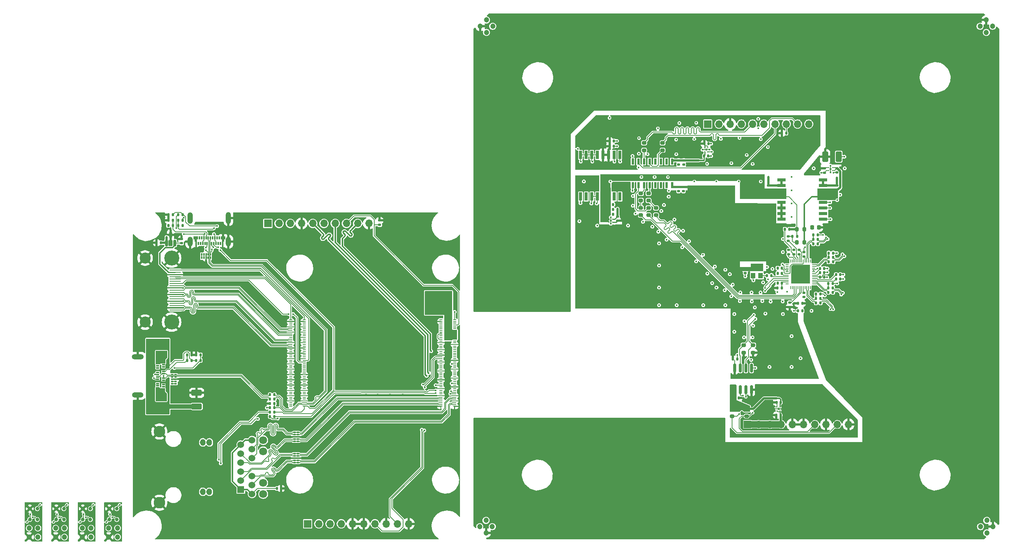
<source format=gbr>
%TF.GenerationSoftware,KiCad,Pcbnew,(7.0.0)*%
%TF.CreationDate,2023-02-14T21:30:46+09:00*%
%TF.ProjectId,audio,61756469-6f2e-46b6-9963-61645f706362,rev?*%
%TF.SameCoordinates,Original*%
%TF.FileFunction,Copper,L1,Top*%
%TF.FilePolarity,Positive*%
%FSLAX46Y46*%
G04 Gerber Fmt 4.6, Leading zero omitted, Abs format (unit mm)*
G04 Created by KiCad (PCBNEW (7.0.0)) date 2023-02-14 21:30:46*
%MOMM*%
%LPD*%
G01*
G04 APERTURE LIST*
G04 Aperture macros list*
%AMRoundRect*
0 Rectangle with rounded corners*
0 $1 Rounding radius*
0 $2 $3 $4 $5 $6 $7 $8 $9 X,Y pos of 4 corners*
0 Add a 4 corners polygon primitive as box body*
4,1,4,$2,$3,$4,$5,$6,$7,$8,$9,$2,$3,0*
0 Add four circle primitives for the rounded corners*
1,1,$1+$1,$2,$3*
1,1,$1+$1,$4,$5*
1,1,$1+$1,$6,$7*
1,1,$1+$1,$8,$9*
0 Add four rect primitives between the rounded corners*
20,1,$1+$1,$2,$3,$4,$5,0*
20,1,$1+$1,$4,$5,$6,$7,0*
20,1,$1+$1,$6,$7,$8,$9,0*
20,1,$1+$1,$8,$9,$2,$3,0*%
%AMOutline5P*
0 Free polygon, 5 corners , with rotation*
0 The origin of the aperture is its center*
0 number of corners: always 5*
0 $1 to $10 corner X, Y*
0 $11 Rotation angle, in degrees counterclockwise*
0 create outline with 5 corners*
4,1,5,$1,$2,$3,$4,$5,$6,$7,$8,$9,$10,$1,$2,$11*%
%AMOutline6P*
0 Free polygon, 6 corners , with rotation*
0 The origin of the aperture is its center*
0 number of corners: always 6*
0 $1 to $12 corner X, Y*
0 $13 Rotation angle, in degrees counterclockwise*
0 create outline with 6 corners*
4,1,6,$1,$2,$3,$4,$5,$6,$7,$8,$9,$10,$11,$12,$1,$2,$13*%
%AMOutline7P*
0 Free polygon, 7 corners , with rotation*
0 The origin of the aperture is its center*
0 number of corners: always 7*
0 $1 to $14 corner X, Y*
0 $15 Rotation angle, in degrees counterclockwise*
0 create outline with 7 corners*
4,1,7,$1,$2,$3,$4,$5,$6,$7,$8,$9,$10,$11,$12,$13,$14,$1,$2,$15*%
%AMOutline8P*
0 Free polygon, 8 corners , with rotation*
0 The origin of the aperture is its center*
0 number of corners: always 8*
0 $1 to $16 corner X, Y*
0 $17 Rotation angle, in degrees counterclockwise*
0 create outline with 8 corners*
4,1,8,$1,$2,$3,$4,$5,$6,$7,$8,$9,$10,$11,$12,$13,$14,$15,$16,$1,$2,$17*%
G04 Aperture macros list end*
%TA.AperFunction,SMDPad,CuDef*%
%ADD10RoundRect,0.200000X0.275000X-0.200000X0.275000X0.200000X-0.275000X0.200000X-0.275000X-0.200000X0*%
%TD*%
%TA.AperFunction,SMDPad,CuDef*%
%ADD11RoundRect,0.140000X-0.140000X-0.170000X0.140000X-0.170000X0.140000X0.170000X-0.140000X0.170000X0*%
%TD*%
%TA.AperFunction,SMDPad,CuDef*%
%ADD12RoundRect,0.140000X0.140000X0.170000X-0.140000X0.170000X-0.140000X-0.170000X0.140000X-0.170000X0*%
%TD*%
%TA.AperFunction,SMDPad,CuDef*%
%ADD13RoundRect,0.200000X-0.275000X0.200000X-0.275000X-0.200000X0.275000X-0.200000X0.275000X0.200000X0*%
%TD*%
%TA.AperFunction,SMDPad,CuDef*%
%ADD14RoundRect,0.135000X0.135000X0.185000X-0.135000X0.185000X-0.135000X-0.185000X0.135000X-0.185000X0*%
%TD*%
%TA.AperFunction,SMDPad,CuDef*%
%ADD15Outline5P,-0.125000X0.200000X0.000000X0.200000X0.125000X0.075000X0.125000X-0.200000X-0.125000X-0.200000X90.000000*%
%TD*%
%TA.AperFunction,SMDPad,CuDef*%
%ADD16Outline5P,-0.125000X0.075000X0.000000X0.200000X0.125000X0.200000X0.125000X-0.200000X-0.125000X-0.200000X90.000000*%
%TD*%
%TA.AperFunction,SMDPad,CuDef*%
%ADD17Outline5P,-0.125000X0.200000X0.125000X0.200000X0.125000X-0.200000X0.000000X-0.200000X-0.125000X-0.075000X90.000000*%
%TD*%
%TA.AperFunction,SMDPad,CuDef*%
%ADD18Outline5P,-0.125000X0.200000X0.125000X0.200000X0.125000X-0.075000X0.000000X-0.200000X-0.125000X-0.200000X90.000000*%
%TD*%
%TA.AperFunction,SMDPad,CuDef*%
%ADD19Outline5P,-0.200000X0.200000X0.200000X0.200000X0.200000X-0.200000X-0.120000X-0.200000X-0.200000X-0.120000X135.000000*%
%TD*%
%TA.AperFunction,SMDPad,CuDef*%
%ADD20RoundRect,0.150000X0.150000X-0.587500X0.150000X0.587500X-0.150000X0.587500X-0.150000X-0.587500X0*%
%TD*%
%TA.AperFunction,SMDPad,CuDef*%
%ADD21RoundRect,0.135000X-0.135000X-0.185000X0.135000X-0.185000X0.135000X0.185000X-0.135000X0.185000X0*%
%TD*%
%TA.AperFunction,SMDPad,CuDef*%
%ADD22RoundRect,0.140000X0.170000X-0.140000X0.170000X0.140000X-0.170000X0.140000X-0.170000X-0.140000X0*%
%TD*%
%TA.AperFunction,SMDPad,CuDef*%
%ADD23R,0.700000X0.300000*%
%TD*%
%TA.AperFunction,SMDPad,CuDef*%
%ADD24R,0.700000X1.000000*%
%TD*%
%TA.AperFunction,ComponentPad*%
%ADD25O,2.200000X1.200000*%
%TD*%
%TA.AperFunction,ComponentPad*%
%ADD26O,2.700000X1.200000*%
%TD*%
%TA.AperFunction,ComponentPad*%
%ADD27O,2.600000X1.200000*%
%TD*%
%TA.AperFunction,ComponentPad*%
%ADD28R,1.524000X1.524000*%
%TD*%
%TA.AperFunction,ComponentPad*%
%ADD29C,1.524000*%
%TD*%
%TA.AperFunction,ComponentPad*%
%ADD30C,1.800000*%
%TD*%
%TA.AperFunction,ComponentPad*%
%ADD31O,1.270000X1.524000*%
%TD*%
%TA.AperFunction,ComponentPad*%
%ADD32C,2.630000*%
%TD*%
%TA.AperFunction,ComponentPad*%
%ADD33C,2.610000*%
%TD*%
%TA.AperFunction,SMDPad,CuDef*%
%ADD34RoundRect,0.250000X0.925000X-0.412500X0.925000X0.412500X-0.925000X0.412500X-0.925000X-0.412500X0*%
%TD*%
%TA.AperFunction,SMDPad,CuDef*%
%ADD35R,0.700000X0.200000*%
%TD*%
%TA.AperFunction,SMDPad,CuDef*%
%ADD36R,0.550000X0.300000*%
%TD*%
%TA.AperFunction,SMDPad,CuDef*%
%ADD37R,0.550000X0.400000*%
%TD*%
%TA.AperFunction,SMDPad,CuDef*%
%ADD38RoundRect,0.140000X-0.170000X0.140000X-0.170000X-0.140000X0.170000X-0.140000X0.170000X0.140000X0*%
%TD*%
%TA.AperFunction,ComponentPad*%
%ADD39R,1.700000X1.700000*%
%TD*%
%TA.AperFunction,ComponentPad*%
%ADD40O,1.700000X1.700000*%
%TD*%
%TA.AperFunction,SMDPad,CuDef*%
%ADD41Outline5P,-0.125000X0.200000X0.000000X0.200000X0.125000X0.075000X0.125000X-0.200000X-0.125000X-0.200000X0.000000*%
%TD*%
%TA.AperFunction,SMDPad,CuDef*%
%ADD42Outline5P,-0.125000X0.075000X0.000000X0.200000X0.125000X0.200000X0.125000X-0.200000X-0.125000X-0.200000X0.000000*%
%TD*%
%TA.AperFunction,SMDPad,CuDef*%
%ADD43Outline5P,-0.125000X0.200000X0.125000X0.200000X0.125000X-0.200000X0.000000X-0.200000X-0.125000X-0.075000X0.000000*%
%TD*%
%TA.AperFunction,SMDPad,CuDef*%
%ADD44Outline5P,-0.125000X0.200000X0.125000X0.200000X0.125000X-0.075000X0.000000X-0.200000X-0.125000X-0.200000X0.000000*%
%TD*%
%TA.AperFunction,SMDPad,CuDef*%
%ADD45Outline5P,-0.200000X0.200000X0.200000X0.200000X0.200000X-0.200000X-0.120000X-0.200000X-0.200000X-0.120000X45.000000*%
%TD*%
%TA.AperFunction,SMDPad,CuDef*%
%ADD46RoundRect,0.200000X0.200000X0.275000X-0.200000X0.275000X-0.200000X-0.275000X0.200000X-0.275000X0*%
%TD*%
%TA.AperFunction,SMDPad,CuDef*%
%ADD47RoundRect,0.250000X-0.412500X-0.925000X0.412500X-0.925000X0.412500X0.925000X-0.412500X0.925000X0*%
%TD*%
%TA.AperFunction,ComponentPad*%
%ADD48C,1.200000*%
%TD*%
%TA.AperFunction,SMDPad,CuDef*%
%ADD49Outline5P,-0.125000X0.200000X0.000000X0.200000X0.125000X0.075000X0.125000X-0.200000X-0.125000X-0.200000X270.000000*%
%TD*%
%TA.AperFunction,SMDPad,CuDef*%
%ADD50Outline5P,-0.125000X0.075000X0.000000X0.200000X0.125000X0.200000X0.125000X-0.200000X-0.125000X-0.200000X270.000000*%
%TD*%
%TA.AperFunction,SMDPad,CuDef*%
%ADD51Outline5P,-0.125000X0.200000X0.125000X0.200000X0.125000X-0.200000X0.000000X-0.200000X-0.125000X-0.075000X270.000000*%
%TD*%
%TA.AperFunction,SMDPad,CuDef*%
%ADD52Outline5P,-0.125000X0.200000X0.125000X0.200000X0.125000X-0.075000X0.000000X-0.200000X-0.125000X-0.200000X270.000000*%
%TD*%
%TA.AperFunction,SMDPad,CuDef*%
%ADD53Outline5P,-0.200000X0.200000X0.200000X0.200000X0.200000X-0.200000X-0.120000X-0.200000X-0.200000X-0.120000X315.000000*%
%TD*%
%TA.AperFunction,SMDPad,CuDef*%
%ADD54C,0.800000*%
%TD*%
%TA.AperFunction,SMDPad,CuDef*%
%ADD55R,0.300000X0.550000*%
%TD*%
%TA.AperFunction,SMDPad,CuDef*%
%ADD56R,0.400000X0.550000*%
%TD*%
%TA.AperFunction,SMDPad,CuDef*%
%ADD57RoundRect,0.135000X-0.185000X0.135000X-0.185000X-0.135000X0.185000X-0.135000X0.185000X0.135000X0*%
%TD*%
%TA.AperFunction,SMDPad,CuDef*%
%ADD58Outline5P,-0.125000X0.200000X0.000000X0.200000X0.125000X0.075000X0.125000X-0.200000X-0.125000X-0.200000X180.000000*%
%TD*%
%TA.AperFunction,SMDPad,CuDef*%
%ADD59Outline5P,-0.125000X0.075000X0.000000X0.200000X0.125000X0.200000X0.125000X-0.200000X-0.125000X-0.200000X180.000000*%
%TD*%
%TA.AperFunction,SMDPad,CuDef*%
%ADD60Outline5P,-0.125000X0.200000X0.125000X0.200000X0.125000X-0.200000X0.000000X-0.200000X-0.125000X-0.075000X180.000000*%
%TD*%
%TA.AperFunction,SMDPad,CuDef*%
%ADD61Outline5P,-0.125000X0.200000X0.125000X0.200000X0.125000X-0.075000X0.000000X-0.200000X-0.125000X-0.200000X180.000000*%
%TD*%
%TA.AperFunction,SMDPad,CuDef*%
%ADD62Outline5P,-0.200000X0.200000X0.200000X0.200000X0.200000X-0.200000X-0.120000X-0.200000X-0.200000X-0.120000X225.000000*%
%TD*%
%TA.AperFunction,SMDPad,CuDef*%
%ADD63RoundRect,0.225000X0.225000X0.250000X-0.225000X0.250000X-0.225000X-0.250000X0.225000X-0.250000X0*%
%TD*%
%TA.AperFunction,SMDPad,CuDef*%
%ADD64RoundRect,0.135000X0.185000X-0.135000X0.185000X0.135000X-0.185000X0.135000X-0.185000X-0.135000X0*%
%TD*%
%TA.AperFunction,SMDPad,CuDef*%
%ADD65RoundRect,0.150000X0.150000X-0.825000X0.150000X0.825000X-0.150000X0.825000X-0.150000X-0.825000X0*%
%TD*%
%TA.AperFunction,SMDPad,CuDef*%
%ADD66R,2.600000X0.280000*%
%TD*%
%TA.AperFunction,ComponentPad*%
%ADD67C,3.400000*%
%TD*%
%TA.AperFunction,ComponentPad*%
%ADD68C,2.500000*%
%TD*%
%TA.AperFunction,SMDPad,CuDef*%
%ADD69R,0.558000X1.391399*%
%TD*%
%TA.AperFunction,SMDPad,CuDef*%
%ADD70R,0.800000X0.200000*%
%TD*%
%TA.AperFunction,SMDPad,CuDef*%
%ADD71R,0.200000X0.800000*%
%TD*%
%TA.AperFunction,SMDPad,CuDef*%
%ADD72Outline5P,-2.100000X1.750000X-1.750000X2.100000X2.100000X2.100000X2.100000X-2.100000X-2.100000X-2.100000X0.000000*%
%TD*%
%TA.AperFunction,SMDPad,CuDef*%
%ADD73RoundRect,0.200000X-0.200000X-0.275000X0.200000X-0.275000X0.200000X0.275000X-0.200000X0.275000X0*%
%TD*%
%TA.AperFunction,SMDPad,CuDef*%
%ADD74R,1.925000X0.650000*%
%TD*%
%TA.AperFunction,SMDPad,CuDef*%
%ADD75R,0.300000X0.700000*%
%TD*%
%TA.AperFunction,SMDPad,CuDef*%
%ADD76R,1.000000X0.700000*%
%TD*%
%TA.AperFunction,ComponentPad*%
%ADD77O,1.200000X2.200000*%
%TD*%
%TA.AperFunction,ComponentPad*%
%ADD78O,1.200000X2.700000*%
%TD*%
%TA.AperFunction,ComponentPad*%
%ADD79O,1.200000X2.600000*%
%TD*%
%TA.AperFunction,SMDPad,CuDef*%
%ADD80R,1.100000X1.300000*%
%TD*%
%TA.AperFunction,SMDPad,CuDef*%
%ADD81R,0.650000X1.925000*%
%TD*%
%TA.AperFunction,ViaPad*%
%ADD82C,0.450000*%
%TD*%
%TA.AperFunction,Conductor*%
%ADD83C,0.150000*%
%TD*%
%TA.AperFunction,Conductor*%
%ADD84C,0.355000*%
%TD*%
%TA.AperFunction,Conductor*%
%ADD85C,0.200000*%
%TD*%
%TA.AperFunction,Conductor*%
%ADD86C,0.500000*%
%TD*%
%TA.AperFunction,Conductor*%
%ADD87C,0.170000*%
%TD*%
%TA.AperFunction,Conductor*%
%ADD88C,0.250000*%
%TD*%
%TA.AperFunction,Conductor*%
%ADD89C,1.000000*%
%TD*%
%TA.AperFunction,Conductor*%
%ADD90C,0.280000*%
%TD*%
%TA.AperFunction,Conductor*%
%ADD91C,0.300000*%
%TD*%
%TA.AperFunction,Conductor*%
%ADD92C,1.500000*%
%TD*%
G04 APERTURE END LIST*
D10*
%TO.P,R53,1*%
%TO.N,/4ch_mic/ISO_LRCK*%
X161055919Y-84360000D03*
%TO.P,R53,2*%
%TO.N,/isolation_module/ISO_LRCK_TX*%
X161055919Y-82710000D03*
%TD*%
D11*
%TO.P,C62,1*%
%TO.N,/isolation_module/3.3V_I2C*%
X182275919Y-129035000D03*
%TO.P,C62,2*%
%TO.N,/isolation_module/GND_I2C*%
X183235919Y-129035000D03*
%TD*%
D12*
%TO.P,C78,1*%
%TO.N,/isolation_module/3.3V_I2C*%
X192693419Y-130045000D03*
%TO.P,C78,2*%
%TO.N,/isolation_module/GND_I2C*%
X191733419Y-130045000D03*
%TD*%
D13*
%TO.P,R43,1*%
%TO.N,/isolation_module/I2S_BCLK*%
X165955919Y-71310000D03*
%TO.P,R43,2*%
%TO.N,/isolation_module/I2S_BCLK_RX*%
X165955919Y-72960000D03*
%TD*%
D11*
%TO.P,C51,1*%
%TO.N,/4ch_mic/ALDOIN*%
X205175919Y-102135000D03*
%TO.P,C51,2*%
%TO.N,/4ch_mic/AVCC_GND*%
X206135919Y-102135000D03*
%TD*%
D14*
%TO.P,R8,1*%
%TO.N,/4ch_mic/AVCC_GND*%
X201665919Y-105535000D03*
%TO.P,R8,2*%
%TO.N,/4ch_mic/MIC1N*%
X200645919Y-105535000D03*
%TD*%
%TO.P,R41,1*%
%TO.N,/4ch_mic/AVCC_GND*%
X201065919Y-92135000D03*
%TO.P,R41,2*%
%TO.N,/4ch_mic/MIC4N*%
X200045919Y-92135000D03*
%TD*%
D11*
%TO.P,C57,1*%
%TO.N,/4ch_mic/VRP*%
X201575919Y-99715000D03*
%TO.P,C57,2*%
%TO.N,/4ch_mic/AVCC_GND*%
X202535919Y-99715000D03*
%TD*%
D15*
%TO.P,U12,1,VOUT*%
%TO.N,/4ch_mic/VDD_3.3V*%
X154685918Y-89244999D03*
D16*
%TO.P,U12,2,GND_1*%
%TO.N,/4ch_mic/VDD_GND*%
X154685918Y-88594999D03*
D17*
%TO.P,U12,3,CONTROL*%
%TO.N,/4ch_mic/VDD_5V*%
X153785918Y-88594999D03*
D18*
%TO.P,U12,4,VIN*%
X153785918Y-89244999D03*
D19*
%TO.P,U12,5,GND_2*%
%TO.N,/4ch_mic/VDD_GND*%
X154235918Y-88919999D03*
%TD*%
D20*
%TO.P,U1,1,IN*%
%TO.N,/CM4_docker1/+5V*%
X53705919Y-93972500D03*
%TO.P,U1,2,OUT*%
%TO.N,/CM4_docker1/CM4_HIGH_SPEED/HDMI_5v*%
X55605919Y-93972500D03*
%TO.P,U1,3,GND*%
%TO.N,GND*%
X54655919Y-92097500D03*
%TD*%
D21*
%TO.P,R33,1*%
%TO.N,/4ch_mic/VDD_3.3V*%
X196545919Y-107635000D03*
%TO.P,R33,2*%
%TO.N,/4ch_mic/AVCC_3.3V*%
X197565919Y-107635000D03*
%TD*%
D14*
%TO.P,R56,1*%
%TO.N,/4ch_mic/MIC3_CON_P*%
X204565919Y-98235000D03*
%TO.P,R56,2*%
%TO.N,/4ch_mic/MIC3P*%
X203545919Y-98235000D03*
%TD*%
D22*
%TO.P,C2,1*%
%TO.N,/CM4_docker1/CM4_HIGH_SPEED/HDMI_5v*%
X57155919Y-94015000D03*
%TO.P,C2,2*%
%TO.N,GND*%
X57155919Y-93055000D03*
%TD*%
D14*
%TO.P,R38,1*%
%TO.N,/4ch_mic/MIC3_CON_N*%
X204565919Y-97235000D03*
%TO.P,R38,2*%
%TO.N,/4ch_mic/MIC3N*%
X203545919Y-97235000D03*
%TD*%
D10*
%TO.P,R49,1*%
%TO.N,/4ch_mic/VDD_3.3V*%
X186455919Y-118760000D03*
%TO.P,R49,2*%
%TO.N,/4ch_mic/ISO_SCK*%
X186455919Y-117110000D03*
%TD*%
D22*
%TO.P,C68,1*%
%TO.N,/4ch_mic/VDD_5V*%
X189855919Y-81915000D03*
%TO.P,C68,2*%
%TO.N,/4ch_mic/VDD_GND*%
X189855919Y-80955000D03*
%TD*%
D14*
%TO.P,R37,1*%
%TO.N,/4ch_mic/AVCC_GND*%
X204465919Y-103135000D03*
%TO.P,R37,2*%
%TO.N,/4ch_mic/MIC2N*%
X203445919Y-103135000D03*
%TD*%
D23*
%TO.P,J5,A1,GND_A*%
%TO.N,GND*%
X53025918Y-121034999D03*
%TO.P,J5,A2,TX1+*%
%TO.N,unconnected-(J5-TX1+-PadA2)*%
X53025918Y-121534999D03*
%TO.P,J5,A3,TX1-*%
%TO.N,unconnected-(J5-TX1--PadA3)*%
X53025918Y-122034999D03*
%TO.P,J5,A4,VBUS_A*%
%TO.N,/CM4_docker1/+5V*%
X53025918Y-122534999D03*
%TO.P,J5,A5,CC1*%
%TO.N,/CM4_docker1/POWER/CC1*%
X53025918Y-123034999D03*
%TO.P,J5,A6,D1+*%
%TO.N,/CM4_docker1/POWER/D+*%
X53025918Y-123534999D03*
%TO.P,J5,A7,D1-*%
%TO.N,/CM4_docker1/POWER/D-*%
X53025918Y-124534999D03*
%TO.P,J5,A8,SBU1*%
%TO.N,unconnected-(J5-SBU1-PadA8)*%
X53025918Y-125034999D03*
%TO.P,J5,A9,VBUS_A*%
%TO.N,/CM4_docker1/+5V*%
X53025918Y-125534999D03*
%TO.P,J5,A10,RX2-*%
%TO.N,unconnected-(J5-RX2--PadA10)*%
X53025918Y-126034999D03*
%TO.P,J5,A11,RX2+*%
%TO.N,unconnected-(J5-RX2+-PadA11)*%
X53025918Y-126534999D03*
%TO.P,J5,A12,GND_A*%
%TO.N,GND*%
X53025918Y-127034999D03*
D24*
%TO.P,J5,B1,GND_B*%
X51725918Y-127134999D03*
D23*
%TO.P,J5,B2,TX2+*%
%TO.N,unconnected-(J5-TX2+-PadB2)*%
X51725918Y-126284999D03*
%TO.P,J5,B3,TX2-*%
%TO.N,unconnected-(J5-TX2--PadB3)*%
X51725918Y-125784999D03*
%TO.P,J5,B4,VBUS_B*%
%TO.N,/CM4_docker1/+5V*%
X51725918Y-125284999D03*
%TO.P,J5,B5,CC2*%
%TO.N,/CM4_docker1/POWER/CC2*%
X51725918Y-124784999D03*
%TO.P,J5,B6,D2+*%
%TO.N,/CM4_docker1/POWER/D+*%
X51725918Y-124284999D03*
%TO.P,J5,B7,D2-*%
%TO.N,/CM4_docker1/POWER/D-*%
X51725918Y-123784999D03*
%TO.P,J5,B8,SBU2*%
%TO.N,unconnected-(J5-SBU2-PadB8)*%
X51725918Y-123284999D03*
%TO.P,J5,B9,VBUS_B*%
%TO.N,/CM4_docker1/+5V*%
X51725918Y-122784999D03*
%TO.P,J5,B10,RX1-*%
%TO.N,unconnected-(J5-RX1--PadB10)*%
X51725918Y-122284999D03*
%TO.P,J5,B11,RX1+*%
%TO.N,unconnected-(J5-RX1+-PadB11)*%
X51725918Y-121784999D03*
D24*
%TO.P,J5,B12,GND_B*%
%TO.N,GND*%
X51725918Y-120934999D03*
D25*
%TO.P,J5,S1,SHIELD*%
X52615918Y-119714999D03*
%TO.P,J5,S2,SHIELD*%
X52615918Y-128354999D03*
D26*
%TO.P,J5,S3,SHIELD*%
X47255918Y-119714999D03*
D27*
%TO.P,J5,S4,SHIELD*%
X47255918Y-128354999D03*
%TD*%
D14*
%TO.P,R9,1*%
%TO.N,/4ch_mic/MIC2_CON_N*%
X204465919Y-104135000D03*
%TO.P,R9,2*%
%TO.N,/4ch_mic/MIC2N*%
X203445919Y-104135000D03*
%TD*%
D21*
%TO.P,R1,1*%
%TO.N,/CM4_docker1/POWER/D+*%
X77145919Y-128285000D03*
%TO.P,R1,2*%
%TO.N,/CM4_docker1/USB_DEBUG_P*%
X78165919Y-128285000D03*
%TD*%
D28*
%TO.P,J2,1,MXCT3*%
%TO.N,/CM4_docker1/CM4_LOW_SPEED/MXCT*%
X70533418Y-149772499D03*
D29*
%TO.P,J2,2,MX3-*%
%TO.N,/CM4_docker1/CM4_LOW_SPEED/TRD2_N*%
X70533419Y-147740500D03*
%TO.P,J2,3,MX3+*%
%TO.N,/CM4_docker1/CM4_LOW_SPEED/TRD2_P*%
X70533419Y-145708500D03*
%TO.P,J2,4,MX2+*%
%TO.N,/CM4_docker1/CM4_LOW_SPEED/TRD1_P*%
X70533419Y-143676500D03*
%TO.P,J2,5,MX2-*%
%TO.N,/CM4_docker1/CM4_LOW_SPEED/TRD1_N*%
X70533419Y-141644500D03*
%TO.P,J2,6,MXCT2*%
%TO.N,/CM4_docker1/CM4_LOW_SPEED/MXCT*%
X70533419Y-139612500D03*
%TO.P,J2,7,MXCT4*%
X73073419Y-150788500D03*
%TO.P,J2,8,MX4+*%
%TO.N,/CM4_docker1/CM4_LOW_SPEED/TRD3_P*%
X73073419Y-148756500D03*
%TO.P,J2,9,MX4-*%
%TO.N,/CM4_docker1/CM4_LOW_SPEED/TRD3_N*%
X73073419Y-146724500D03*
%TO.P,J2,10,MX1-*%
%TO.N,/CM4_docker1/CM4_LOW_SPEED/TRD0_N*%
X73073419Y-142660500D03*
%TO.P,J2,11,MX1+*%
%TO.N,/CM4_docker1/CM4_LOW_SPEED/TRD0_P*%
X73073419Y-140628500D03*
%TO.P,J2,12,MXCT1*%
%TO.N,/CM4_docker1/CM4_LOW_SPEED/MXCT*%
X73073419Y-138596500D03*
D30*
%TO.P,J2,13,LED2+*%
%TO.N,/CM4_docker1/CM4_LOW_SPEED/5V*%
X75613419Y-150788500D03*
%TO.P,J2,14,LED2-*%
%TO.N,/CM4_docker1/CM4_LOW_SPEED/LED_GREEN*%
X75613419Y-148248500D03*
%TO.P,J2,15,LED1-*%
%TO.N,/CM4_docker1/CM4_LOW_SPEED/LED_YELLOW*%
X75613419Y-141136500D03*
%TO.P,J2,16,LED1+*%
%TO.N,/CM4_docker1/CM4_LOW_SPEED/5V*%
X75613419Y-138596500D03*
D31*
%TO.P,J2,17,VDC1+*%
%TO.N,unconnected-(J2-VDC1+-Pad17)*%
X63423418Y-150287499D03*
%TO.P,J2,18,VDC1-*%
%TO.N,unconnected-(J2-VDC1--Pad18)*%
X63423418Y-139107499D03*
%TO.P,J2,19,VDC2+*%
%TO.N,unconnected-(J2-VDC2+-Pad19)*%
X61953418Y-150287499D03*
%TO.P,J2,20,VDC2-*%
%TO.N,unconnected-(J2-VDC2--Pad20)*%
X61953418Y-139107499D03*
D32*
%TO.P,J2,SH*%
%TO.N,GND*%
X52118419Y-152757000D03*
D33*
X52118419Y-136628000D03*
%TD*%
D11*
%TO.P,C41,1*%
%TO.N,/4ch_mic/VDD_5V*%
X153775919Y-87435000D03*
%TO.P,C41,2*%
%TO.N,/4ch_mic/VDD_GND*%
X154735919Y-87435000D03*
%TD*%
D21*
%TO.P,R14,1*%
%TO.N,/CM4_docker1/CM4_LOW_SPEED/VBUS*%
X54145919Y-90035000D03*
%TO.P,R14,2*%
%TO.N,/CM4_docker1/CM4_LOW_SPEED/CC2*%
X55165919Y-90035000D03*
%TD*%
D34*
%TO.P,C73,1*%
%TO.N,/CM4_docker1/+5V*%
X60555919Y-130972500D03*
%TO.P,C73,2*%
%TO.N,GND*%
X60555919Y-127897500D03*
%TD*%
D21*
%TO.P,R2,1*%
%TO.N,/CM4_docker1/POWER/D-*%
X77145919Y-129285000D03*
%TO.P,R2,2*%
%TO.N,/CM4_docker1/USB_DEBUG_N*%
X78165919Y-129285000D03*
%TD*%
%TO.P,R35,1*%
%TO.N,/isolation_module/+5V*%
X192905919Y-69125000D03*
%TO.P,R35,2*%
%TO.N,/isolation_module/nRPIBOOT*%
X193925919Y-69125000D03*
%TD*%
D22*
%TO.P,C71,1*%
%TO.N,/4ch_mic/AVCC_5V*%
X204180919Y-81915000D03*
%TO.P,C71,2*%
%TO.N,/4ch_mic/AVCC_GND*%
X204180919Y-80955000D03*
%TD*%
D35*
%TO.P,CM4_MODULE1,1,GND*%
%TO.N,GND*%
X118895918Y-130934999D03*
%TO.P,CM4_MODULE1,2,GND*%
X115815918Y-130934999D03*
%TO.P,CM4_MODULE1,3,Ethernet_Pair3_P*%
%TO.N,/CM4_docker1/CM4_LOW_SPEED/TRD3_P*%
X118895918Y-130534999D03*
%TO.P,CM4_MODULE1,4,Ethernet_Pair1_P*%
%TO.N,/CM4_docker1/CM4_LOW_SPEED/TRD1_P*%
X115815918Y-130534999D03*
%TO.P,CM4_MODULE1,5,Ethernet_Pair3_N*%
%TO.N,/CM4_docker1/CM4_LOW_SPEED/TRD3_N*%
X118895918Y-130134999D03*
%TO.P,CM4_MODULE1,6,Ethernet_Pair1_N*%
%TO.N,/CM4_docker1/CM4_LOW_SPEED/TRD1_N*%
X115815918Y-130134999D03*
%TO.P,CM4_MODULE1,7,GND*%
%TO.N,GND*%
X118895918Y-129734999D03*
%TO.P,CM4_MODULE1,8,GND*%
X115815918Y-129734999D03*
%TO.P,CM4_MODULE1,9,Ethernet_Pair2_N*%
%TO.N,/CM4_docker1/CM4_LOW_SPEED/TRD2_N*%
X118895918Y-129334999D03*
%TO.P,CM4_MODULE1,10,Ethernet_Pair0_N*%
%TO.N,/CM4_docker1/CM4_LOW_SPEED/TRD0_N*%
X115815918Y-129334999D03*
%TO.P,CM4_MODULE1,11,Ethernet_Pair2_P*%
%TO.N,/CM4_docker1/CM4_LOW_SPEED/TRD2_P*%
X118895918Y-128934999D03*
%TO.P,CM4_MODULE1,12,Ethernet_Pair0_P*%
%TO.N,/CM4_docker1/CM4_LOW_SPEED/TRD0_P*%
X115815918Y-128934999D03*
%TO.P,CM4_MODULE1,13,GND*%
%TO.N,GND*%
X118895918Y-128534999D03*
%TO.P,CM4_MODULE1,14,GND*%
X115815918Y-128534999D03*
%TO.P,CM4_MODULE1,15,Ethernet_nLED3(3.3v)*%
%TO.N,/CM4_docker1/CM4_LOW_SPEED/ETH_LEDY*%
X118895918Y-128134999D03*
%TO.P,CM4_MODULE1,16,Ethernet_SYNC_IN(1.8v)*%
%TO.N,unconnected-(CM4_MODULE1A-Ethernet_SYNC_IN(1.8v)-Pad16)*%
X115815918Y-128134999D03*
%TO.P,CM4_MODULE1,17,Ethernet_nLED2(3.3v)*%
%TO.N,/CM4_docker1/CM4_LOW_SPEED/ETH_LEDG*%
X118895918Y-127734999D03*
%TO.P,CM4_MODULE1,18,Ethernet_SYNC_OUT(1.8v)*%
%TO.N,unconnected-(CM4_MODULE1A-Ethernet_SYNC_OUT(1.8v)-Pad18)*%
X115815918Y-127734999D03*
%TO.P,CM4_MODULE1,19,Ethernet_nLED1(3.3v)*%
%TO.N,unconnected-(CM4_MODULE1A-Ethernet_nLED1(3.3v)-Pad19)*%
X118895918Y-127334999D03*
%TO.P,CM4_MODULE1,20,EEPROM_nWP*%
%TO.N,unconnected-(CM4_MODULE1A-EEPROM_nWP-Pad20)*%
X115815918Y-127334999D03*
%TO.P,CM4_MODULE1,21,PI_nLED_Activity*%
%TO.N,unconnected-(CM4_MODULE1A-PI_nLED_Activity-Pad21)*%
X118895918Y-126934999D03*
%TO.P,CM4_MODULE1,22,GND*%
%TO.N,GND*%
X115815918Y-126934999D03*
%TO.P,CM4_MODULE1,23,GND*%
X118895918Y-126534999D03*
%TO.P,CM4_MODULE1,24,GPIO26*%
%TO.N,unconnected-(CM4_MODULE1A-GPIO26-Pad24)*%
X115815918Y-126534999D03*
%TO.P,CM4_MODULE1,25,GPIO21*%
%TO.N,unconnected-(CM4_MODULE1A-GPIO21-Pad25)*%
X118895918Y-126134999D03*
%TO.P,CM4_MODULE1,26,GPIO19*%
%TO.N,/CM4_docker1/I2S_LRCK*%
X115815918Y-126134999D03*
%TO.P,CM4_MODULE1,27,GPIO20*%
%TO.N,/CM4_docker1/I2S_ADC*%
X118895918Y-125734999D03*
%TO.P,CM4_MODULE1,28,GPIO13*%
%TO.N,unconnected-(CM4_MODULE1A-GPIO13-Pad28)*%
X115815918Y-125734999D03*
%TO.P,CM4_MODULE1,29,GPIO16*%
%TO.N,unconnected-(CM4_MODULE1A-GPIO16-Pad29)*%
X118895918Y-125334999D03*
%TO.P,CM4_MODULE1,30,GPIO6*%
%TO.N,unconnected-(CM4_MODULE1A-GPIO6-Pad30)*%
X115815918Y-125334999D03*
%TO.P,CM4_MODULE1,31,GPIO12*%
%TO.N,unconnected-(CM4_MODULE1A-GPIO12-Pad31)*%
X118895918Y-124934999D03*
%TO.P,CM4_MODULE1,32,GND*%
%TO.N,GND*%
X115815918Y-124934999D03*
%TO.P,CM4_MODULE1,33,GND*%
X118895918Y-124534999D03*
%TO.P,CM4_MODULE1,34,GPIO5*%
%TO.N,unconnected-(CM4_MODULE1A-GPIO5-Pad34)*%
X115815918Y-124534999D03*
%TO.P,CM4_MODULE1,35,ID_SC*%
%TO.N,unconnected-(CM4_MODULE1A-ID_SC-Pad35)*%
X118895918Y-124134999D03*
%TO.P,CM4_MODULE1,36,ID_SD*%
%TO.N,unconnected-(CM4_MODULE1A-ID_SD-Pad36)*%
X115815918Y-124134999D03*
%TO.P,CM4_MODULE1,37,GPIO7*%
%TO.N,unconnected-(CM4_MODULE1A-GPIO7-Pad37)*%
X118895918Y-123734999D03*
%TO.P,CM4_MODULE1,38,GPIO11*%
%TO.N,unconnected-(CM4_MODULE1A-GPIO11-Pad38)*%
X115815918Y-123734999D03*
%TO.P,CM4_MODULE1,39,GPIO8*%
%TO.N,unconnected-(CM4_MODULE1A-GPIO8-Pad39)*%
X118895918Y-123334999D03*
%TO.P,CM4_MODULE1,40,GPIO9*%
%TO.N,unconnected-(CM4_MODULE1A-GPIO9-Pad40)*%
X115815918Y-123334999D03*
%TO.P,CM4_MODULE1,41,GPIO25*%
%TO.N,unconnected-(CM4_MODULE1A-GPIO25-Pad41)*%
X118895918Y-122934999D03*
%TO.P,CM4_MODULE1,42,GND*%
%TO.N,GND*%
X115815918Y-122934999D03*
%TO.P,CM4_MODULE1,43,GND*%
X118895918Y-122534999D03*
%TO.P,CM4_MODULE1,44,GPIO10*%
%TO.N,unconnected-(CM4_MODULE1A-GPIO10-Pad44)*%
X115815918Y-122534999D03*
%TO.P,CM4_MODULE1,45,GPIO24*%
%TO.N,unconnected-(CM4_MODULE1A-GPIO24-Pad45)*%
X118895918Y-122134999D03*
%TO.P,CM4_MODULE1,46,GPIO22*%
%TO.N,unconnected-(CM4_MODULE1A-GPIO22-Pad46)*%
X115815918Y-122134999D03*
%TO.P,CM4_MODULE1,47,GPIO23*%
%TO.N,unconnected-(CM4_MODULE1A-GPIO23-Pad47)*%
X118895918Y-121734999D03*
%TO.P,CM4_MODULE1,48,GPIO27*%
%TO.N,unconnected-(CM4_MODULE1A-GPIO27-Pad48)*%
X115815918Y-121734999D03*
%TO.P,CM4_MODULE1,49,GPIO18*%
%TO.N,/CM4_docker1/I2S_BCLK*%
X118895918Y-121334999D03*
%TO.P,CM4_MODULE1,50,GPIO17*%
%TO.N,unconnected-(CM4_MODULE1A-GPIO17-Pad50)*%
X115815918Y-121334999D03*
%TO.P,CM4_MODULE1,51,GPIO15*%
%TO.N,unconnected-(CM4_MODULE1A-GPIO15-Pad51)*%
X118895918Y-120934999D03*
%TO.P,CM4_MODULE1,52,GND*%
%TO.N,GND*%
X115815918Y-120934999D03*
%TO.P,CM4_MODULE1,53,GND*%
X118895918Y-120534999D03*
%TO.P,CM4_MODULE1,54,GPIO4*%
%TO.N,unconnected-(CM4_MODULE1A-GPIO4-Pad54)*%
X115815918Y-120534999D03*
%TO.P,CM4_MODULE1,55,GPIO14*%
%TO.N,unconnected-(CM4_MODULE1A-GPIO14-Pad55)*%
X118895918Y-120134999D03*
%TO.P,CM4_MODULE1,56,GPIO3*%
%TO.N,/CM4_docker1/I2C1_SCL*%
X115815918Y-120134999D03*
%TO.P,CM4_MODULE1,57,SD_CLK*%
%TO.N,/CM4_docker1/SD_CLK*%
X118895918Y-119734999D03*
%TO.P,CM4_MODULE1,58,GPIO2*%
%TO.N,/CM4_docker1/I2C1_SDA*%
X115815918Y-119734999D03*
%TO.P,CM4_MODULE1,59,GND*%
%TO.N,unconnected-(CM4_MODULE1A-GND-Pad59)*%
X118895918Y-119334999D03*
%TO.P,CM4_MODULE1,60,GND*%
%TO.N,GND*%
X115815918Y-119334999D03*
%TO.P,CM4_MODULE1,61,SD_DAT3*%
%TO.N,/CM4_docker1/SD_DAT3*%
X118895918Y-118934999D03*
%TO.P,CM4_MODULE1,62,SD_CMD*%
%TO.N,/CM4_docker1/SD_CMD*%
X115815918Y-118934999D03*
%TO.P,CM4_MODULE1,63,SD_DAT0*%
%TO.N,/CM4_docker1/SD_DAT0*%
X118895918Y-118534999D03*
%TO.P,CM4_MODULE1,64,SD_DAT5*%
%TO.N,unconnected-(CM4_MODULE1A-SD_DAT5-Pad64)*%
X115815918Y-118534999D03*
%TO.P,CM4_MODULE1,65,GND*%
%TO.N,unconnected-(CM4_MODULE1A-GND-Pad65)*%
X118895918Y-118134999D03*
%TO.P,CM4_MODULE1,66,GND*%
%TO.N,GND*%
X115815918Y-118134999D03*
%TO.P,CM4_MODULE1,67,SD_DAT1*%
%TO.N,/CM4_docker1/SD_DAT1*%
X118895918Y-117734999D03*
%TO.P,CM4_MODULE1,68,SD_DAT4*%
%TO.N,unconnected-(CM4_MODULE1A-SD_DAT4-Pad68)*%
X115815918Y-117734999D03*
%TO.P,CM4_MODULE1,69,SD_DAT2*%
%TO.N,/CM4_docker1/SD_DAT2*%
X118895918Y-117334999D03*
%TO.P,CM4_MODULE1,70,SD_DAT7*%
%TO.N,unconnected-(CM4_MODULE1A-SD_DAT7-Pad70)*%
X115815918Y-117334999D03*
%TO.P,CM4_MODULE1,71,GND*%
%TO.N,GND*%
X118895918Y-116934999D03*
%TO.P,CM4_MODULE1,72,SD_DAT6*%
%TO.N,unconnected-(CM4_MODULE1A-SD_DAT6-Pad72)*%
X115815918Y-116934999D03*
%TO.P,CM4_MODULE1,73,SD_VDD_Override*%
%TO.N,unconnected-(CM4_MODULE1A-SD_VDD_Override-Pad73)*%
X118895918Y-116534999D03*
%TO.P,CM4_MODULE1,74,GND*%
%TO.N,GND*%
X115815918Y-116534999D03*
%TO.P,CM4_MODULE1,75,SD_PWR_ON*%
%TO.N,unconnected-(CM4_MODULE1A-SD_PWR_ON-Pad75)*%
X118895918Y-116134999D03*
%TO.P,CM4_MODULE1,76,Reserved*%
%TO.N,unconnected-(CM4_MODULE1A-Reserved-Pad76)*%
X115815918Y-116134999D03*
%TO.P,CM4_MODULE1,77,+5v_(Input)*%
%TO.N,/CM4_docker1/+5V*%
X118895918Y-115734999D03*
%TO.P,CM4_MODULE1,78,GPIO_VREF(1.8v/3.3v_Input)*%
%TO.N,/CM4_docker1/3.3V*%
X115815918Y-115734999D03*
%TO.P,CM4_MODULE1,79,+5v_(Input)*%
%TO.N,/CM4_docker1/+5V*%
X118895918Y-115334999D03*
%TO.P,CM4_MODULE1,80,SCL0*%
%TO.N,unconnected-(CM4_MODULE1A-SCL0-Pad80)*%
X115815918Y-115334999D03*
%TO.P,CM4_MODULE1,81,+5v_(Input)*%
%TO.N,/CM4_docker1/+5V*%
X118895918Y-114934999D03*
%TO.P,CM4_MODULE1,82,SDA0*%
%TO.N,unconnected-(CM4_MODULE1A-SDA0-Pad82)*%
X115815918Y-114934999D03*
%TO.P,CM4_MODULE1,83,+5v_(Input)*%
%TO.N,/CM4_docker1/+5V*%
X118895918Y-114534999D03*
%TO.P,CM4_MODULE1,84,+3.3v_(Output)*%
%TO.N,/CM4_docker1/3.3V*%
X115815918Y-114534999D03*
%TO.P,CM4_MODULE1,85,+5v_(Input)*%
%TO.N,/CM4_docker1/+5V*%
X118895918Y-114134999D03*
%TO.P,CM4_MODULE1,86,+3.3v_(Output)*%
%TO.N,/CM4_docker1/3.3V*%
X115815918Y-114134999D03*
%TO.P,CM4_MODULE1,87,+5v_(Input)*%
%TO.N,/CM4_docker1/+5V*%
X118895918Y-113734999D03*
%TO.P,CM4_MODULE1,88,+1.8v_(Output)*%
%TO.N,unconnected-(CM4_MODULE1A-+1.8v_(Output)-Pad88)*%
X115815918Y-113734999D03*
%TO.P,CM4_MODULE1,89,WiFi_nDisable*%
%TO.N,unconnected-(CM4_MODULE1A-WiFi_nDisable-Pad89)*%
X118895918Y-113334999D03*
%TO.P,CM4_MODULE1,90,+1.8v_(Output)*%
%TO.N,unconnected-(CM4_MODULE1A-+1.8v_(Output)-Pad90)*%
X115815918Y-113334999D03*
%TO.P,CM4_MODULE1,91,BT_nDisable*%
%TO.N,unconnected-(CM4_MODULE1A-BT_nDisable-Pad91)*%
X118895918Y-112934999D03*
%TO.P,CM4_MODULE1,92,RUN_PG*%
%TO.N,unconnected-(CM4_MODULE1A-RUN_PG-Pad92)*%
X115815918Y-112934999D03*
%TO.P,CM4_MODULE1,93,nRPIBOOT*%
%TO.N,/CM4_docker1/nRPIBOOT*%
X118895918Y-112534999D03*
%TO.P,CM4_MODULE1,94,AnalogIP1*%
%TO.N,unconnected-(CM4_MODULE1A-AnalogIP1-Pad94)*%
X115815918Y-112534999D03*
%TO.P,CM4_MODULE1,95,nPI_LED_PWR*%
%TO.N,unconnected-(CM4_MODULE1A-nPI_LED_PWR-Pad95)*%
X118895918Y-112134999D03*
%TO.P,CM4_MODULE1,96,AnalogIP0*%
%TO.N,unconnected-(CM4_MODULE1A-AnalogIP0-Pad96)*%
X115815918Y-112134999D03*
%TO.P,CM4_MODULE1,97,Camera_GPIO*%
%TO.N,unconnected-(CM4_MODULE1A-Camera_GPIO-Pad97)*%
X118895918Y-111734999D03*
%TO.P,CM4_MODULE1,98,GND*%
%TO.N,GND*%
X115815918Y-111734999D03*
%TO.P,CM4_MODULE1,99,Global_EN*%
%TO.N,/CM4_docker1/GLOBAL_EN*%
X118895918Y-111334999D03*
%TO.P,CM4_MODULE1,100,nEXTRST*%
%TO.N,/CM4_docker1/nEXTRST*%
X115815918Y-111334999D03*
%TO.P,CM4_MODULE1,101,USB_OTG_ID*%
%TO.N,/CM4_docker1/USB_OTG*%
X84895918Y-130934999D03*
%TO.P,CM4_MODULE1,102,PCIe_CLK_nREQ*%
%TO.N,/CM4_docker1/CM4_HIGH_SPEED/PCIE_CLK_nREQ*%
X81815918Y-130934999D03*
%TO.P,CM4_MODULE1,103,USB2_N*%
%TO.N,/CM4_docker1/USB_DEBUG_N*%
X84895918Y-130534999D03*
%TO.P,CM4_MODULE1,104,Reserved*%
%TO.N,unconnected-(CM4_MODULE1B-Reserved-Pad104)*%
X81815918Y-130534999D03*
%TO.P,CM4_MODULE1,105,USB2_P*%
%TO.N,/CM4_docker1/USB_DEBUG_P*%
X84895918Y-130134999D03*
%TO.P,CM4_MODULE1,106,Reserved*%
%TO.N,unconnected-(CM4_MODULE1B-Reserved-Pad106)*%
X81815918Y-130134999D03*
%TO.P,CM4_MODULE1,107,GND*%
%TO.N,GND*%
X84895918Y-129734999D03*
%TO.P,CM4_MODULE1,108,GND*%
X81815918Y-129734999D03*
%TO.P,CM4_MODULE1,109,PCIe_nRST*%
%TO.N,/CM4_docker1/CM4_HIGH_SPEED/PCIE_nRST*%
X84895918Y-129334999D03*
%TO.P,CM4_MODULE1,110,PCIe_CLK_P*%
%TO.N,/CM4_docker1/CM4_HIGH_SPEED/PCIE_CLK_P*%
X81815918Y-129334999D03*
%TO.P,CM4_MODULE1,111,VDAC_COMP*%
%TO.N,unconnected-(CM4_MODULE1B-VDAC_COMP-Pad111)*%
X84895918Y-128934999D03*
%TO.P,CM4_MODULE1,112,PCIe_CLK_N*%
%TO.N,/CM4_docker1/CM4_HIGH_SPEED/PCIE_CLK_N*%
X81815918Y-128934999D03*
%TO.P,CM4_MODULE1,113,GND*%
%TO.N,GND*%
X84895918Y-128534999D03*
%TO.P,CM4_MODULE1,114,GND*%
X81815918Y-128534999D03*
%TO.P,CM4_MODULE1,115,CAM1_D0_N*%
%TO.N,unconnected-(CM4_MODULE1B-CAM1_D0_N-Pad115)*%
X84895918Y-128134999D03*
%TO.P,CM4_MODULE1,116,PCIe_RX_P*%
%TO.N,/CM4_docker1/CM4_HIGH_SPEED/PCIE_RX_P*%
X81815918Y-128134999D03*
%TO.P,CM4_MODULE1,117,CAM1_D0_P*%
%TO.N,unconnected-(CM4_MODULE1B-CAM1_D0_P-Pad117)*%
X84895918Y-127734999D03*
%TO.P,CM4_MODULE1,118,PCIe_RX_N*%
%TO.N,/CM4_docker1/CM4_HIGH_SPEED/PCIE_RX_N*%
X81815918Y-127734999D03*
%TO.P,CM4_MODULE1,119,GND*%
%TO.N,GND*%
X84895918Y-127334999D03*
%TO.P,CM4_MODULE1,120,GND*%
X81815918Y-127334999D03*
%TO.P,CM4_MODULE1,121,CAM1_D1_N*%
%TO.N,unconnected-(CM4_MODULE1B-CAM1_D1_N-Pad121)*%
X84895918Y-126934999D03*
%TO.P,CM4_MODULE1,122,PCIe_TX_P*%
%TO.N,/CM4_docker1/CM4_HIGH_SPEED/PCIE_TX_P*%
X81815918Y-126934999D03*
%TO.P,CM4_MODULE1,123,CAM1_D1_P*%
%TO.N,unconnected-(CM4_MODULE1B-CAM1_D1_P-Pad123)*%
X84895918Y-126534999D03*
%TO.P,CM4_MODULE1,124,PCIe_TX_N*%
%TO.N,/CM4_docker1/CM4_HIGH_SPEED/PCIE_TX_N*%
X81815918Y-126534999D03*
%TO.P,CM4_MODULE1,125,GND*%
%TO.N,GND*%
X84895918Y-126134999D03*
%TO.P,CM4_MODULE1,126,GND*%
X81815918Y-126134999D03*
%TO.P,CM4_MODULE1,127,CAM1_C_N*%
%TO.N,unconnected-(CM4_MODULE1B-CAM1_C_N-Pad127)*%
X84895918Y-125734999D03*
%TO.P,CM4_MODULE1,128,CAM0_D0_N*%
%TO.N,unconnected-(CM4_MODULE1B-CAM0_D0_N-Pad128)*%
X81815918Y-125734999D03*
%TO.P,CM4_MODULE1,129,CAM1_C_P*%
%TO.N,unconnected-(CM4_MODULE1B-CAM1_C_P-Pad129)*%
X84895918Y-125334999D03*
%TO.P,CM4_MODULE1,130,CAM0_D0_P*%
%TO.N,unconnected-(CM4_MODULE1B-CAM0_D0_P-Pad130)*%
X81815918Y-125334999D03*
%TO.P,CM4_MODULE1,131,GND*%
%TO.N,GND*%
X84895918Y-124934999D03*
%TO.P,CM4_MODULE1,132,GND*%
X81815918Y-124934999D03*
%TO.P,CM4_MODULE1,133,CAM1_D2_N*%
%TO.N,unconnected-(CM4_MODULE1B-CAM1_D2_N-Pad133)*%
X84895918Y-124534999D03*
%TO.P,CM4_MODULE1,134,CAM0_D1_N*%
%TO.N,unconnected-(CM4_MODULE1B-CAM0_D1_N-Pad134)*%
X81815918Y-124534999D03*
%TO.P,CM4_MODULE1,135,CAM1_D2_P*%
%TO.N,unconnected-(CM4_MODULE1B-CAM1_D2_P-Pad135)*%
X84895918Y-124134999D03*
%TO.P,CM4_MODULE1,136,CAM0_D1_P*%
%TO.N,unconnected-(CM4_MODULE1B-CAM0_D1_P-Pad136)*%
X81815918Y-124134999D03*
%TO.P,CM4_MODULE1,137,GND*%
%TO.N,GND*%
X84895918Y-123734999D03*
%TO.P,CM4_MODULE1,138,GND*%
X81815918Y-123734999D03*
%TO.P,CM4_MODULE1,139,CAM1_D3_N*%
%TO.N,unconnected-(CM4_MODULE1B-CAM1_D3_N-Pad139)*%
X84895918Y-123334999D03*
%TO.P,CM4_MODULE1,140,CAM0_C_N*%
%TO.N,unconnected-(CM4_MODULE1B-CAM0_C_N-Pad140)*%
X81815918Y-123334999D03*
%TO.P,CM4_MODULE1,141,CAM1_D3_P*%
%TO.N,unconnected-(CM4_MODULE1B-CAM1_D3_P-Pad141)*%
X84895918Y-122934999D03*
%TO.P,CM4_MODULE1,142,CAM0_C_P*%
%TO.N,unconnected-(CM4_MODULE1B-CAM0_C_P-Pad142)*%
X81815918Y-122934999D03*
%TO.P,CM4_MODULE1,143,HDMI1_HOTPLUG*%
%TO.N,unconnected-(CM4_MODULE1B-HDMI1_HOTPLUG-Pad143)*%
X84895918Y-122534999D03*
%TO.P,CM4_MODULE1,144,GND*%
%TO.N,GND*%
X81815918Y-122534999D03*
%TO.P,CM4_MODULE1,145,HDMI1_SDA*%
%TO.N,unconnected-(CM4_MODULE1B-HDMI1_SDA-Pad145)*%
X84895918Y-122134999D03*
%TO.P,CM4_MODULE1,146,HDMI1_TX2_P*%
%TO.N,unconnected-(CM4_MODULE1B-HDMI1_TX2_P-Pad146)*%
X81815918Y-122134999D03*
%TO.P,CM4_MODULE1,147,HDMI1_SCL*%
%TO.N,unconnected-(CM4_MODULE1B-HDMI1_SCL-Pad147)*%
X84895918Y-121734999D03*
%TO.P,CM4_MODULE1,148,HDMI1_TX2_N*%
%TO.N,unconnected-(CM4_MODULE1B-HDMI1_TX2_N-Pad148)*%
X81815918Y-121734999D03*
%TO.P,CM4_MODULE1,149,HDMI1_CEC*%
%TO.N,unconnected-(CM4_MODULE1B-HDMI1_CEC-Pad149)*%
X84895918Y-121334999D03*
%TO.P,CM4_MODULE1,150,GND*%
%TO.N,GND*%
X81815918Y-121334999D03*
%TO.P,CM4_MODULE1,151,HDMI0_CEC*%
%TO.N,/CM4_docker1/CM4_HIGH_SPEED/HDMI0_CEC*%
X84895918Y-120934999D03*
%TO.P,CM4_MODULE1,152,HDMI1_TX1_P*%
%TO.N,unconnected-(CM4_MODULE1B-HDMI1_TX1_P-Pad152)*%
X81815918Y-120934999D03*
%TO.P,CM4_MODULE1,153,HDMI0_HOTPLUG*%
%TO.N,/CM4_docker1/CM4_HIGH_SPEED/HDMI0_HOTPLUG*%
X84895918Y-120534999D03*
%TO.P,CM4_MODULE1,154,HDMI1_TX1_N*%
%TO.N,unconnected-(CM4_MODULE1B-HDMI1_TX1_N-Pad154)*%
X81815918Y-120534999D03*
%TO.P,CM4_MODULE1,155,GND*%
%TO.N,GND*%
X84895918Y-120134999D03*
%TO.P,CM4_MODULE1,156,GND*%
X81815918Y-120134999D03*
%TO.P,CM4_MODULE1,157,DSI0_D0_N*%
%TO.N,unconnected-(CM4_MODULE1B-DSI0_D0_N-Pad157)*%
X84895918Y-119734999D03*
%TO.P,CM4_MODULE1,158,HDMI1_TX0_P*%
%TO.N,unconnected-(CM4_MODULE1B-HDMI1_TX0_P-Pad158)*%
X81815918Y-119734999D03*
%TO.P,CM4_MODULE1,159,DSI0_D0_P*%
%TO.N,unconnected-(CM4_MODULE1B-DSI0_D0_P-Pad159)*%
X84895918Y-119334999D03*
%TO.P,CM4_MODULE1,160,HDMI1_TX0_N*%
%TO.N,unconnected-(CM4_MODULE1B-HDMI1_TX0_N-Pad160)*%
X81815918Y-119334999D03*
%TO.P,CM4_MODULE1,161,GND*%
%TO.N,GND*%
X84895918Y-118934999D03*
%TO.P,CM4_MODULE1,162,GND*%
X81815918Y-118934999D03*
%TO.P,CM4_MODULE1,163,DSI0_D1_N*%
%TO.N,unconnected-(CM4_MODULE1B-DSI0_D1_N-Pad163)*%
X84895918Y-118534999D03*
%TO.P,CM4_MODULE1,164,HDMI1_CLK_P*%
%TO.N,unconnected-(CM4_MODULE1B-HDMI1_CLK_P-Pad164)*%
X81815918Y-118534999D03*
%TO.P,CM4_MODULE1,165,DSI0_D1_P*%
%TO.N,unconnected-(CM4_MODULE1B-DSI0_D1_P-Pad165)*%
X84895918Y-118134999D03*
%TO.P,CM4_MODULE1,166,HDMI1_CLK_N*%
%TO.N,unconnected-(CM4_MODULE1B-HDMI1_CLK_N-Pad166)*%
X81815918Y-118134999D03*
%TO.P,CM4_MODULE1,167,GND*%
%TO.N,GND*%
X84895918Y-117734999D03*
%TO.P,CM4_MODULE1,168,GND*%
X81815918Y-117734999D03*
%TO.P,CM4_MODULE1,169,DSI0_C_N*%
%TO.N,unconnected-(CM4_MODULE1B-DSI0_C_N-Pad169)*%
X84895918Y-117334999D03*
%TO.P,CM4_MODULE1,170,HDMI0_TX2_P*%
%TO.N,/CM4_docker1/CM4_HIGH_SPEED/HDMI0_D2_P*%
X81815918Y-117334999D03*
%TO.P,CM4_MODULE1,171,DSI0_C_P*%
%TO.N,unconnected-(CM4_MODULE1B-DSI0_C_P-Pad171)*%
X84895918Y-116934999D03*
%TO.P,CM4_MODULE1,172,HDMI0_TX2_N*%
%TO.N,/CM4_docker1/CM4_HIGH_SPEED/HDMI0_D2_N*%
X81815918Y-116934999D03*
%TO.P,CM4_MODULE1,173,GND*%
%TO.N,GND*%
X84895918Y-116534999D03*
%TO.P,CM4_MODULE1,174,GND*%
X81815918Y-116534999D03*
%TO.P,CM4_MODULE1,175,DSI1_D0_N*%
%TO.N,unconnected-(CM4_MODULE1B-DSI1_D0_N-Pad175)*%
X84895918Y-116134999D03*
%TO.P,CM4_MODULE1,176,HDMI0_TX1_P*%
%TO.N,/CM4_docker1/CM4_HIGH_SPEED/HDMI0_D1_P*%
X81815918Y-116134999D03*
%TO.P,CM4_MODULE1,177,DSI1_D0_P*%
%TO.N,unconnected-(CM4_MODULE1B-DSI1_D0_P-Pad177)*%
X84895918Y-115734999D03*
%TO.P,CM4_MODULE1,178,HDMI0_TX1_N*%
%TO.N,/CM4_docker1/CM4_HIGH_SPEED/HDMI0_D1_N*%
X81815918Y-115734999D03*
%TO.P,CM4_MODULE1,179,GND*%
%TO.N,GND*%
X84895918Y-115334999D03*
%TO.P,CM4_MODULE1,180,GND*%
%TO.N,unconnected-(CM4_MODULE1B-GND-Pad180)*%
X81815918Y-115334999D03*
%TO.P,CM4_MODULE1,181,DSI1_D1_N*%
%TO.N,unconnected-(CM4_MODULE1B-DSI1_D1_N-Pad181)*%
X84895918Y-114934999D03*
%TO.P,CM4_MODULE1,182,HDMI0_TX0_P*%
%TO.N,/CM4_docker1/CM4_HIGH_SPEED/HDMI0_D0_P*%
X81815918Y-114934999D03*
%TO.P,CM4_MODULE1,183,DSI1_D1_P*%
%TO.N,unconnected-(CM4_MODULE1B-DSI1_D1_P-Pad183)*%
X84895918Y-114534999D03*
%TO.P,CM4_MODULE1,184,HDMI0_TX0_N*%
%TO.N,/CM4_docker1/CM4_HIGH_SPEED/HDMI0_D0_N*%
X81815918Y-114534999D03*
%TO.P,CM4_MODULE1,185,GND*%
%TO.N,GND*%
X84895918Y-114134999D03*
%TO.P,CM4_MODULE1,186,GND*%
X81815918Y-114134999D03*
%TO.P,CM4_MODULE1,187,DSI1_C_N*%
%TO.N,unconnected-(CM4_MODULE1B-DSI1_C_N-Pad187)*%
X84895918Y-113734999D03*
%TO.P,CM4_MODULE1,188,HDMI0_CLK_P*%
%TO.N,/CM4_docker1/CM4_HIGH_SPEED/HDMI0_CK_P*%
X81815918Y-113734999D03*
%TO.P,CM4_MODULE1,189,DSI1_C_P*%
%TO.N,unconnected-(CM4_MODULE1B-DSI1_C_P-Pad189)*%
X84895918Y-113334999D03*
%TO.P,CM4_MODULE1,190,HDMI0_CLK_N*%
%TO.N,/CM4_docker1/CM4_HIGH_SPEED/HDMI0_CK_N*%
X81815918Y-113334999D03*
%TO.P,CM4_MODULE1,191,GND*%
%TO.N,GND*%
X84895918Y-112934999D03*
%TO.P,CM4_MODULE1,192,GND*%
X81815918Y-112934999D03*
%TO.P,CM4_MODULE1,193,DSI1_D2_N*%
%TO.N,unconnected-(CM4_MODULE1B-DSI1_D2_N-Pad193)*%
X84895918Y-112534999D03*
%TO.P,CM4_MODULE1,194,DSI1_D3_N*%
%TO.N,unconnected-(CM4_MODULE1B-DSI1_D3_N-Pad194)*%
X81815918Y-112534999D03*
%TO.P,CM4_MODULE1,195,DSI1_D2_P*%
%TO.N,unconnected-(CM4_MODULE1B-DSI1_D2_P-Pad195)*%
X84895918Y-112134999D03*
%TO.P,CM4_MODULE1,196,DSI1_D3_P*%
%TO.N,unconnected-(CM4_MODULE1B-DSI1_D3_P-Pad196)*%
X81815918Y-112134999D03*
%TO.P,CM4_MODULE1,197,GND*%
%TO.N,GND*%
X84895918Y-111734999D03*
%TO.P,CM4_MODULE1,198,GND*%
X81815918Y-111734999D03*
%TO.P,CM4_MODULE1,199,HDMI0_SDA*%
%TO.N,/CM4_docker1/CM4_HIGH_SPEED/HDMI0_SDA*%
X84895918Y-111334999D03*
%TO.P,CM4_MODULE1,200,HDMI0_SCL*%
%TO.N,/CM4_docker1/CM4_HIGH_SPEED/HDMI0_SCL*%
X81815918Y-111334999D03*
%TD*%
D36*
%TO.P,U5,1,D1+*%
%TO.N,/CM4_docker1/CM4_LOW_SPEED/TRD3_P*%
X83430918Y-143674999D03*
%TO.P,U5,2,D1-*%
%TO.N,/CM4_docker1/CM4_LOW_SPEED/TRD3_N*%
X83430918Y-143174999D03*
D37*
%TO.P,U5,3,GND*%
%TO.N,GND*%
X83430918Y-142674999D03*
D36*
%TO.P,U5,4,D2+*%
%TO.N,/CM4_docker1/CM4_LOW_SPEED/TRD2_N*%
X83430918Y-142174999D03*
%TO.P,U5,5,D2-*%
%TO.N,/CM4_docker1/CM4_LOW_SPEED/TRD2_P*%
X83430918Y-141674999D03*
%TO.P,U5,6*%
X82660918Y-141674999D03*
%TO.P,U5,7*%
%TO.N,/CM4_docker1/CM4_LOW_SPEED/TRD2_N*%
X82660918Y-142174999D03*
D37*
%TO.P,U5,8,GND*%
%TO.N,GND*%
X82660918Y-142674999D03*
D36*
%TO.P,U5,9*%
%TO.N,/CM4_docker1/CM4_LOW_SPEED/TRD3_N*%
X82660918Y-143174999D03*
%TO.P,U5,10*%
%TO.N,/CM4_docker1/CM4_LOW_SPEED/TRD3_P*%
X82660918Y-143674999D03*
%TD*%
%TO.P,U3,1,D1+*%
%TO.N,/CM4_docker1/POWER/D+*%
X55020918Y-123784999D03*
%TO.P,U3,2,D1-*%
%TO.N,/CM4_docker1/POWER/D-*%
X55020918Y-124284999D03*
D37*
%TO.P,U3,3,GND*%
%TO.N,GND*%
X55020918Y-124784999D03*
D36*
%TO.P,U3,4,D2+*%
%TO.N,Net-(U3-D2+)*%
X55020918Y-125284999D03*
%TO.P,U3,5,D2-*%
%TO.N,Net-(U3-D2-)*%
X55020918Y-125784999D03*
%TO.P,U3,6*%
X55790918Y-125784999D03*
%TO.P,U3,7*%
%TO.N,Net-(U3-D2+)*%
X55790918Y-125284999D03*
D37*
%TO.P,U3,8,GND*%
%TO.N,GND*%
X55790918Y-124784999D03*
D36*
%TO.P,U3,9*%
%TO.N,/CM4_docker1/POWER/D-*%
X55790918Y-124284999D03*
%TO.P,U3,10*%
%TO.N,/CM4_docker1/POWER/D+*%
X55790918Y-123784999D03*
%TD*%
D38*
%TO.P,C54,1*%
%TO.N,/4ch_mic/AVCC_3.3V*%
X197955919Y-105255000D03*
%TO.P,C54,2*%
%TO.N,/4ch_mic/AVCC_GND*%
X197955919Y-106215000D03*
%TD*%
D21*
%TO.P,R4,1*%
%TO.N,/CM4_docker1/+5V*%
X77145919Y-131285000D03*
%TO.P,R4,2*%
%TO.N,/CM4_docker1/USB_OTG*%
X78165919Y-131285000D03*
%TD*%
D39*
%TO.P,J6,1,Pin_1*%
%TO.N,unconnected-(J6-Pin_1-Pad1)*%
X76655918Y-89534999D03*
D40*
%TO.P,J6,2,Pin_2*%
%TO.N,unconnected-(J6-Pin_2-Pad2)*%
X79195918Y-89534999D03*
%TO.P,J6,3,Pin_3*%
%TO.N,/CM4_docker1/+5V*%
X81735918Y-89534999D03*
%TO.P,J6,4,Pin_4*%
%TO.N,GND*%
X84275918Y-89534999D03*
%TO.P,J6,5,Pin_5*%
%TO.N,/CM4_docker1/I2S_LRCK*%
X86815918Y-89534999D03*
%TO.P,J6,6,Pin_6*%
%TO.N,/CM4_docker1/GLOBAL_EN*%
X89355918Y-89534999D03*
%TO.P,J6,7,Pin_7*%
%TO.N,/CM4_docker1/I2S_ADC*%
X91895918Y-89534999D03*
%TO.P,J6,8,Pin_8*%
%TO.N,/CM4_docker1/nRPIBOOT*%
X94435918Y-89534999D03*
%TO.P,J6,9,Pin_9*%
%TO.N,/CM4_docker1/I2S_BCLK*%
X96975918Y-89534999D03*
%TO.P,J6,10,Pin_10*%
%TO.N,GND*%
X99515918Y-89534999D03*
%TD*%
D12*
%TO.P,C46,1*%
%TO.N,/4ch_mic/VDD_CORE*%
X192935919Y-99635000D03*
%TO.P,C46,2*%
%TO.N,/4ch_mic/VDD_GND*%
X191975919Y-99635000D03*
%TD*%
D11*
%TO.P,C76,1*%
%TO.N,/isolation_module/3.3V*%
X175335919Y-74255000D03*
%TO.P,C76,2*%
%TO.N,/isolation_module/GND*%
X176295919Y-74255000D03*
%TD*%
D10*
%TO.P,R48,1*%
%TO.N,/4ch_mic/VDD_3.3V*%
X184255919Y-118760000D03*
%TO.P,R48,2*%
%TO.N,/4ch_mic/ISO_SDA*%
X184255919Y-117110000D03*
%TD*%
D41*
%TO.P,U13,1,VOUT*%
%TO.N,/isolation_module/3.3V*%
X175510918Y-73304999D03*
D42*
%TO.P,U13,2,GND_1*%
%TO.N,/isolation_module/GND*%
X176160918Y-73304999D03*
D43*
%TO.P,U13,3,CONTROL*%
%TO.N,/isolation_module/+5V*%
X176160918Y-72404999D03*
D44*
%TO.P,U13,4,VIN*%
X175510918Y-72404999D03*
D45*
%TO.P,U13,5,GND_2*%
%TO.N,/isolation_module/GND*%
X175835918Y-72854999D03*
%TD*%
D22*
%TO.P,C45,1*%
%TO.N,/4ch_mic/CP_VPP*%
X196855919Y-96515000D03*
%TO.P,C45,2*%
%TO.N,/4ch_mic/CP_VPN*%
X196855919Y-95555000D03*
%TD*%
D46*
%TO.P,R25,1*%
%TO.N,/4ch_mic/AVCC_5V*%
X197980919Y-93835000D03*
%TO.P,R25,2*%
%TO.N,/4ch_mic/CP_EN_SEL*%
X196330919Y-93835000D03*
%TD*%
D21*
%TO.P,R11,1*%
%TO.N,/CM4_docker1/CM4_LOW_SPEED/LED_GREEN*%
X77145919Y-132285000D03*
%TO.P,R11,2*%
%TO.N,/CM4_docker1/CM4_LOW_SPEED/ETH_LEDG*%
X78165919Y-132285000D03*
%TD*%
%TO.P,R27,1*%
%TO.N,/4ch_mic/ISO_MCLK*%
X189575919Y-101325000D03*
%TO.P,R27,2*%
%TO.N,/4ch_mic/MCLK*%
X190595919Y-101325000D03*
%TD*%
D12*
%TO.P,C1,1*%
%TO.N,/CM4_docker1/+5V*%
X52435919Y-93935000D03*
%TO.P,C1,2*%
%TO.N,GND*%
X51475919Y-93935000D03*
%TD*%
D36*
%TO.P,U6,1,D1+*%
%TO.N,/CM4_docker1/CM4_LOW_SPEED/TRD1_P*%
X83455918Y-138864999D03*
%TO.P,U6,2,D1-*%
%TO.N,/CM4_docker1/CM4_LOW_SPEED/TRD1_N*%
X83455918Y-138364999D03*
D37*
%TO.P,U6,3,GND*%
%TO.N,GND*%
X83455918Y-137864999D03*
D36*
%TO.P,U6,4,D2+*%
%TO.N,/CM4_docker1/CM4_LOW_SPEED/TRD0_N*%
X83455918Y-137364999D03*
%TO.P,U6,5,D2-*%
%TO.N,/CM4_docker1/CM4_LOW_SPEED/TRD0_P*%
X83455918Y-136864999D03*
%TO.P,U6,6*%
X82685918Y-136864999D03*
%TO.P,U6,7*%
%TO.N,/CM4_docker1/CM4_LOW_SPEED/TRD0_N*%
X82685918Y-137364999D03*
D37*
%TO.P,U6,8,GND*%
%TO.N,GND*%
X82685918Y-137864999D03*
D36*
%TO.P,U6,9*%
%TO.N,/CM4_docker1/CM4_LOW_SPEED/TRD1_N*%
X82685918Y-138364999D03*
%TO.P,U6,10*%
%TO.N,/CM4_docker1/CM4_LOW_SPEED/TRD1_P*%
X82685918Y-138864999D03*
%TD*%
D22*
%TO.P,C44,1*%
%TO.N,/4ch_mic/DLDOOUT*%
X194455919Y-96515000D03*
%TO.P,C44,2*%
%TO.N,/4ch_mic/VDD_GND*%
X194455919Y-95555000D03*
%TD*%
D21*
%TO.P,R21,1*%
%TO.N,/CM4_docker1/+5V*%
X60395919Y-120545000D03*
%TO.P,R21,2*%
%TO.N,/CM4_docker1/POWER/CC2*%
X61415919Y-120545000D03*
%TD*%
D47*
%TO.P,C82,1*%
%TO.N,/4ch_mic/AVCC_3.3V*%
X202718419Y-74435000D03*
%TO.P,C82,2*%
%TO.N,/4ch_mic/AVCC_GND*%
X205793419Y-74435000D03*
%TD*%
D48*
%TO.P,U15,1,VDD*%
%TO.N,/4ch_mic/AVCC_3.3V*%
X124700561Y-44893856D03*
%TO.P,U15,2,GND*%
%TO.N,/4ch_mic/AVCC_GND*%
X126114775Y-43479642D03*
%TO.P,U15,3,MIC+*%
%TO.N,/4ch_mic/MIC4_CON_P*%
X127528988Y-44893856D03*
%TO.P,U15,4,MIC-*%
%TO.N,/4ch_mic/MIC4_CON_N*%
X126114775Y-46308070D03*
%TD*%
D21*
%TO.P,R18,1*%
%TO.N,/CM4_docker1/CM4_LOW_SPEED/VBUS*%
X56395919Y-87535000D03*
%TO.P,R18,2*%
%TO.N,/CM4_docker1/USB_OTG*%
X57415919Y-87535000D03*
%TD*%
D38*
%TO.P,C58,1*%
%TO.N,/isolation_module/3.3V*%
X170755919Y-75255000D03*
%TO.P,C58,2*%
%TO.N,/isolation_module/GND*%
X170755919Y-76215000D03*
%TD*%
D11*
%TO.P,C63,1*%
%TO.N,/4ch_mic/VDD_5V*%
X153775919Y-85235000D03*
%TO.P,C63,2*%
%TO.N,/4ch_mic/VDD_GND*%
X154735919Y-85235000D03*
%TD*%
D13*
%TO.P,R46,1*%
%TO.N,/isolation_module/3.3V_I2C*%
X181655919Y-131510000D03*
%TO.P,R46,2*%
%TO.N,/isolation_module/I2C1_SDA*%
X181655919Y-133160000D03*
%TD*%
D10*
%TO.P,R51,1*%
%TO.N,/4ch_mic/ISO_BCLK*%
X162755919Y-84360000D03*
%TO.P,R51,2*%
%TO.N,/isolation_module/ISO_BCLK_TX*%
X162755919Y-82710000D03*
%TD*%
D48*
%TO.P,U18,1,VDD*%
%TO.N,/4ch_mic/AVCC_3.3V*%
X126014775Y-159590358D03*
%TO.P,U18,2,GND*%
%TO.N,/4ch_mic/AVCC_GND*%
X124600561Y-158176144D03*
%TO.P,U18,3,MIC+*%
%TO.N,/4ch_mic/MIC1_CON_P*%
X126014775Y-156761931D03*
%TO.P,U18,4,MIC-*%
%TO.N,/4ch_mic/MIC1_CON_N*%
X127428989Y-158176144D03*
%TD*%
D12*
%TO.P,C77,1*%
%TO.N,/isolation_module/+5V_I2C*%
X192663419Y-132955000D03*
%TO.P,C77,2*%
%TO.N,/isolation_module/GND_I2C*%
X191703419Y-132955000D03*
%TD*%
%TO.P,C65,1*%
%TO.N,/4ch_mic/VDD_GND*%
X182835919Y-120235000D03*
%TO.P,C65,2*%
%TO.N,/4ch_mic/VDD_3.3V*%
X181875919Y-120235000D03*
%TD*%
D21*
%TO.P,R20,1*%
%TO.N,/CM4_docker1/POWER/CC1*%
X58395919Y-119295000D03*
%TO.P,R20,2*%
%TO.N,GND*%
X59415919Y-119295000D03*
%TD*%
D49*
%TO.P,U11,1,VOUT*%
%TO.N,/4ch_mic/AVCC_3.3V*%
X203505918Y-76909999D03*
D50*
%TO.P,U11,2,GND_1*%
%TO.N,/4ch_mic/AVCC_GND*%
X203505918Y-77559999D03*
D51*
%TO.P,U11,3,CONTROL*%
%TO.N,/4ch_mic/AVCC_5V*%
X204405918Y-77559999D03*
D52*
%TO.P,U11,4,VIN*%
X204405918Y-76909999D03*
D53*
%TO.P,U11,5,GND_2*%
%TO.N,/4ch_mic/AVCC_GND*%
X203955918Y-77234999D03*
%TD*%
D54*
%TO.P,U19,1,VDD*%
%TO.N,/mic_moudle2/VDD*%
X34805919Y-156565000D03*
%TO.P,U19,2,GROUND*%
%TO.N,/mic_moudle2/GND*%
X34805919Y-154105000D03*
%TO.P,U19,3,GAIN*%
%TO.N,/mic_moudle2/GAIN*%
X36505919Y-154105000D03*
%TO.P,U19,4,OUTPUT*%
%TO.N,/mic_moudle2/OUT*%
X36505919Y-156565000D03*
%TD*%
D55*
%TO.P,U7,1,D1+*%
%TO.N,Net-(U7-D1+)*%
X61675918Y-97329999D03*
%TO.P,U7,2,D1-*%
%TO.N,Net-(U7-D1-)*%
X62175918Y-97329999D03*
D56*
%TO.P,U7,3,GND*%
%TO.N,GND*%
X62675918Y-97329999D03*
D55*
%TO.P,U7,4,D2+*%
%TO.N,/CM4_docker1/USB_DEBUG_P*%
X63175918Y-97329999D03*
%TO.P,U7,5,D2-*%
%TO.N,/CM4_docker1/USB_DEBUG_N*%
X63675918Y-97329999D03*
%TO.P,U7,6*%
X63675918Y-96559999D03*
%TO.P,U7,7*%
%TO.N,/CM4_docker1/USB_DEBUG_P*%
X63175918Y-96559999D03*
D56*
%TO.P,U7,8,GND*%
%TO.N,GND*%
X62675918Y-96559999D03*
D55*
%TO.P,U7,9*%
%TO.N,Net-(U7-D1-)*%
X62175918Y-96559999D03*
%TO.P,U7,10*%
%TO.N,Net-(U7-D1+)*%
X61675918Y-96559999D03*
%TD*%
D14*
%TO.P,R24,1*%
%TO.N,/4ch_mic/VDD_5V*%
X196365919Y-92435000D03*
%TO.P,R24,2*%
%TO.N,/4ch_mic/CP_EN_SEL*%
X195345919Y-92435000D03*
%TD*%
D11*
%TO.P,C60,1*%
%TO.N,/isolation_module/+5V*%
X153975919Y-70835000D03*
%TO.P,C60,2*%
%TO.N,/isolation_module/GND*%
X154935919Y-70835000D03*
%TD*%
D14*
%TO.P,R12,1*%
%TO.N,/CM4_docker1/CM4_LOW_SPEED/VBUS*%
X57415919Y-90035000D03*
%TO.P,R12,2*%
%TO.N,/CM4_docker1/CM4_LOW_SPEED/CC1*%
X56395919Y-90035000D03*
%TD*%
D13*
%TO.P,R45,1*%
%TO.N,/isolation_module/I2S_LRCK*%
X161755919Y-71310000D03*
%TO.P,R45,2*%
%TO.N,/isolation_module/I2S_LRCK_RX*%
X161755919Y-72960000D03*
%TD*%
D11*
%TO.P,C53,1*%
%TO.N,/4ch_mic/AVCC_3.3V*%
X201575919Y-101735000D03*
%TO.P,C53,2*%
%TO.N,/4ch_mic/AVCC_GND*%
X202535919Y-101735000D03*
%TD*%
%TO.P,C61,1*%
%TO.N,/isolation_module/+5V*%
X153975919Y-72035000D03*
%TO.P,C61,2*%
%TO.N,/isolation_module/GND*%
X154935919Y-72035000D03*
%TD*%
D14*
%TO.P,R7,1*%
%TO.N,/4ch_mic/MIC1_CON_N*%
X201665919Y-106535000D03*
%TO.P,R7,2*%
%TO.N,/4ch_mic/MIC1N*%
X200645919Y-106535000D03*
%TD*%
%TO.P,R22,1*%
%TO.N,/CM4_docker1/POWER/CC2*%
X61415919Y-119295000D03*
%TO.P,R22,2*%
%TO.N,GND*%
X60395919Y-119295000D03*
%TD*%
D21*
%TO.P,R13,1*%
%TO.N,/CM4_docker1/CM4_LOW_SPEED/CC1*%
X56395919Y-88785000D03*
%TO.P,R13,2*%
%TO.N,GND*%
X57415919Y-88785000D03*
%TD*%
D57*
%TO.P,R31,1*%
%TO.N,/4ch_mic/CP_EN_SEL*%
X194355919Y-92425000D03*
%TO.P,R31,2*%
%TO.N,/4ch_mic/CP_EN*%
X194355919Y-93445000D03*
%TD*%
D38*
%TO.P,C66,1*%
%TO.N,/4ch_mic/VDD_3.3V*%
X170655919Y-81255000D03*
%TO.P,C66,2*%
%TO.N,/4ch_mic/VDD_GND*%
X170655919Y-82215000D03*
%TD*%
D58*
%TO.P,U14,1,VOUT*%
%TO.N,/isolation_module/3.3V_I2C*%
X192513418Y-131074999D03*
D59*
%TO.P,U14,2,GND_1*%
%TO.N,/isolation_module/GND_I2C*%
X191863418Y-131074999D03*
D60*
%TO.P,U14,3,CONTROL*%
%TO.N,/isolation_module/+5V_I2C*%
X191863418Y-131974999D03*
D61*
%TO.P,U14,4,VIN*%
X192513418Y-131974999D03*
D62*
%TO.P,U14,5,GND_2*%
%TO.N,/isolation_module/GND_I2C*%
X192188418Y-131524999D03*
%TD*%
D12*
%TO.P,C47,1*%
%TO.N,/4ch_mic/VCC_DIO*%
X192935919Y-103035000D03*
%TO.P,C47,2*%
%TO.N,/4ch_mic/VDD_GND*%
X191975919Y-103035000D03*
%TD*%
D63*
%TO.P,C103,1*%
%TO.N,/4ch_mic/AVCC_3.3V*%
X201305919Y-90435000D03*
%TO.P,C103,2*%
%TO.N,/4ch_mic/AVCC_GND*%
X199755919Y-90435000D03*
%TD*%
D38*
%TO.P,C50,1*%
%TO.N,/4ch_mic/AVCC_5V*%
X205355919Y-77055000D03*
%TO.P,C50,2*%
%TO.N,/4ch_mic/AVCC_GND*%
X205355919Y-78015000D03*
%TD*%
D64*
%TO.P,R26,1*%
%TO.N,/4ch_mic/VDD_3.3V*%
X194675919Y-108465000D03*
%TO.P,R26,2*%
%TO.N,/4ch_mic/RSTn*%
X194675919Y-107445000D03*
%TD*%
D48*
%TO.P,U17,1,VDD*%
%TO.N,/4ch_mic/AVCC_3.3V*%
X240711277Y-158176145D03*
%TO.P,U17,2,GND*%
%TO.N,/4ch_mic/AVCC_GND*%
X239297063Y-159590359D03*
%TO.P,U17,3,MIC+*%
%TO.N,/4ch_mic/MIC2_CON_P*%
X237882850Y-158176145D03*
%TO.P,U17,4,MIC-*%
%TO.N,/4ch_mic/MIC2_CON_N*%
X239297063Y-156761931D03*
%TD*%
D14*
%TO.P,R23,1*%
%TO.N,/4ch_mic/VDD_5V*%
X194665919Y-90835000D03*
%TO.P,R23,2*%
%TO.N,/4ch_mic/DLDOIN*%
X193645919Y-90835000D03*
%TD*%
%TO.P,R54,1*%
%TO.N,/4ch_mic/MIC1_CON_P*%
X201665919Y-107535000D03*
%TO.P,R54,2*%
%TO.N,/4ch_mic/MIC1P*%
X200645919Y-107535000D03*
%TD*%
D54*
%TO.P,U4,1,VDD*%
%TO.N,/mic_moudle1/VDD*%
X40785919Y-156565000D03*
%TO.P,U4,2,GROUND*%
%TO.N,/mic_moudle1/GND*%
X40785919Y-154105000D03*
%TO.P,U4,3,GAIN*%
%TO.N,/mic_moudle1/GAIN*%
X42485919Y-154105000D03*
%TO.P,U4,4,OUTPUT*%
%TO.N,/mic_moudle1/OUT*%
X42485919Y-156565000D03*
%TD*%
D21*
%TO.P,R34,1*%
%TO.N,/4ch_mic/VDD_GND*%
X196545919Y-109335000D03*
%TO.P,R34,2*%
%TO.N,/4ch_mic/AVCC_GND*%
X197565919Y-109335000D03*
%TD*%
D22*
%TO.P,C59,1*%
%TO.N,/isolation_module/GND*%
X169555919Y-76215000D03*
%TO.P,C59,2*%
%TO.N,/isolation_module/3.3V*%
X169555919Y-75255000D03*
%TD*%
D14*
%TO.P,R55,1*%
%TO.N,/4ch_mic/MIC2_CON_P*%
X204465919Y-105135000D03*
%TO.P,R55,2*%
%TO.N,/4ch_mic/MIC2P*%
X203445919Y-105135000D03*
%TD*%
D65*
%TO.P,U2,1,VCC1*%
%TO.N,/isolation_module/3.3V_I2C*%
X182250919Y-127210000D03*
%TO.P,U2,2,SDA1*%
%TO.N,/isolation_module/I2C1_SDA*%
X183520919Y-127210000D03*
%TO.P,U2,3,SCL1*%
%TO.N,/isolation_module/I2C1_SCL*%
X184790919Y-127210000D03*
%TO.P,U2,4,GND1*%
%TO.N,/isolation_module/GND_I2C*%
X186060919Y-127210000D03*
%TO.P,U2,5,GND2*%
%TO.N,/4ch_mic/VDD_GND*%
X186060919Y-122260000D03*
%TO.P,U2,6,SCL2*%
%TO.N,/4ch_mic/ISO_SCK*%
X184790919Y-122260000D03*
%TO.P,U2,7,SDA2*%
%TO.N,/4ch_mic/ISO_SDA*%
X183520919Y-122260000D03*
%TO.P,U2,8,VCC2*%
%TO.N,/4ch_mic/VDD_3.3V*%
X182250919Y-122260000D03*
%TD*%
D48*
%TO.P,U16,1,VDD*%
%TO.N,/4ch_mic/AVCC_3.3V*%
X239197064Y-43479642D03*
%TO.P,U16,2,GND*%
%TO.N,/4ch_mic/AVCC_GND*%
X240611278Y-44893856D03*
%TO.P,U16,3,MIC+*%
%TO.N,/4ch_mic/MIC3_CON_P*%
X239197064Y-46308069D03*
%TO.P,U16,4,MIC-*%
%TO.N,/4ch_mic/MIC3_CON_N*%
X237782850Y-44893856D03*
%TD*%
D22*
%TO.P,C55,1*%
%TO.N,/4ch_mic/AVCC_3.3V*%
X197955919Y-97015000D03*
%TO.P,C55,2*%
%TO.N,/4ch_mic/AVCC_GND*%
X197955919Y-96055000D03*
%TD*%
D54*
%TO.P,U23,1,VDD*%
%TO.N,/mic_moudle4/VDD*%
X22805919Y-156565000D03*
%TO.P,U23,2,GROUND*%
%TO.N,/mic_moudle4/GND*%
X22805919Y-154105000D03*
%TO.P,U23,3,GAIN*%
%TO.N,/mic_moudle4/GAIN*%
X24505919Y-154105000D03*
%TO.P,U23,4,OUTPUT*%
%TO.N,/mic_moudle4/OUT*%
X24505919Y-156565000D03*
%TD*%
D64*
%TO.P,R36,1*%
%TO.N,/CM4_docker1/nRPIBOOT*%
X101955887Y-89876480D03*
%TO.P,R36,2*%
%TO.N,GND*%
X101955887Y-88856480D03*
%TD*%
D11*
%TO.P,C52,1*%
%TO.N,/4ch_mic/ALDOOUT*%
X205175919Y-101135000D03*
%TO.P,C52,2*%
%TO.N,/4ch_mic/AVCC_GND*%
X206135919Y-101135000D03*
%TD*%
D66*
%TO.P,J1,1,D2+*%
%TO.N,/CM4_docker1/CM4_HIGH_SPEED/HDMI0_D2_P*%
X55684418Y-109127499D03*
%TO.P,J1,2,D2S*%
%TO.N,GND*%
X55684418Y-108627499D03*
%TO.P,J1,3,D2-*%
%TO.N,/CM4_docker1/CM4_HIGH_SPEED/HDMI0_D2_N*%
X55684418Y-108127499D03*
%TO.P,J1,4,D1+*%
%TO.N,/CM4_docker1/CM4_HIGH_SPEED/HDMI0_D1_P*%
X55684418Y-107627499D03*
%TO.P,J1,5,D1S*%
%TO.N,GND*%
X55684418Y-107127499D03*
%TO.P,J1,6,D1-*%
%TO.N,/CM4_docker1/CM4_HIGH_SPEED/HDMI0_D1_N*%
X55684418Y-106627499D03*
%TO.P,J1,7,D0+*%
%TO.N,/CM4_docker1/CM4_HIGH_SPEED/HDMI0_D0_P*%
X55684418Y-106127499D03*
%TO.P,J1,8,D0S*%
%TO.N,GND*%
X55684418Y-105627499D03*
%TO.P,J1,9,D0-*%
%TO.N,/CM4_docker1/CM4_HIGH_SPEED/HDMI0_D0_N*%
X55684418Y-105127499D03*
%TO.P,J1,10,CK+*%
%TO.N,/CM4_docker1/CM4_HIGH_SPEED/HDMI0_CK_P*%
X55684418Y-104627499D03*
%TO.P,J1,11,CKS*%
%TO.N,GND*%
X55684418Y-104127499D03*
%TO.P,J1,12,CK-*%
%TO.N,/CM4_docker1/CM4_HIGH_SPEED/HDMI0_CK_N*%
X55684418Y-103627499D03*
%TO.P,J1,13,CEC*%
%TO.N,/CM4_docker1/CM4_HIGH_SPEED/HDMI0_CEC*%
X55684418Y-103127499D03*
%TO.P,J1,14,UTILITY/HEAC+*%
%TO.N,unconnected-(J1-UTILITY{slash}HEAC+-Pad14)*%
X55684418Y-102627499D03*
%TO.P,J1,15,SCL*%
%TO.N,/CM4_docker1/CM4_HIGH_SPEED/HDMI0_SCL*%
X55684418Y-102127499D03*
%TO.P,J1,16,SDA*%
%TO.N,/CM4_docker1/CM4_HIGH_SPEED/HDMI0_SDA*%
X55684418Y-101627499D03*
%TO.P,J1,17,GND*%
%TO.N,GND*%
X55684418Y-101127499D03*
%TO.P,J1,18,+5V*%
%TO.N,/CM4_docker1/CM4_HIGH_SPEED/HDMI_5v*%
X55684418Y-100627499D03*
%TO.P,J1,19,HPD/HEAC-*%
%TO.N,/CM4_docker1/CM4_HIGH_SPEED/HDMI0_HOTPLUG*%
X55684418Y-100127499D03*
D67*
%TO.P,J1,20,SH*%
%TO.N,GND*%
X54884419Y-97377500D03*
%TO.P,J1,21,SH*%
X54884419Y-111877500D03*
D68*
%TO.P,J1,22,SH*%
X48884419Y-97377500D03*
%TO.P,J1,23,SH*%
X48884419Y-111877500D03*
%TD*%
D69*
%TO.P,U9,1,VDD1*%
%TO.N,/isolation_module/3.3V*%
X168100918Y-75530379D03*
%TO.P,U9,2,A1*%
%TO.N,unconnected-(U9-A1-Pad2)*%
X166830918Y-75530379D03*
%TO.P,U9,3,A2*%
%TO.N,/isolation_module/I2S_BCLK_TX*%
X165560918Y-75530379D03*
%TO.P,U9,4,A3*%
%TO.N,/isolation_module/I2S_LRCK_TX*%
X164290918Y-75530379D03*
%TO.P,U9,5,A4*%
%TO.N,/isolation_module/I2S_BCLK_RX*%
X163020918Y-75530379D03*
%TO.P,U9,6,A5*%
%TO.N,/isolation_module/I2S_LRCK_RX*%
X161750918Y-75530379D03*
%TO.P,U9,7,A6*%
%TO.N,/isolation_module/I2S_ADC*%
X160480918Y-75530379D03*
%TO.P,U9,8,GND1*%
%TO.N,/isolation_module/GND*%
X159210918Y-75530379D03*
%TO.P,U9,9,GND2*%
%TO.N,/4ch_mic/VDD_GND*%
X159210918Y-80833375D03*
%TO.P,U9,10,B6*%
%TO.N,/4ch_mic/ISO_ADC*%
X160480918Y-80833375D03*
%TO.P,U9,11,B5*%
%TO.N,/isolation_module/ISO_LRCK_TX*%
X161750918Y-80833375D03*
%TO.P,U9,12,B4*%
%TO.N,/isolation_module/ISO_BCLK_TX*%
X163020918Y-80833375D03*
%TO.P,U9,13,B3*%
%TO.N,/isolation_module/ISO_LRCK_RX*%
X164290918Y-80833375D03*
%TO.P,U9,14,B2*%
%TO.N,/isolation_module/ISO_BCLK_RX*%
X165560918Y-80833375D03*
%TO.P,U9,15,B1*%
%TO.N,unconnected-(U9-B1-Pad15)*%
X166830918Y-80833375D03*
%TO.P,U9,16,VDD2*%
%TO.N,/4ch_mic/VDD_3.3V*%
X168100918Y-80833375D03*
%TD*%
D70*
%TO.P,U10,1,DMIC_CLK/GPIO_2*%
%TO.N,unconnected-(U10-DMIC_CLK{slash}GPIO_2-Pad1)*%
X194155918Y-98834999D03*
%TO.P,U10,2,DMIC2_DAT/GPIO_3*%
%TO.N,unconnected-(U10-DMIC2_DAT{slash}GPIO_3-Pad2)*%
X194155918Y-99234999D03*
%TO.P,U10,3,GPIO_4*%
%TO.N,unconnected-(U10-GPIO_4-Pad3)*%
X194155918Y-99634999D03*
%TO.P,U10,4,DEV_ID0*%
%TO.N,/4ch_mic/VDD_GND*%
X194155918Y-100034999D03*
%TO.P,U10,5,TEST*%
X194155918Y-100434999D03*
%TO.P,U10,6,VDD_CORE*%
%TO.N,/4ch_mic/VDD_CORE*%
X194155918Y-100834999D03*
%TO.P,U10,7,VCC_DIO*%
%TO.N,/4ch_mic/VCC_DIO*%
X194155918Y-101234999D03*
%TO.P,U10,8,MCLK*%
%TO.N,/4ch_mic/MCLK*%
X194155918Y-101634999D03*
%TO.P,U10,9,SCK*%
%TO.N,/4ch_mic/ISO_SCK*%
X194155918Y-102034999D03*
%TO.P,U10,10,SDA*%
%TO.N,/4ch_mic/ISO_SDA*%
X194155918Y-102434999D03*
%TO.P,U10,11,VCC_I2S*%
%TO.N,/4ch_mic/VCC_DIO*%
X194155918Y-102834999D03*
%TO.P,U10,12,NC*%
%TO.N,unconnected-(U10-NC-Pad12)*%
X194155918Y-103234999D03*
D71*
%TO.P,U10,13,NC*%
%TO.N,unconnected-(U10-NC-Pad13)*%
X194955918Y-104034999D03*
%TO.P,U10,14,NC*%
%TO.N,unconnected-(U10-NC-Pad14)*%
X195355918Y-104034999D03*
%TO.P,U10,15,BCLK*%
%TO.N,/4ch_mic/BCLK*%
X195755918Y-104034999D03*
%TO.P,U10,16,SDOUT1*%
%TO.N,/4ch_mic/SDOUT1*%
X196155918Y-104034999D03*
%TO.P,U10,17,SDOUT2*%
%TO.N,unconnected-(U10-SDOUT2-Pad17)*%
X196555918Y-104034999D03*
%TO.P,U10,18,LRCK*%
%TO.N,/4ch_mic/LRCK*%
X196955918Y-104034999D03*
%TO.P,U10,19,RSTn*%
%TO.N,/4ch_mic/RSTn*%
X197355918Y-104034999D03*
%TO.P,U10,20,AVCC_ANA1*%
%TO.N,/4ch_mic/AVCC_3.3V*%
X197755918Y-104034999D03*
%TO.P,U10,21,MICBIAS1*%
%TO.N,unconnected-(U10-MICBIAS1-Pad21)*%
X198155918Y-104034999D03*
%TO.P,U10,22,MIC1P*%
%TO.N,/4ch_mic/MIC1P*%
X198555918Y-104034999D03*
%TO.P,U10,23,MIC1N*%
%TO.N,/4ch_mic/MIC1N*%
X198955918Y-104034999D03*
%TO.P,U10,24,MICBIAS2*%
%TO.N,unconnected-(U10-MICBIAS2-Pad24)*%
X199355918Y-104034999D03*
D70*
%TO.P,U10,25,MIC2P*%
%TO.N,/4ch_mic/MIC2P*%
X200155918Y-103234999D03*
%TO.P,U10,26,MIC2N*%
%TO.N,/4ch_mic/MIC2N*%
X200155918Y-102834999D03*
%TO.P,U10,27,ALDOIN*%
%TO.N,/4ch_mic/ALDOIN*%
X200155918Y-102434999D03*
%TO.P,U10,28,ALDOOUT*%
%TO.N,/4ch_mic/ALDOOUT*%
X200155918Y-102034999D03*
%TO.P,U10,29,RVCC*%
%TO.N,/4ch_mic/AVCC_3.3V*%
X200155918Y-101634999D03*
%TO.P,U10,30,VREF*%
%TO.N,/4ch_mic/VREF*%
X200155918Y-101234999D03*
%TO.P,U10,31,VRP*%
%TO.N,/4ch_mic/VRP*%
X200155918Y-100834999D03*
%TO.P,U10,32,VRN*%
%TO.N,/4ch_mic/AVCC_GND*%
X200155918Y-100434999D03*
%TO.P,U10,33,AGND*%
X200155918Y-100034999D03*
%TO.P,U10,34,MICBIAS3*%
%TO.N,unconnected-(U10-MICBIAS3-Pad34)*%
X200155918Y-99634999D03*
%TO.P,U10,35,MIC3P*%
%TO.N,/4ch_mic/MIC3P*%
X200155918Y-99234999D03*
%TO.P,U10,36,MIC3N*%
%TO.N,/4ch_mic/MIC3N*%
X200155918Y-98834999D03*
D71*
%TO.P,U10,37,MICBIAS4*%
%TO.N,unconnected-(U10-MICBIAS4-Pad37)*%
X199355918Y-98034999D03*
%TO.P,U10,38,MIC4P*%
%TO.N,/4ch_mic/MIC4P*%
X198955918Y-98034999D03*
%TO.P,U10,39,MIC4N*%
%TO.N,/4ch_mic/MIC4N*%
X198555918Y-98034999D03*
%TO.P,U10,40,AVCC_ANA2*%
%TO.N,/4ch_mic/AVCC_3.3V*%
X198155918Y-98034999D03*
%TO.P,U10,41,VDD_CPOUT*%
%TO.N,/4ch_mic/VDD_CORE*%
X197755918Y-98034999D03*
%TO.P,U10,42,CP_VPN*%
%TO.N,/4ch_mic/CP_VPN*%
X197355918Y-98034999D03*
%TO.P,U10,43,CP_VPP*%
%TO.N,/4ch_mic/CP_VPP*%
X196955918Y-98034999D03*
%TO.P,U10,44,CP_EN*%
%TO.N,/4ch_mic/CP_EN*%
X196555918Y-98034999D03*
%TO.P,U10,45,DLDOIN*%
%TO.N,/4ch_mic/DLDOIN*%
X196155918Y-98034999D03*
%TO.P,U10,46,DLDOOUT*%
%TO.N,/4ch_mic/DLDOOUT*%
X195755918Y-98034999D03*
%TO.P,U10,47,NC*%
%TO.N,unconnected-(U10-NC-Pad47)*%
X195355918Y-98034999D03*
%TO.P,U10,48,GPIO_1/DMIC1_DAT*%
%TO.N,unconnected-(U10-GPIO_1{slash}DMIC1_DAT-Pad48)*%
X194955918Y-98034999D03*
D72*
%TO.P,U10,PAD,GND*%
%TO.N,/4ch_mic/VDD_GND*%
X197155918Y-101034999D03*
%TD*%
D14*
%TO.P,R40,1*%
%TO.N,/4ch_mic/MIC4_CON_N*%
X201065919Y-93135000D03*
%TO.P,R40,2*%
%TO.N,/4ch_mic/MIC4N*%
X200045919Y-93135000D03*
%TD*%
D11*
%TO.P,C64,1*%
%TO.N,/4ch_mic/VDD_5V*%
X153775919Y-86335000D03*
%TO.P,C64,2*%
%TO.N,/4ch_mic/VDD_GND*%
X154735919Y-86335000D03*
%TD*%
D73*
%TO.P,R32,1*%
%TO.N,/4ch_mic/VDD_5V*%
X196330919Y-90835000D03*
%TO.P,R32,2*%
%TO.N,/4ch_mic/AVCC_5V*%
X197980919Y-90835000D03*
%TD*%
D11*
%TO.P,C75,1*%
%TO.N,/isolation_module/+5V*%
X175365919Y-71495000D03*
%TO.P,C75,2*%
%TO.N,/isolation_module/GND*%
X176325919Y-71495000D03*
%TD*%
D22*
%TO.P,C69,1*%
%TO.N,/4ch_mic/VDD_5V*%
X190955919Y-81915000D03*
%TO.P,C69,2*%
%TO.N,/4ch_mic/VDD_GND*%
X190955919Y-80955000D03*
%TD*%
D14*
%TO.P,R57,1*%
%TO.N,/4ch_mic/MIC4_CON_P*%
X201065919Y-94135000D03*
%TO.P,R57,2*%
%TO.N,/4ch_mic/MIC4P*%
X200045919Y-94135000D03*
%TD*%
D13*
%TO.P,R28,1*%
%TO.N,/4ch_mic/ISO_BCLK*%
X164455919Y-86010000D03*
%TO.P,R28,2*%
%TO.N,/4ch_mic/BCLK*%
X164455919Y-87660000D03*
%TD*%
%TO.P,R29,1*%
%TO.N,/4ch_mic/ISO_LRCK*%
X161055919Y-86010000D03*
%TO.P,R29,2*%
%TO.N,/4ch_mic/LRCK*%
X161055919Y-87660000D03*
%TD*%
D11*
%TO.P,C56,1*%
%TO.N,/4ch_mic/VREF*%
X201575919Y-100705000D03*
%TO.P,C56,2*%
%TO.N,/4ch_mic/AVCC_GND*%
X202535919Y-100705000D03*
%TD*%
D22*
%TO.P,C74,1*%
%TO.N,/4ch_mic/VDD_GND*%
X184675919Y-100805000D03*
%TO.P,C74,2*%
%TO.N,/4ch_mic/VDD_3.3V*%
X184675919Y-99845000D03*
%TD*%
D74*
%TO.P,PS2,1,-VIN_1*%
%TO.N,/4ch_mic/VDD_GND*%
X192843918Y-79689999D03*
%TO.P,PS2,2,-VIN_2*%
X192843918Y-80959999D03*
%TO.P,PS2,3,+VIN_1*%
%TO.N,/4ch_mic/VDD_5V*%
X192843918Y-82229999D03*
%TO.P,PS2,4,+VIN_2*%
X192843918Y-83499999D03*
%TO.P,PS2,5,SGNDIN_1*%
%TO.N,/4ch_mic/VDD_GND*%
X192843918Y-84769999D03*
%TO.P,PS2,6,SGNDIN_2*%
X192843918Y-86039999D03*
%TO.P,PS2,7,SGNDIN_3*%
X192843918Y-87309999D03*
%TO.P,PS2,8,SGNDIN_4*%
X192843918Y-88579999D03*
%TO.P,PS2,9,SGNDOUT_1*%
%TO.N,/4ch_mic/AVCC_GND*%
X202267918Y-88579999D03*
%TO.P,PS2,10,TM*%
%TO.N,unconnected-(PS2-TM-Pad10)*%
X202267918Y-87309999D03*
%TO.P,PS2,11,SGNDOUT_2*%
%TO.N,/4ch_mic/AVCC_GND*%
X202267918Y-86039999D03*
%TO.P,PS2,12,SGNDOUT_3*%
X202267918Y-84769999D03*
%TO.P,PS2,13,+VOUT_1*%
%TO.N,/4ch_mic/AVCC_5V*%
X202267918Y-83499999D03*
%TO.P,PS2,14,+VOUT_2*%
X202267918Y-82229999D03*
%TO.P,PS2,15,-VOUT_1*%
%TO.N,/4ch_mic/AVCC_GND*%
X202267918Y-80959999D03*
%TO.P,PS2,16,-VOUT_2*%
X202267918Y-79689999D03*
%TD*%
D11*
%TO.P,C39,1*%
%TO.N,/CM4_docker1/CM4_LOW_SPEED/MXCT*%
X78695919Y-149535000D03*
%TO.P,C39,2*%
%TO.N,GND*%
X79655919Y-149535000D03*
%TD*%
D21*
%TO.P,R17,1*%
%TO.N,/4ch_mic/VDD_3.3V*%
X191945919Y-104135000D03*
%TO.P,R17,2*%
%TO.N,/4ch_mic/VCC_DIO*%
X192965919Y-104135000D03*
%TD*%
D14*
%TO.P,R19,1*%
%TO.N,/CM4_docker1/+5V*%
X59415919Y-120545000D03*
%TO.P,R19,2*%
%TO.N,/CM4_docker1/POWER/CC1*%
X58395919Y-120545000D03*
%TD*%
D22*
%TO.P,C67,1*%
%TO.N,/4ch_mic/VDD_GND*%
X169555919Y-82215000D03*
%TO.P,C67,2*%
%TO.N,/4ch_mic/VDD_3.3V*%
X169555919Y-81255000D03*
%TD*%
D39*
%TO.P,J7,1,Pin_1*%
%TO.N,/CM4_docker1/+5V*%
X85655918Y-157534999D03*
D40*
%TO.P,J7,2,Pin_2*%
X88195918Y-157534999D03*
%TO.P,J7,3,Pin_3*%
X90735918Y-157534999D03*
%TO.P,J7,4,Pin_4*%
X93275918Y-157534999D03*
%TO.P,J7,5,Pin_5*%
%TO.N,GND*%
X95815918Y-157534999D03*
%TO.P,J7,6,Pin_6*%
X98355918Y-157534999D03*
%TO.P,J7,7,Pin_7*%
%TO.N,/CM4_docker1/I2C1_SCL*%
X100895918Y-157534999D03*
%TO.P,J7,8,Pin_8*%
%TO.N,GND*%
X103435918Y-157534999D03*
%TO.P,J7,9,Pin_9*%
%TO.N,/CM4_docker1/I2C1_SDA*%
X105975918Y-157534999D03*
%TO.P,J7,10,Pin_10*%
%TO.N,GND*%
X108515918Y-157534999D03*
%TD*%
D75*
%TO.P,J4,A1,GND_A*%
%TO.N,GND*%
X66425918Y-94074999D03*
%TO.P,J4,A2,TX1+*%
%TO.N,unconnected-(J4-TX1+-PadA2)*%
X65925918Y-94074999D03*
%TO.P,J4,A3,TX1-*%
%TO.N,unconnected-(J4-TX1--PadA3)*%
X65425918Y-94074999D03*
%TO.P,J4,A4,VBUS_A*%
%TO.N,/CM4_docker1/CM4_LOW_SPEED/VBUS*%
X64925918Y-94074999D03*
%TO.P,J4,A5,CC1*%
%TO.N,/CM4_docker1/CM4_LOW_SPEED/CC1*%
X64425918Y-94074999D03*
%TO.P,J4,A6,D1+*%
%TO.N,/CM4_docker1/USB_DEBUG_P*%
X63925918Y-94074999D03*
%TO.P,J4,A7,D1-*%
%TO.N,/CM4_docker1/USB_DEBUG_N*%
X62925918Y-94074999D03*
%TO.P,J4,A8,SBU1*%
%TO.N,unconnected-(J4-SBU1-PadA8)*%
X62425918Y-94074999D03*
%TO.P,J4,A9,VBUS_A*%
%TO.N,/CM4_docker1/CM4_LOW_SPEED/VBUS*%
X61925918Y-94074999D03*
%TO.P,J4,A10,RX2-*%
%TO.N,unconnected-(J4-RX2--PadA10)*%
X61425918Y-94074999D03*
%TO.P,J4,A11,RX2+*%
%TO.N,unconnected-(J4-RX2+-PadA11)*%
X60925918Y-94074999D03*
%TO.P,J4,A12,GND_A*%
%TO.N,GND*%
X60425918Y-94074999D03*
D76*
%TO.P,J4,B1,GND_B*%
X60325918Y-92774999D03*
D75*
%TO.P,J4,B2,TX2+*%
%TO.N,unconnected-(J4-TX2+-PadB2)*%
X61175918Y-92774999D03*
%TO.P,J4,B3,TX2-*%
%TO.N,unconnected-(J4-TX2--PadB3)*%
X61675918Y-92774999D03*
%TO.P,J4,B4,VBUS_B*%
%TO.N,/CM4_docker1/CM4_LOW_SPEED/VBUS*%
X62175918Y-92774999D03*
%TO.P,J4,B5,CC2*%
%TO.N,/CM4_docker1/CM4_LOW_SPEED/CC2*%
X62675918Y-92774999D03*
%TO.P,J4,B6,D2+*%
%TO.N,/CM4_docker1/USB_DEBUG_P*%
X63175918Y-92774999D03*
%TO.P,J4,B7,D2-*%
%TO.N,/CM4_docker1/USB_DEBUG_N*%
X63675918Y-92774999D03*
%TO.P,J4,B8,SBU2*%
%TO.N,unconnected-(J4-SBU2-PadB8)*%
X64175918Y-92774999D03*
%TO.P,J4,B9,VBUS_B*%
%TO.N,/CM4_docker1/CM4_LOW_SPEED/VBUS*%
X64675918Y-92774999D03*
%TO.P,J4,B10,RX1-*%
%TO.N,unconnected-(J4-RX1--PadB10)*%
X65175918Y-92774999D03*
%TO.P,J4,B11,RX1+*%
%TO.N,unconnected-(J4-RX1+-PadB11)*%
X65675918Y-92774999D03*
D76*
%TO.P,J4,B12,GND_B*%
%TO.N,GND*%
X66525918Y-92774999D03*
D77*
%TO.P,J4,S1,SHIELD*%
X67745918Y-93664999D03*
%TO.P,J4,S2,SHIELD*%
X59105918Y-93664999D03*
D78*
%TO.P,J4,S3,SHIELD*%
X67745918Y-88304999D03*
D79*
%TO.P,J4,S4,SHIELD*%
X59105918Y-88304999D03*
%TD*%
D13*
%TO.P,R30,1*%
%TO.N,/4ch_mic/ISO_ADC*%
X162755919Y-86010000D03*
%TO.P,R30,2*%
%TO.N,/4ch_mic/SDOUT1*%
X162755919Y-87660000D03*
%TD*%
D22*
%TO.P,C43,1*%
%TO.N,/4ch_mic/DLDOIN*%
X195655919Y-96515000D03*
%TO.P,C43,2*%
%TO.N,/4ch_mic/VDD_GND*%
X195655919Y-95555000D03*
%TD*%
D12*
%TO.P,C48,1*%
%TO.N,/4ch_mic/VCC_DIO*%
X192935919Y-100835000D03*
%TO.P,C48,2*%
%TO.N,/4ch_mic/VDD_GND*%
X191975919Y-100835000D03*
%TD*%
D14*
%TO.P,R15,1*%
%TO.N,/CM4_docker1/CM4_LOW_SPEED/CC2*%
X55165919Y-88785000D03*
%TO.P,R15,2*%
%TO.N,GND*%
X54145919Y-88785000D03*
%TD*%
D80*
%TO.P,X1,1,EN*%
%TO.N,/4ch_mic/VDD_3.3V*%
X186450918Y-99274999D03*
%TO.P,X1,2,GND*%
%TO.N,/4ch_mic/VDD_GND*%
X186450918Y-101374999D03*
%TO.P,X1,3,OUT*%
%TO.N,/4ch_mic/ISO_MCLK*%
X188100918Y-101374999D03*
%TO.P,X1,4,Vdd*%
%TO.N,/4ch_mic/VDD_3.3V*%
X188100918Y-99274999D03*
%TD*%
D38*
%TO.P,C49,1*%
%TO.N,/4ch_mic/AVCC_3.3V*%
X202555919Y-77075000D03*
%TO.P,C49,2*%
%TO.N,/4ch_mic/AVCC_GND*%
X202555919Y-78035000D03*
%TD*%
D22*
%TO.P,C42,1*%
%TO.N,/4ch_mic/VDD_3.3V*%
X155755919Y-88915000D03*
%TO.P,C42,2*%
%TO.N,/4ch_mic/VDD_GND*%
X155755919Y-87955000D03*
%TD*%
D54*
%TO.P,U21,1,VDD*%
%TO.N,/mic_moudle3/VDD*%
X28805919Y-156565000D03*
%TO.P,U21,2,GROUND*%
%TO.N,/mic_moudle3/GND*%
X28805919Y-154105000D03*
%TO.P,U21,3,GAIN*%
%TO.N,/mic_moudle3/GAIN*%
X30505919Y-154105000D03*
%TO.P,U21,4,OUTPUT*%
%TO.N,/mic_moudle3/OUT*%
X30505919Y-156565000D03*
%TD*%
D21*
%TO.P,R16,1*%
%TO.N,GND*%
X54145919Y-87535000D03*
%TO.P,R16,2*%
%TO.N,/CM4_docker1/USB_OTG*%
X55165919Y-87535000D03*
%TD*%
%TO.P,R3,1*%
%TO.N,GND*%
X77145919Y-130285000D03*
%TO.P,R3,2*%
%TO.N,/CM4_docker1/USB_OTG*%
X78165919Y-130285000D03*
%TD*%
D14*
%TO.P,R39,1*%
%TO.N,/4ch_mic/AVCC_GND*%
X204565919Y-96235000D03*
%TO.P,R39,2*%
%TO.N,/4ch_mic/MIC3N*%
X203545919Y-96235000D03*
%TD*%
D81*
%TO.P,PS1,1,-VIN_1*%
%TO.N,/isolation_module/GND*%
X156300918Y-74022999D03*
%TO.P,PS1,2,-VIN_2*%
X155030918Y-74022999D03*
%TO.P,PS1,3,+VIN_1*%
%TO.N,/isolation_module/+5V*%
X153760918Y-74022999D03*
%TO.P,PS1,4,+VIN_2*%
X152490918Y-74022999D03*
%TO.P,PS1,5,SGNDIN_1*%
%TO.N,/isolation_module/GND*%
X151220918Y-74022999D03*
%TO.P,PS1,6,SGNDIN_2*%
X149950918Y-74022999D03*
%TO.P,PS1,7,SGNDIN_3*%
X148680918Y-74022999D03*
%TO.P,PS1,8,SGNDIN_4*%
X147410918Y-74022999D03*
%TO.P,PS1,9,SGNDOUT_1*%
%TO.N,/4ch_mic/VDD_GND*%
X147410918Y-83446999D03*
%TO.P,PS1,10,TM*%
%TO.N,unconnected-(PS1-TM-Pad10)*%
X148680918Y-83446999D03*
%TO.P,PS1,11,SGNDOUT_2*%
%TO.N,/4ch_mic/VDD_GND*%
X149950918Y-83446999D03*
%TO.P,PS1,12,SGNDOUT_3*%
X151220918Y-83446999D03*
%TO.P,PS1,13,+VOUT_1*%
%TO.N,/4ch_mic/VDD_5V*%
X152490918Y-83446999D03*
%TO.P,PS1,14,+VOUT_2*%
X153760918Y-83446999D03*
%TO.P,PS1,15,-VOUT_1*%
%TO.N,/4ch_mic/VDD_GND*%
X155030918Y-83446999D03*
%TO.P,PS1,16,-VOUT_2*%
X156300918Y-83446999D03*
%TD*%
D21*
%TO.P,R10,1*%
%TO.N,/CM4_docker1/CM4_LOW_SPEED/LED_YELLOW*%
X77145919Y-133235000D03*
%TO.P,R10,2*%
%TO.N,/CM4_docker1/CM4_LOW_SPEED/ETH_LEDY*%
X78165919Y-133235000D03*
%TD*%
D22*
%TO.P,C70,1*%
%TO.N,/4ch_mic/AVCC_5V*%
X205355919Y-81915000D03*
%TO.P,C70,2*%
%TO.N,/4ch_mic/AVCC_GND*%
X205355919Y-80955000D03*
%TD*%
D13*
%TO.P,R47,1*%
%TO.N,/isolation_module/3.3V_I2C*%
X184955919Y-131510000D03*
%TO.P,R47,2*%
%TO.N,/isolation_module/I2C1_SCL*%
X184955919Y-133160000D03*
%TD*%
D48*
%TO.P,U24,1,VCC*%
%TO.N,/mic_moudle4/VDD*%
X24655919Y-160535000D03*
%TO.P,U24,2,GND*%
%TO.N,/mic_moudle4/GND*%
X22655919Y-160535000D03*
%TO.P,U24,3,MIC+*%
%TO.N,/mic_moudle4/MIC+*%
X22655919Y-158535000D03*
%TO.P,U24,4,MIC-*%
%TO.N,/mic_moudle4/MIC-*%
X24655919Y-158535000D03*
%TD*%
D39*
%TO.P,J9,1,Pin_1*%
%TO.N,/isolation_module/+5V_I2C*%
X185155918Y-135034999D03*
D40*
%TO.P,J9,2,Pin_2*%
X187695918Y-135034999D03*
%TO.P,J9,3,Pin_3*%
X190235918Y-135034999D03*
%TO.P,J9,4,Pin_4*%
X192775918Y-135034999D03*
%TO.P,J9,5,Pin_5*%
%TO.N,/isolation_module/GND_I2C*%
X195315918Y-135034999D03*
%TO.P,J9,6,Pin_6*%
X197855918Y-135034999D03*
%TO.P,J9,7,Pin_7*%
%TO.N,/isolation_module/I2C1_SCL*%
X200395918Y-135034999D03*
%TO.P,J9,8,Pin_8*%
%TO.N,/isolation_module/GND_I2C*%
X202935918Y-135034999D03*
%TO.P,J9,9,Pin_9*%
%TO.N,/isolation_module/I2C1_SDA*%
X205475918Y-135034999D03*
%TO.P,J9,10,Pin_10*%
%TO.N,/isolation_module/GND_I2C*%
X208015918Y-135034999D03*
%TD*%
D48*
%TO.P,U22,1,VCC*%
%TO.N,/mic_moudle3/VDD*%
X30655919Y-160535000D03*
%TO.P,U22,2,GND*%
%TO.N,/mic_moudle3/GND*%
X28655919Y-160535000D03*
%TO.P,U22,3,MIC+*%
%TO.N,/mic_moudle3/MIC+*%
X28655919Y-158535000D03*
%TO.P,U22,4,MIC-*%
%TO.N,/mic_moudle3/MIC-*%
X30655919Y-158535000D03*
%TD*%
%TO.P,U20,1,VCC*%
%TO.N,/mic_moudle2/VDD*%
X36655919Y-160535000D03*
%TO.P,U20,2,GND*%
%TO.N,/mic_moudle2/GND*%
X34655919Y-160535000D03*
%TO.P,U20,3,MIC+*%
%TO.N,/mic_moudle2/MIC+*%
X34655919Y-158535000D03*
%TO.P,U20,4,MIC-*%
%TO.N,/mic_moudle2/MIC-*%
X36655919Y-158535000D03*
%TD*%
%TO.P,U8,1,VCC*%
%TO.N,/mic_moudle1/VDD*%
X42655919Y-160525000D03*
%TO.P,U8,2,GND*%
%TO.N,/mic_moudle1/GND*%
X40655919Y-160525000D03*
%TO.P,U8,3,MIC+*%
%TO.N,/mic_moudle1/MIC+*%
X40655919Y-158525000D03*
%TO.P,U8,4,MIC-*%
%TO.N,/mic_moudle1/MIC-*%
X42655919Y-158525000D03*
%TD*%
D39*
%TO.P,J8,1,Pin_1*%
%TO.N,/isolation_module/USB_DEBUG_N*%
X176155918Y-67034999D03*
D40*
%TO.P,J8,2,Pin_2*%
%TO.N,/isolation_module/USB_DEBUG_P*%
X178695918Y-67034999D03*
%TO.P,J8,3,Pin_3*%
%TO.N,/isolation_module/+5V*%
X181235918Y-67034999D03*
%TO.P,J8,4,Pin_4*%
%TO.N,/isolation_module/GND*%
X183775918Y-67034999D03*
%TO.P,J8,5,Pin_5*%
%TO.N,/isolation_module/I2S_LRCK*%
X186315918Y-67034999D03*
%TO.P,J8,6,Pin_6*%
%TO.N,/isolation_module/GLOBAL_EN*%
X188855918Y-67034999D03*
%TO.P,J8,7,Pin_7*%
%TO.N,/isolation_module/I2S_ADC*%
X191395918Y-67034999D03*
%TO.P,J8,8,Pin_8*%
%TO.N,/isolation_module/nRPIBOOT*%
X193935918Y-67034999D03*
%TO.P,J8,9,Pin_9*%
%TO.N,/isolation_module/I2S_BCLK*%
X196475918Y-67034999D03*
%TO.P,J8,10,Pin_10*%
%TO.N,/isolation_module/GND*%
X199015918Y-67034999D03*
%TD*%
D82*
%TO.N,/CM4_docker1/I2S_LRCK*%
X112575919Y-124065000D03*
X114629776Y-126139006D03*
%TO.N,/CM4_docker1/I2S_ADC*%
X118245583Y-125734999D03*
X113045919Y-123415000D03*
%TO.N,/CM4_docker1/I2S_BCLK*%
X118245584Y-121335000D03*
X113615919Y-118445000D03*
%TO.N,/CM4_docker1/I2C1_SCL*%
X112145419Y-126635000D03*
X112036419Y-136435000D03*
%TO.N,/4ch_mic/VDD_GND*%
X147155919Y-89035000D03*
X184365919Y-115305000D03*
X191955919Y-99635000D03*
X177765919Y-99285000D03*
X188725919Y-102885000D03*
X193135919Y-107175000D03*
X195455919Y-102235000D03*
X182155919Y-110035000D03*
X195155919Y-79035000D03*
X176085919Y-100885000D03*
X154755919Y-85235000D03*
X195155919Y-82035000D03*
X189855919Y-79035000D03*
X171925919Y-93595000D03*
X151155919Y-90035000D03*
X196255919Y-99835000D03*
X189585919Y-99405000D03*
X183155919Y-80035000D03*
X168655919Y-88645000D03*
X156355919Y-83435000D03*
X195655919Y-95535000D03*
X170395919Y-94905000D03*
X178155919Y-104035000D03*
X190155919Y-122035000D03*
X186805919Y-108535000D03*
X195155919Y-85035000D03*
X178155919Y-80035000D03*
X166285919Y-85365000D03*
X195655919Y-109335000D03*
X159815919Y-87325000D03*
X193155919Y-96035000D03*
X194455919Y-95535000D03*
X191945919Y-105115000D03*
X164141458Y-79022733D03*
X167325919Y-83455000D03*
X181805919Y-103405000D03*
X175105919Y-96655000D03*
X147355919Y-84935000D03*
X169155919Y-108035000D03*
X175155919Y-108035000D03*
X155755919Y-87945000D03*
X183565919Y-105185000D03*
X180155919Y-108035000D03*
X195455919Y-99835000D03*
X185985919Y-120445000D03*
X191955919Y-103035000D03*
X195155919Y-88035000D03*
X170655919Y-82235000D03*
X189855919Y-79735000D03*
X169555919Y-82235000D03*
X189855919Y-80335000D03*
X183425919Y-107125000D03*
X159215919Y-85525000D03*
X151055919Y-85035000D03*
X189205919Y-109945000D03*
X195455919Y-101035000D03*
X165155919Y-94035000D03*
X180015919Y-104675000D03*
X167155919Y-79035000D03*
X182855919Y-119335000D03*
X192843919Y-86047000D03*
X186075919Y-105155000D03*
X177155919Y-103035000D03*
X173555919Y-98105000D03*
X186455919Y-112715000D03*
X186955919Y-122235000D03*
X191955919Y-100835000D03*
X154235919Y-88155000D03*
X184495919Y-111645000D03*
X155055919Y-83435000D03*
X184675919Y-101525000D03*
X196255919Y-101035000D03*
X161505919Y-89195000D03*
X188135919Y-105175000D03*
X186295919Y-115355000D03*
X163655919Y-90285000D03*
X159155919Y-82135000D03*
X181485919Y-106045000D03*
X165155919Y-104035000D03*
X161155919Y-79035000D03*
X165155919Y-108035000D03*
X173155919Y-80035000D03*
X194155919Y-105035000D03*
X188495919Y-107105000D03*
X189775919Y-102205000D03*
X195155919Y-122035000D03*
X192843919Y-88580000D03*
X195155919Y-115035000D03*
X188155919Y-80035000D03*
X164985919Y-91405000D03*
X186475919Y-102425000D03*
X193155919Y-110035000D03*
X159245919Y-83295000D03*
X196255919Y-102235000D03*
X154235922Y-89621341D03*
X180155919Y-100035000D03*
X190375919Y-107235000D03*
X155755919Y-86935000D03*
X148155919Y-80035000D03*
X170575919Y-91205000D03*
X197155919Y-120035000D03*
X154155919Y-80035000D03*
X149855919Y-85035000D03*
X182155919Y-114035000D03*
X155755919Y-86235000D03*
X190825919Y-99825000D03*
X165655919Y-86715000D03*
X154755919Y-87435000D03*
X167385919Y-82115000D03*
X186125919Y-107215000D03*
X193107919Y-98833000D03*
X193155919Y-93035000D03*
X158155919Y-90035000D03*
X165155919Y-99035000D03*
X166875919Y-93195000D03*
X181155919Y-101035000D03*
X154755919Y-86335000D03*
%TO.N,/4ch_mic/VDD_3.3V*%
X178955919Y-103535000D03*
X180355919Y-102135000D03*
X179555919Y-101335000D03*
X179955919Y-101735000D03*
X177755919Y-102335000D03*
X178155919Y-102735000D03*
X179155919Y-100935000D03*
X178555919Y-103135000D03*
%TO.N,/CM4_docker1/I2C1_SDA*%
X111725919Y-126035000D03*
X111455919Y-136235000D03*
%TO.N,/CM4_docker1/+5V*%
X114655919Y-109635000D03*
X54005919Y-121635000D03*
X116155919Y-107035000D03*
X54005919Y-122135000D03*
X50155919Y-123635000D03*
X114655919Y-108235000D03*
X54005919Y-120635000D03*
X117555919Y-115235000D03*
X117655919Y-107035000D03*
X50155919Y-123135000D03*
X54005919Y-127635000D03*
X112955919Y-105635000D03*
X116155919Y-109635000D03*
X116155919Y-108235000D03*
X117555919Y-109635000D03*
X50155919Y-126135000D03*
X50155919Y-120635000D03*
X50155919Y-122135000D03*
X53755919Y-92635000D03*
X50155919Y-125135000D03*
X50155919Y-122635000D03*
X112955919Y-107035000D03*
X54005919Y-125635000D03*
X76405919Y-131285000D03*
X50155919Y-125635000D03*
X54005919Y-121135000D03*
X54005919Y-126635000D03*
X54005919Y-126135000D03*
X117655919Y-108235000D03*
X117655919Y-105635000D03*
X117555919Y-111035000D03*
X50155919Y-127135000D03*
X112955919Y-109635000D03*
X50155919Y-121635000D03*
X116155919Y-105635000D03*
X53755919Y-93145000D03*
X112955919Y-108235000D03*
X114655919Y-105635000D03*
X117555919Y-113835000D03*
X54005919Y-127135000D03*
X50155919Y-124135000D03*
X50155919Y-121135000D03*
X50155919Y-127635000D03*
X114655919Y-107035000D03*
X50155919Y-124635000D03*
X50155919Y-126635000D03*
X117555919Y-112435000D03*
%TO.N,/CM4_docker1/CM4_LOW_SPEED/5V*%
X74405919Y-133785000D03*
X66010419Y-143835000D03*
%TO.N,/CM4_docker1/CM4_LOW_SPEED/VBUS*%
X62419081Y-91898162D03*
X57655919Y-91935000D03*
X54155919Y-90035000D03*
X57415919Y-90035000D03*
X64455919Y-91935000D03*
X55959937Y-90630500D03*
%TO.N,/CM4_docker1/POWER/CC2*%
X55505919Y-122285000D03*
X50855919Y-124535000D03*
%TO.N,/CM4_docker1/CM4_HIGH_SPEED/HDMI0_CEC*%
X82335919Y-110035000D03*
X81366419Y-110035000D03*
%TO.N,GND*%
X106655919Y-122535000D03*
X68555919Y-103335000D03*
X98655918Y-120502462D03*
X60655919Y-160535000D03*
X116955919Y-132235000D03*
X53155919Y-146535000D03*
X65955919Y-103335000D03*
X78905919Y-129785000D03*
X79855919Y-112835000D03*
X53655919Y-101135000D03*
X83855919Y-119535000D03*
X73555919Y-106235000D03*
X79945919Y-122095000D03*
X53655919Y-105635000D03*
X83855919Y-117135000D03*
X95655919Y-100535000D03*
X98855919Y-128319500D03*
X101455919Y-135535000D03*
X84167317Y-137881765D03*
X98655919Y-160535000D03*
X59955919Y-103335000D03*
X56655919Y-160535000D03*
X114055919Y-102235000D03*
X83955919Y-110735000D03*
X108655919Y-160535000D03*
X114055919Y-160735000D03*
X112655919Y-157535000D03*
X95655919Y-107535000D03*
X82012526Y-142696876D03*
X117655919Y-123535000D03*
X52785878Y-160542052D03*
X101455919Y-128319500D03*
X80755919Y-129435000D03*
X114985919Y-130945000D03*
X106655919Y-135535000D03*
X59405919Y-119245000D03*
X53655919Y-104135000D03*
X114865919Y-111735000D03*
X76405919Y-129535000D03*
X83855919Y-115935000D03*
X119655919Y-154935000D03*
X46855919Y-154535000D03*
X117655919Y-117535000D03*
X64870419Y-95435000D03*
X46655919Y-93535000D03*
X69755919Y-110735000D03*
X77655919Y-127285000D03*
X62135919Y-95345000D03*
X47655919Y-99535000D03*
X76405919Y-128035000D03*
X78655919Y-111335000D03*
X87152718Y-133180963D03*
X95655919Y-110535000D03*
X53155919Y-141535000D03*
X116355919Y-135035000D03*
X47655919Y-152535000D03*
X58855919Y-110235000D03*
X114925919Y-129735000D03*
X53655919Y-107135000D03*
X98655919Y-116535000D03*
X112655919Y-155535000D03*
X72855919Y-113735000D03*
X82655919Y-160535000D03*
X76755919Y-109435000D03*
X65655919Y-109435000D03*
X47655919Y-142535000D03*
X118065919Y-129735000D03*
X62555919Y-109435000D03*
X95255919Y-128389500D03*
X87655919Y-144285000D03*
X53655919Y-157535000D03*
X47655919Y-115535000D03*
X47655919Y-137535000D03*
X65695169Y-160550106D03*
X85655919Y-144285000D03*
X83455919Y-124035000D03*
X47655919Y-104535000D03*
X95655919Y-123535000D03*
X98655919Y-123535000D03*
X104655919Y-135535000D03*
X106655919Y-99535000D03*
X101655919Y-98535000D03*
X119355919Y-102835000D03*
X70655919Y-103335000D03*
X95655919Y-116535000D03*
X93655919Y-160535000D03*
X95655919Y-104535000D03*
X88727300Y-131606381D03*
X83455919Y-126035000D03*
X47655919Y-109535000D03*
X83455919Y-127735000D03*
X96655919Y-135535000D03*
X81968796Y-137880101D03*
X83855919Y-118335000D03*
X57455919Y-105635000D03*
X74555919Y-115435000D03*
X103655919Y-160535000D03*
X112155919Y-97935000D03*
X60555919Y-110135000D03*
X104255919Y-128319500D03*
X57527015Y-108627500D03*
X47647268Y-147511113D03*
X78905919Y-128035000D03*
X98855919Y-135535000D03*
X88655919Y-160535000D03*
X106655919Y-116535000D03*
X117385919Y-128655000D03*
X114355919Y-135135000D03*
X106655919Y-119535000D03*
X95405919Y-136535000D03*
X90155919Y-141785000D03*
X53655919Y-108635000D03*
X98655919Y-113535000D03*
X79183919Y-160449000D03*
X103655919Y-100535000D03*
X68455919Y-109535000D03*
X57527015Y-107127500D03*
X76955919Y-117935000D03*
X52655919Y-107535000D03*
X98655919Y-104535000D03*
X106655919Y-113535000D03*
X52655919Y-100535000D03*
X106655919Y-102535000D03*
X74655919Y-160535000D03*
X119255919Y-106735000D03*
X80055919Y-118135000D03*
X84655919Y-135535000D03*
X63055919Y-103335000D03*
X93655919Y-138285000D03*
X71955919Y-104535000D03*
X98655919Y-107535000D03*
X83855919Y-112335000D03*
X83455919Y-121935000D03*
X95655919Y-113535000D03*
X75155919Y-107835000D03*
X88905919Y-143035000D03*
X106655919Y-125535000D03*
X117655919Y-139535000D03*
X80055919Y-120035000D03*
X98655919Y-110535000D03*
X95655919Y-120535000D03*
X60405919Y-119245000D03*
X57455919Y-104135000D03*
X102655919Y-155535000D03*
X70655919Y-160535000D03*
X83855919Y-114735000D03*
X52055919Y-87335000D03*
X52655919Y-103535000D03*
X90727300Y-129606381D03*
X107155919Y-128319500D03*
X71355919Y-112235000D03*
X91905919Y-140035000D03*
X84048802Y-142692301D03*
X83855919Y-113535000D03*
X57616419Y-88225774D03*
%TO.N,/CM4_docker1/CM4_LOW_SPEED/ETH_LEDY*%
X117955919Y-128135000D03*
X114655919Y-127935000D03*
%TO.N,/CM4_docker1/CM4_LOW_SPEED/ETH_LEDG*%
X114655919Y-127355497D03*
X118055919Y-127535000D03*
%TO.N,/CM4_docker1/CM4_LOW_SPEED/LED_GREEN*%
X65555919Y-143035000D03*
%TO.N,/CM4_docker1/CM4_LOW_SPEED/LED_YELLOW*%
X78905919Y-133689500D03*
%TO.N,/CM4_docker1/USB_DEBUG_N*%
X64015919Y-95445000D03*
X62635919Y-95005000D03*
%TO.N,/CM4_docker1/USB_DEBUG_P*%
X62655919Y-95615000D03*
X64305919Y-94905000D03*
%TO.N,/CM4_docker1/CM4_LOW_SPEED/CC1*%
X65455919Y-94935000D03*
X64455919Y-90630500D03*
%TO.N,/isolation_module/GND*%
X186325919Y-76075000D03*
X181525919Y-75905000D03*
X174945919Y-72865000D03*
X156355919Y-75535000D03*
X173115919Y-70415000D03*
X159155919Y-74235000D03*
X176625919Y-72855000D03*
X164895919Y-68015000D03*
X155055919Y-75535000D03*
X155655919Y-70835000D03*
X176035919Y-76035000D03*
X150055919Y-75535000D03*
X176945919Y-74265000D03*
X189765919Y-72255000D03*
X146755919Y-72635000D03*
X187595919Y-65845000D03*
X160625919Y-70235000D03*
X177075919Y-73305000D03*
X187615919Y-68005000D03*
X162565919Y-73875000D03*
X179135919Y-70385000D03*
X155655919Y-72035000D03*
X183345919Y-70185000D03*
X169015919Y-70555000D03*
X184995919Y-74045000D03*
X169555919Y-76235000D03*
X169055919Y-73865000D03*
X170755919Y-76235000D03*
X188165919Y-70465000D03*
X147455919Y-75535000D03*
X160565919Y-73745000D03*
X153955919Y-65635000D03*
X176955919Y-71495000D03*
X169755919Y-66805000D03*
X173585919Y-66745000D03*
X160475919Y-76855000D03*
%TO.N,/isolation_module/I2C1_SCL*%
X184795919Y-128815000D03*
X186355919Y-132405000D03*
%TO.N,/isolation_module/I2C1_SDA*%
X183285919Y-132645000D03*
X184165919Y-128505000D03*
%TO.N,/4ch_mic/ISO_SDA*%
X189155919Y-104835000D03*
X186555919Y-110235000D03*
%TO.N,/4ch_mic/ISO_SCK*%
X189155919Y-104135000D03*
X186955919Y-111135000D03*
%TO.N,/4ch_mic/VCC_DIO*%
X192935919Y-100835000D03*
X192965919Y-103065000D03*
%TO.N,/4ch_mic/AVCC_3.3V*%
X197955919Y-105255000D03*
X199655919Y-107635000D03*
X199755919Y-96945000D03*
X199655919Y-105235000D03*
X197955919Y-97015000D03*
X197555919Y-107635000D03*
%TO.N,/4ch_mic/AVCC_GND*%
X200155919Y-77035000D03*
X201855919Y-78035000D03*
X198155919Y-94935000D03*
X205455919Y-84235000D03*
X203955919Y-88585000D03*
X197955919Y-106235000D03*
X199655919Y-109335000D03*
X203255919Y-99735000D03*
X202629384Y-105826850D03*
X204656053Y-78035938D03*
X206855919Y-102135000D03*
X207155919Y-77035000D03*
X203880919Y-84785000D03*
X203255919Y-100635000D03*
X202255919Y-92135000D03*
X203155919Y-101735000D03*
X203955919Y-76475000D03*
X206855919Y-101135000D03*
X205355919Y-79135000D03*
X200941419Y-99735000D03*
X206155919Y-83035000D03*
X205355919Y-96235000D03*
X205355919Y-79735000D03*
X205455919Y-103135000D03*
X203880919Y-86035000D03*
X199755919Y-90435000D03*
X203945919Y-78025000D03*
X197555919Y-109335000D03*
X207055919Y-74435000D03*
X205355919Y-80435000D03*
%TO.N,/isolation_module/GND_I2C*%
X204155919Y-130035000D03*
X185595919Y-137735000D03*
X187035919Y-132085000D03*
X188155919Y-127035000D03*
X203615919Y-137645000D03*
X191213419Y-131515000D03*
X193113419Y-131515000D03*
X182155919Y-137035000D03*
X191073419Y-132955000D03*
X198205919Y-137625000D03*
X194155919Y-127035000D03*
X183805919Y-129045000D03*
X183885919Y-132215000D03*
X191155919Y-127035000D03*
X201155919Y-127035000D03*
X191133419Y-130015000D03*
X198155919Y-127035000D03*
X206155919Y-132035000D03*
X194435919Y-137725000D03*
X191223419Y-130935000D03*
X189585919Y-137735000D03*
%TO.N,/CM4_docker1/GLOBAL_EN*%
X118905919Y-109565000D03*
%TO.N,/CM4_docker1/POWER/D-*%
X51085419Y-123735000D03*
X53055919Y-124029502D03*
%TO.N,/CM4_docker1/USB_OTG*%
X65155919Y-90135000D03*
X65955919Y-95635000D03*
%TO.N,/4ch_mic/MIC1_CON_N*%
X204530919Y-108935000D03*
%TO.N,/4ch_mic/MIC2_CON_N*%
X206750374Y-105240545D03*
%TO.N,/4ch_mic/MIC1_CON_P*%
X203980919Y-108935000D03*
%TO.N,/4ch_mic/MIC2_CON_P*%
X206361464Y-105629455D03*
%TO.N,/4ch_mic/MIC3_CON_N*%
X206646224Y-96541643D03*
%TO.N,/4ch_mic/MIC4_CON_N*%
X202897103Y-92690764D03*
%TO.N,/4ch_mic/MIC3_CON_P*%
X207049276Y-96944695D03*
%TO.N,/4ch_mic/MIC4_CON_P*%
X203300155Y-93093816D03*
%TO.N,/mic_moudle1/GND*%
X43135919Y-155035000D03*
X40255919Y-153525000D03*
%TO.N,/mic_moudle1/VDD*%
X40135919Y-157135000D03*
X40935919Y-155335000D03*
%TO.N,/mic_moudle1/GAIN*%
X43135919Y-153235000D03*
%TO.N,/mic_moudle1/OUT*%
X41435919Y-156035000D03*
%TO.N,/mic_moudle2/GND*%
X37155919Y-155035000D03*
X34275919Y-153525000D03*
%TO.N,/mic_moudle2/VDD*%
X34155919Y-157135000D03*
X34955919Y-155335000D03*
%TO.N,/mic_moudle3/GND*%
X31155919Y-155035000D03*
X28275919Y-153525000D03*
%TO.N,/mic_moudle3/VDD*%
X28955919Y-155335000D03*
X28155919Y-157135000D03*
%TO.N,/mic_moudle4/GND*%
X25155919Y-155035000D03*
X22275919Y-153525000D03*
%TO.N,/mic_moudle4/VDD*%
X22955919Y-155335000D03*
X22155919Y-157135000D03*
%TO.N,/mic_moudle2/GAIN*%
X37155919Y-153235000D03*
%TO.N,/mic_moudle2/OUT*%
X35455919Y-156035000D03*
%TO.N,/mic_moudle3/GAIN*%
X31155919Y-153235000D03*
%TO.N,/mic_moudle3/OUT*%
X29455919Y-156035000D03*
%TO.N,/mic_moudle4/GAIN*%
X25155919Y-153235000D03*
%TO.N,/mic_moudle4/OUT*%
X23455919Y-156035000D03*
%TD*%
D83*
%TO.N,/CM4_docker1/nRPIBOOT*%
X119605919Y-112535000D02*
X119855919Y-112285000D01*
X119855919Y-112285000D02*
X119855919Y-104985000D01*
X96135919Y-87835000D02*
X94435919Y-89535000D01*
X118895919Y-112535000D02*
X119605919Y-112535000D01*
X119855919Y-104985000D02*
X118405919Y-103535000D01*
X118405919Y-103535000D02*
X111905919Y-103535000D01*
X100695887Y-92324968D02*
X100695887Y-89876480D01*
X111905919Y-103535000D02*
X100695887Y-92324968D01*
X100695887Y-89876480D02*
X101955887Y-89876480D01*
X99855919Y-87835000D02*
X96135919Y-87835000D01*
X99855919Y-87835000D02*
X100695887Y-88674968D01*
X100695887Y-88674968D02*
X100695887Y-89876480D01*
%TO.N,/isolation_module/nRPIBOOT*%
X193925919Y-69125000D02*
X193935919Y-69115000D01*
X193935919Y-69115000D02*
X193935919Y-67035000D01*
%TO.N,/CM4_docker1/3.3V*%
X115355919Y-115735000D02*
X115155919Y-115535000D01*
X115815919Y-114135000D02*
X115815919Y-114535000D01*
X115815919Y-115735000D02*
X115355919Y-115735000D01*
X115155919Y-115535000D02*
X115155919Y-114735000D01*
X115355919Y-114535000D02*
X115815919Y-114535000D01*
X115155919Y-114735000D02*
X115355919Y-114535000D01*
D84*
%TO.N,/CM4_docker1/I2S_LRCK*%
X112575919Y-124065000D02*
X112285919Y-123775000D01*
X112285919Y-115005000D02*
X90470919Y-93190000D01*
X90329496Y-92058627D02*
X90329496Y-92058628D01*
X90329496Y-92058628D02*
X89339545Y-93048575D01*
X112285919Y-123775000D02*
X112285919Y-115005000D01*
X90470919Y-92765735D02*
X90753761Y-92482892D01*
X88915280Y-92624310D02*
X88915282Y-92624311D01*
D85*
X114633782Y-126135000D02*
X115815919Y-126135000D01*
D84*
X90470918Y-92765735D02*
X90470919Y-92765735D01*
X88986033Y-91705114D02*
X86815919Y-89535000D01*
X89198123Y-91917203D02*
X88986033Y-91705114D01*
X88915282Y-92624311D02*
X89198123Y-92341467D01*
D85*
X114629776Y-126139006D02*
X114633782Y-126135000D01*
D84*
X88915238Y-92624268D02*
G75*
G03*
X88915281Y-93048575I212162J-212132D01*
G01*
X90753733Y-92058656D02*
G75*
G03*
X90329496Y-92058627I-212133J-212144D01*
G01*
X90470951Y-92765768D02*
G75*
G03*
X90470919Y-93190000I212049J-212132D01*
G01*
X88915282Y-93048574D02*
G75*
G03*
X89339544Y-93048574I212131J212131D01*
G01*
X89198087Y-92341431D02*
G75*
G03*
X89198122Y-91917204I-212087J212131D01*
G01*
X90753800Y-92482931D02*
G75*
G03*
X90753760Y-92058629I-212200J212131D01*
G01*
%TO.N,/CM4_docker1/I2S_ADC*%
X91895919Y-93830112D02*
X91895919Y-89535000D01*
D85*
X118245583Y-125734999D02*
X118895919Y-125735000D01*
D84*
X112840919Y-114775112D02*
X91895919Y-93830112D01*
X112840919Y-123210000D02*
X112840919Y-114775112D01*
X113045919Y-123415000D02*
X112840919Y-123210000D01*
%TO.N,/CM4_docker1/I2S_BCLK*%
X95357163Y-91153756D02*
X96975919Y-89535000D01*
X94065919Y-92020736D02*
X93783077Y-91737894D01*
X94207343Y-91313629D02*
X95197291Y-92303576D01*
D85*
X118245584Y-121335000D02*
X118895919Y-121335000D01*
D84*
X113395919Y-118225000D02*
X113395919Y-114545224D01*
X95621555Y-91879311D02*
X95338712Y-91596468D01*
X113615919Y-118445000D02*
X113395919Y-118225000D01*
X95621555Y-91879310D02*
X95621555Y-91879311D01*
X113395919Y-114545224D02*
X93505919Y-94655224D01*
X93505919Y-94655224D02*
X93505919Y-93005000D01*
X94207343Y-91313630D02*
X94207343Y-91313629D01*
X93505919Y-93005000D02*
X94065919Y-92445000D01*
X95338712Y-91172204D02*
X95357163Y-91153756D01*
X95338676Y-91172168D02*
G75*
G03*
X95338712Y-91596468I212124J-212132D01*
G01*
X94207342Y-91313631D02*
G75*
G03*
X93783078Y-91313631I-212132J-212130D01*
G01*
X95197292Y-92303575D02*
G75*
G03*
X95621554Y-92303575I212131J212131D01*
G01*
X94065951Y-92445032D02*
G75*
G03*
X94065919Y-92020736I-212151J212132D01*
G01*
X93783116Y-91313669D02*
G75*
G03*
X93783078Y-91737893I212084J-212131D01*
G01*
X95621512Y-92303533D02*
G75*
G03*
X95621555Y-91879310I-212112J212133D01*
G01*
D85*
%TO.N,/4ch_mic/VDD_5V*%
X196343419Y-85322500D02*
X194520919Y-83500000D01*
X196343419Y-92412500D02*
X196355919Y-92425000D01*
X194520919Y-83500000D02*
X192843919Y-83500000D01*
X196343419Y-90835000D02*
X196343419Y-92412500D01*
D86*
X196330919Y-90835000D02*
X194665919Y-90835000D01*
D85*
X152490919Y-83447000D02*
X153760919Y-83447000D01*
X196343419Y-90635000D02*
X196343419Y-85322500D01*
D83*
%TO.N,/CM4_docker1/I2C1_SCL*%
X111735919Y-136735500D02*
X111735919Y-144836838D01*
X104720919Y-151851838D02*
X104720919Y-154000000D01*
X114555919Y-120135000D02*
X114085919Y-120605000D01*
X114085919Y-124375000D02*
X112145419Y-126315500D01*
X107255919Y-156535000D02*
X107255919Y-158245000D01*
X104720919Y-154000000D02*
X107255919Y-156535000D01*
X114085919Y-120605000D02*
X114085919Y-124375000D01*
X112145419Y-126315500D02*
X112145419Y-126635000D01*
X107255919Y-158245000D02*
X106325919Y-159175000D01*
X106325919Y-159175000D02*
X102535919Y-159175000D01*
X112036419Y-136435000D02*
X111735919Y-136735500D01*
X111735919Y-144836838D02*
X104720919Y-151851838D01*
X102535919Y-159175000D02*
X100895919Y-157535000D01*
X115815919Y-120135000D02*
X114555919Y-120135000D01*
D86*
%TO.N,/4ch_mic/VDD_GND*%
X155755919Y-86935000D02*
X155755919Y-86235000D01*
D85*
X182835919Y-119355000D02*
X182855919Y-119335000D01*
X151220919Y-84870000D02*
X151055919Y-85035000D01*
X186930919Y-122260000D02*
X186955919Y-122235000D01*
D86*
X192843919Y-86047000D02*
X192843919Y-88580000D01*
D83*
X194155919Y-100435000D02*
X194155919Y-100035000D01*
D85*
X159155919Y-82135000D02*
X159155919Y-80888376D01*
X151220919Y-83447000D02*
X151220919Y-84870000D01*
D87*
X154235922Y-89621341D02*
X154235919Y-89621338D01*
D85*
X147410919Y-84880000D02*
X147355919Y-84935000D01*
D86*
X189855919Y-80955000D02*
X189855919Y-80335000D01*
D85*
X186450919Y-101375000D02*
X186450919Y-102400000D01*
D83*
X193736919Y-100035000D02*
X193550919Y-99849000D01*
X193550919Y-99849000D02*
X193420919Y-99719000D01*
D86*
X189855919Y-80335000D02*
X189855919Y-79735000D01*
D83*
X193420919Y-99341000D02*
X193420919Y-99146000D01*
D86*
X192843919Y-79690000D02*
X192843919Y-80960000D01*
D85*
X186450919Y-102400000D02*
X186475919Y-102425000D01*
X147410919Y-83447000D02*
X147410919Y-84880000D01*
D88*
X154685919Y-88595000D02*
X155115919Y-88595000D01*
D85*
X184675919Y-100805000D02*
X184675919Y-101525000D01*
X159155919Y-80888376D02*
X159210919Y-80833376D01*
D86*
X192843919Y-84770000D02*
X192843919Y-86047000D01*
D85*
X149950919Y-83447000D02*
X149950919Y-84940000D01*
D86*
X192843919Y-80960000D02*
X189860919Y-80960000D01*
X189855919Y-79735000D02*
X189855919Y-79035000D01*
X155755919Y-87955000D02*
X155755919Y-86935000D01*
D87*
X154235919Y-89621338D02*
X154235919Y-88920000D01*
D88*
X155115919Y-88595000D02*
X155755919Y-87955000D01*
D87*
X154235919Y-88920000D02*
X154235919Y-88155000D01*
D85*
X149950919Y-84940000D02*
X149855919Y-85035000D01*
D83*
X193420919Y-99719000D02*
X193420919Y-99341000D01*
D85*
X186060919Y-122260000D02*
X186930919Y-122260000D01*
D83*
X194155919Y-100035000D02*
X193736919Y-100035000D01*
D86*
X189860919Y-80960000D02*
X189855919Y-80955000D01*
D85*
X182835919Y-120235000D02*
X182835919Y-119355000D01*
D83*
X193420919Y-99146000D02*
X193107919Y-98833000D01*
D85*
X196545919Y-109335000D02*
X195655919Y-109335000D01*
X149950919Y-83447000D02*
X151220919Y-83447000D01*
%TO.N,/4ch_mic/VDD_3.3V*%
X182250919Y-122260000D02*
X182250919Y-120610000D01*
D86*
X169555919Y-81255000D02*
X168143994Y-81255000D01*
D88*
X154685919Y-89245000D02*
X155425919Y-89245000D01*
D86*
X169555919Y-81255000D02*
X170655919Y-81255000D01*
X170655919Y-81255000D02*
X172075919Y-81255000D01*
D88*
X155425919Y-89245000D02*
X155755919Y-88915000D01*
D85*
X182250919Y-120610000D02*
X181875919Y-120235000D01*
D86*
X155755919Y-88915000D02*
X157335919Y-88915000D01*
D85*
%TO.N,/4ch_mic/DLDOIN*%
X193645919Y-93571188D02*
X193645919Y-90835000D01*
X196155919Y-98035000D02*
X196155919Y-97535000D01*
X196155919Y-97535000D02*
X195655919Y-97035000D01*
X195055919Y-95915000D02*
X195055919Y-94981188D01*
X195655919Y-97035000D02*
X195655919Y-96515000D01*
X195655919Y-96515000D02*
X195055919Y-95915000D01*
X195055919Y-94981188D02*
X193645919Y-93571188D01*
%TO.N,/4ch_mic/DLDOOUT*%
X194655919Y-97235000D02*
X194455919Y-97035000D01*
X194455919Y-97035000D02*
X194455919Y-96515000D01*
X195389229Y-97235000D02*
X194655919Y-97235000D01*
X195755919Y-97601690D02*
X195389229Y-97235000D01*
X195755919Y-98035000D02*
X195755919Y-97601690D01*
D83*
%TO.N,/CM4_docker1/I2C1_SDA*%
X113805919Y-120489020D02*
X113805919Y-124255000D01*
X111455919Y-144720858D02*
X104295919Y-151880858D01*
X113805919Y-124255000D02*
X112025919Y-126035000D01*
X111455919Y-136235000D02*
X111455919Y-144720858D01*
X114559939Y-119735000D02*
X113805919Y-120489020D01*
X104295919Y-155855000D02*
X105975919Y-157535000D01*
X104295919Y-151880858D02*
X104295919Y-155855000D01*
X112025919Y-126035000D02*
X111725919Y-126035000D01*
X115815919Y-119735000D02*
X114559939Y-119735000D01*
%TO.N,/CM4_docker1/+5V*%
X77145919Y-131285000D02*
X76405919Y-131285000D01*
X59415919Y-120545000D02*
X58870919Y-120000000D01*
X57655919Y-119035000D02*
X57655919Y-120335000D01*
X57455919Y-120535000D02*
X55605919Y-120535000D01*
D85*
X59415919Y-120545000D02*
X60395919Y-120545000D01*
D83*
X58870919Y-120000000D02*
X58870919Y-118950000D01*
D86*
X53668419Y-93935000D02*
X53705919Y-93972500D01*
X53755919Y-93922500D02*
X53705919Y-93972500D01*
D83*
X57655919Y-120335000D02*
X57455919Y-120535000D01*
X58055919Y-118635000D02*
X57655919Y-119035000D01*
D86*
X52435919Y-93935000D02*
X53668419Y-93935000D01*
D83*
X58555919Y-118635000D02*
X58055919Y-118635000D01*
D89*
X60430919Y-130997500D02*
X52693419Y-130997500D01*
D83*
X55605919Y-120535000D02*
X54005919Y-122135000D01*
X58870919Y-118950000D02*
X58555919Y-118635000D01*
D86*
X53755919Y-92635000D02*
X53755919Y-93922500D01*
D85*
%TO.N,/CM4_docker1/CM4_LOW_SPEED/5V*%
X70525919Y-134865000D02*
X66025919Y-139365000D01*
X74405919Y-133785000D02*
X73905919Y-133785000D01*
X73905919Y-133785000D02*
X72825919Y-134865000D01*
X66025919Y-143819500D02*
X66010419Y-143835000D01*
X72825919Y-134865000D02*
X70525919Y-134865000D01*
X66025919Y-139365000D02*
X66025919Y-143819500D01*
D87*
%TO.N,/CM4_docker1/CM4_LOW_SPEED/VBUS*%
X62175919Y-93315000D02*
X62175919Y-92775000D01*
X55910919Y-90581482D02*
X55910919Y-88020000D01*
X55959937Y-90630500D02*
X55910919Y-90581482D01*
X62175919Y-92141324D02*
X62175919Y-92775000D01*
X55910919Y-88020000D02*
X56395919Y-87535000D01*
X61925919Y-93565000D02*
X62175919Y-93315000D01*
X64675919Y-92155000D02*
X64455919Y-91935000D01*
D83*
X62419081Y-91898162D02*
X62382243Y-91935000D01*
D87*
X62419081Y-91898162D02*
X62175919Y-92141324D01*
X64675919Y-93355000D02*
X64675919Y-92775000D01*
D83*
X62382243Y-91935000D02*
X57655919Y-91935000D01*
D87*
X61925919Y-94075000D02*
X61925919Y-93565000D01*
X64675919Y-92775000D02*
X64675919Y-92155000D01*
X64925919Y-93605000D02*
X64675919Y-93355000D01*
X64925919Y-94075000D02*
X64925919Y-93605000D01*
%TO.N,/CM4_docker1/POWER/CC1*%
X53025919Y-123035000D02*
X53455919Y-123035000D01*
X53455919Y-123035000D02*
X53855919Y-122635000D01*
D83*
X57910919Y-121030000D02*
X58395919Y-120545000D01*
D87*
X53855919Y-122635000D02*
X54405919Y-122635000D01*
D83*
X56010919Y-121030000D02*
X54990919Y-122050000D01*
D85*
X58395919Y-120545000D02*
X58395919Y-119295000D01*
D87*
X54405919Y-122635000D02*
X54990919Y-122050000D01*
D83*
X57910919Y-121030000D02*
X56010919Y-121030000D01*
%TO.N,/CM4_docker1/POWER/CC2*%
X60605919Y-121345000D02*
X59665919Y-122285000D01*
X59665919Y-122285000D02*
X55505919Y-122285000D01*
X51105919Y-124785000D02*
X51725919Y-124785000D01*
X61415919Y-120525000D02*
X60605919Y-121335000D01*
X60605919Y-121335000D02*
X60605919Y-121345000D01*
X61415919Y-119295000D02*
X61415919Y-120525000D01*
X50855919Y-124535000D02*
X51105919Y-124785000D01*
%TO.N,/CM4_docker1/CM4_HIGH_SPEED/HDMI0_CEC*%
X82465919Y-110035000D02*
X83255919Y-110825000D01*
X58155919Y-102335000D02*
X57363419Y-103127500D01*
X80045919Y-110035000D02*
X72345919Y-102335000D01*
X81366419Y-110035000D02*
X80045919Y-110035000D01*
X83255919Y-110825000D02*
X83255919Y-120500000D01*
X57363419Y-103127500D02*
X55684419Y-103127500D01*
X83255919Y-120500000D02*
X83690919Y-120935000D01*
X82335919Y-110035000D02*
X82465919Y-110035000D01*
X72345919Y-102335000D02*
X58155919Y-102335000D01*
X83690919Y-120935000D02*
X84895919Y-120935000D01*
%TO.N,/CM4_docker1/CM4_HIGH_SPEED/HDMI0_HOTPLUG*%
X55684419Y-100127500D02*
X74932683Y-100127500D01*
X85705919Y-120535000D02*
X84895919Y-120535000D01*
X85895919Y-120345000D02*
X85705919Y-120535000D01*
X74932683Y-100127500D02*
X85895919Y-111090736D01*
X85895919Y-111090736D02*
X85895919Y-120345000D01*
%TO.N,/CM4_docker1/CM4_HIGH_SPEED/HDMI0_D2_P*%
X61242282Y-108762500D02*
X68832499Y-108762500D01*
X59278419Y-108927500D02*
X59278419Y-109462500D01*
X57999420Y-108762500D02*
X59113419Y-108762500D01*
X60148419Y-109462500D02*
X60148419Y-108927500D01*
X60913419Y-108762500D02*
X61242282Y-108762500D01*
X55684419Y-109127500D02*
X57634420Y-109127500D01*
X57634420Y-109127500D02*
X57999420Y-108762500D01*
X77339999Y-117270000D02*
X81225918Y-117270000D01*
X68832499Y-108762500D02*
X77339999Y-117270000D01*
X60148419Y-108927500D02*
X60148419Y-108042500D01*
X81290918Y-117335000D02*
X81815919Y-117335000D01*
X60478419Y-108042500D02*
X60478419Y-108327500D01*
X81225918Y-117270000D02*
X81290918Y-117335000D01*
X59278400Y-109462500D02*
G75*
G03*
X59713419Y-109897500I435000J0D01*
G01*
X60313419Y-107877519D02*
G75*
G03*
X60148419Y-108042500I-19J-164981D01*
G01*
X59278400Y-108927500D02*
G75*
G03*
X59113419Y-108762500I-165000J0D01*
G01*
X60478400Y-108042500D02*
G75*
G03*
X60313419Y-107877500I-165000J0D01*
G01*
X60478400Y-108327500D02*
G75*
G03*
X60913419Y-108762500I435000J0D01*
G01*
X59713419Y-109897519D02*
G75*
G03*
X60148419Y-109462500I-19J435019D01*
G01*
%TO.N,/CM4_docker1/CM4_HIGH_SPEED/HDMI0_D2_N*%
X61242282Y-108492500D02*
X68944339Y-108492500D01*
X60913419Y-108492500D02*
X61242282Y-108492500D01*
X60748419Y-108042500D02*
X60748419Y-108327500D01*
X57634420Y-108127500D02*
X57999420Y-108492500D01*
X55684419Y-108127500D02*
X57634420Y-108127500D01*
X77451839Y-117000000D02*
X81225918Y-117000000D01*
X59878419Y-108927500D02*
X59878419Y-108042500D01*
X57999420Y-108492500D02*
X59113419Y-108492500D01*
X68944339Y-108492500D02*
X77451839Y-117000000D01*
X81290918Y-116935000D02*
X81815919Y-116935000D01*
X59548419Y-108927500D02*
X59548419Y-109462500D01*
X59878419Y-109462500D02*
X59878419Y-108927500D01*
X81225918Y-117000000D02*
X81290918Y-116935000D01*
X59548400Y-109462500D02*
G75*
G03*
X59713419Y-109627500I165000J0D01*
G01*
X60748400Y-108327500D02*
G75*
G03*
X60913419Y-108492500I165000J0D01*
G01*
X60313419Y-107607519D02*
G75*
G03*
X59878419Y-108042500I-19J-434981D01*
G01*
X60748400Y-108042500D02*
G75*
G03*
X60313419Y-107607500I-435000J0D01*
G01*
X59548400Y-108927500D02*
G75*
G03*
X59113419Y-108492500I-435000J0D01*
G01*
X59713419Y-109627519D02*
G75*
G03*
X59878419Y-109462500I-19J165019D01*
G01*
%TO.N,/CM4_docker1/CM4_HIGH_SPEED/HDMI0_D1_P*%
X61304290Y-107262500D02*
X69462499Y-107262500D01*
X81225918Y-116070000D02*
X81290918Y-116135000D01*
X69462499Y-107262500D02*
X78269999Y-116070000D01*
X59993419Y-106542500D02*
X59993419Y-106827500D01*
X58793419Y-107427500D02*
X58793419Y-107562500D01*
X59663419Y-107427500D02*
X59663419Y-106542500D01*
X60428419Y-107262500D02*
X61304290Y-107262500D01*
X78269999Y-116070000D02*
X81225918Y-116070000D01*
X57999420Y-107262500D02*
X58628419Y-107262500D01*
X59663419Y-107562500D02*
X59663419Y-107427500D01*
X55684419Y-107627500D02*
X57634420Y-107627500D01*
X81290918Y-116135000D02*
X81815919Y-116135000D01*
X57634420Y-107627500D02*
X57999420Y-107262500D01*
X58793400Y-107427500D02*
G75*
G03*
X58628419Y-107262500I-165000J0D01*
G01*
X59993400Y-106827500D02*
G75*
G03*
X60428419Y-107262500I435000J0D01*
G01*
X59228419Y-107997519D02*
G75*
G03*
X59663419Y-107562500I-19J435019D01*
G01*
X58793400Y-107562500D02*
G75*
G03*
X59228419Y-107997500I435000J0D01*
G01*
X59828419Y-106377519D02*
G75*
G03*
X59663419Y-106542500I-19J-164981D01*
G01*
X59993400Y-106542500D02*
G75*
G03*
X59828419Y-106377500I-165000J0D01*
G01*
%TO.N,/CM4_docker1/CM4_HIGH_SPEED/HDMI0_D1_N*%
X59393419Y-107562500D02*
X59393419Y-107427500D01*
X78381839Y-115800000D02*
X81225918Y-115800000D01*
X69574339Y-106992500D02*
X78381839Y-115800000D01*
X59063419Y-107427500D02*
X59063419Y-107562500D01*
X55684419Y-106627500D02*
X57634420Y-106627500D01*
X59393419Y-107427500D02*
X59393419Y-106542500D01*
X81225918Y-115800000D02*
X81290918Y-115735000D01*
X81290918Y-115735000D02*
X81815919Y-115735000D01*
X60428419Y-106992500D02*
X61304290Y-106992500D01*
X57999420Y-106992500D02*
X58628419Y-106992500D01*
X57634420Y-106627500D02*
X57999420Y-106992500D01*
X61304290Y-106992500D02*
X69574339Y-106992500D01*
X60263419Y-106542500D02*
X60263419Y-106827500D01*
X59228419Y-107727519D02*
G75*
G03*
X59393419Y-107562500I-19J165019D01*
G01*
X59063400Y-107427500D02*
G75*
G03*
X58628419Y-106992500I-435000J0D01*
G01*
X59063400Y-107562500D02*
G75*
G03*
X59228419Y-107727500I165000J0D01*
G01*
X59828419Y-106107519D02*
G75*
G03*
X59393419Y-106542500I-19J-434981D01*
G01*
X60263400Y-106542500D02*
G75*
G03*
X59828419Y-106107500I-435000J0D01*
G01*
X60263400Y-106827500D02*
G75*
G03*
X60428419Y-106992500I165000J0D01*
G01*
%TO.N,/CM4_docker1/CM4_HIGH_SPEED/HDMI0_D0_P*%
X60018419Y-105762500D02*
X60451688Y-105762500D01*
X59583419Y-105042500D02*
X59583419Y-105327500D01*
X79029999Y-114870000D02*
X81225918Y-114870000D01*
X81290918Y-114935000D02*
X81815919Y-114935000D01*
X55684419Y-106127500D02*
X57634420Y-106127500D01*
X69922499Y-105762500D02*
X79029999Y-114870000D01*
X57634420Y-106127500D02*
X57999420Y-105762500D01*
X58383419Y-105827500D02*
X58383419Y-105962500D01*
X57999420Y-105762500D02*
X58318419Y-105762500D01*
X60451688Y-105762500D02*
X69922499Y-105762500D01*
X59253419Y-105827500D02*
X59253419Y-105042500D01*
X58718419Y-106297500D02*
X58918419Y-106297500D01*
X81225918Y-114870000D02*
X81290918Y-114935000D01*
X59253419Y-105962500D02*
X59253419Y-105827500D01*
X59418419Y-104877519D02*
G75*
G03*
X59253419Y-105042500I-19J-164981D01*
G01*
X58918419Y-106297519D02*
G75*
G03*
X59253419Y-105962500I-19J335019D01*
G01*
X59583400Y-105042500D02*
G75*
G03*
X59418419Y-104877500I-165000J0D01*
G01*
X58383400Y-105827500D02*
G75*
G03*
X58318419Y-105762500I-65000J0D01*
G01*
X59583400Y-105327500D02*
G75*
G03*
X60018419Y-105762500I435000J0D01*
G01*
X58383400Y-105962500D02*
G75*
G03*
X58718419Y-106297500I335000J0D01*
G01*
%TO.N,/CM4_docker1/CM4_HIGH_SPEED/HDMI0_D0_N*%
X58983419Y-105962500D02*
X58983419Y-105827500D01*
X81225918Y-114600000D02*
X81290918Y-114535000D01*
X55684419Y-105127500D02*
X57634420Y-105127500D01*
X57999420Y-105492500D02*
X58318419Y-105492500D01*
X59853419Y-105042500D02*
X59853419Y-105327500D01*
X79141839Y-114600000D02*
X81225918Y-114600000D01*
X70034339Y-105492500D02*
X79141839Y-114600000D01*
X58653419Y-105827500D02*
X58653419Y-105962500D01*
X81290918Y-114535000D02*
X81815919Y-114535000D01*
X60451688Y-105492500D02*
X70034339Y-105492500D01*
X60018419Y-105492500D02*
X60451688Y-105492500D01*
X57634420Y-105127500D02*
X57999420Y-105492500D01*
X58718419Y-106027500D02*
X58918419Y-106027500D01*
X58983419Y-105827500D02*
X58983419Y-105042500D01*
X58653400Y-105827500D02*
G75*
G03*
X58318419Y-105492500I-335000J0D01*
G01*
X58918419Y-106027519D02*
G75*
G03*
X58983419Y-105962500I-19J65019D01*
G01*
X59853400Y-105327500D02*
G75*
G03*
X60018419Y-105492500I165000J0D01*
G01*
X58653400Y-105962500D02*
G75*
G03*
X58718419Y-106027500I65000J0D01*
G01*
X59418419Y-104607519D02*
G75*
G03*
X58983419Y-105042500I-19J-434981D01*
G01*
X59853400Y-105042500D02*
G75*
G03*
X59418419Y-104607500I-435000J0D01*
G01*
%TO.N,/CM4_docker1/CM4_HIGH_SPEED/HDMI0_CK_P*%
X57634420Y-104627500D02*
X57999420Y-104262500D01*
X81225918Y-113670000D02*
X81290918Y-113735000D01*
X55684419Y-104627500D02*
X57634420Y-104627500D01*
X70092499Y-104262500D02*
X79499999Y-113670000D01*
X57999420Y-104262500D02*
X70092499Y-104262500D01*
X79499999Y-113670000D02*
X81225918Y-113670000D01*
X81290918Y-113735000D02*
X81815919Y-113735000D01*
%TO.N,/CM4_docker1/CM4_HIGH_SPEED/HDMI0_CK_N*%
X57999420Y-103992500D02*
X70204339Y-103992500D01*
X55684419Y-103627500D02*
X57634420Y-103627500D01*
X79611839Y-113400000D02*
X81225918Y-113400000D01*
X57634420Y-103627500D02*
X57999420Y-103992500D01*
X81225918Y-113400000D02*
X81290918Y-113335000D01*
X70204339Y-103992500D02*
X79611839Y-113400000D01*
X81290918Y-113335000D02*
X81815919Y-113335000D01*
%TO.N,/CM4_docker1/CM4_HIGH_SPEED/HDMI0_SDA*%
X55684419Y-101627500D02*
X55781919Y-101725000D01*
X76105919Y-101725000D02*
X84895919Y-110515000D01*
X55781919Y-101725000D02*
X76105919Y-101725000D01*
X84895919Y-110515000D02*
X84895919Y-111335000D01*
%TO.N,/CM4_docker1/CM4_HIGH_SPEED/HDMI0_SCL*%
X81815919Y-107859264D02*
X81815919Y-111335000D01*
X75981655Y-102025000D02*
X81815919Y-107859264D01*
X55786919Y-102025000D02*
X75981655Y-102025000D01*
X55684419Y-102127500D02*
X55786919Y-102025000D01*
D87*
%TO.N,GND*%
X118058173Y-128655000D02*
X117385919Y-128655000D01*
X53655919Y-105635000D02*
X53663419Y-105627500D01*
X53663419Y-105627500D02*
X55684419Y-105627500D01*
X57415919Y-88785000D02*
X57415919Y-88426274D01*
X118895919Y-129735000D02*
X118065919Y-129735000D01*
D83*
X81055919Y-129735000D02*
X81815919Y-129735000D01*
D87*
X57527015Y-107127500D02*
X55684419Y-107127500D01*
X57415919Y-88426274D02*
X57616419Y-88225774D01*
X57455919Y-104135000D02*
X57448419Y-104127500D01*
X53663419Y-108627500D02*
X55684419Y-108627500D01*
D83*
X62675919Y-96560000D02*
X62675919Y-97330000D01*
D87*
X53655919Y-108635000D02*
X53663419Y-108627500D01*
D85*
X84031501Y-142675000D02*
X84048802Y-142692301D01*
D87*
X55684419Y-101127500D02*
X53663419Y-101127500D01*
X53663419Y-104127500D02*
X55684419Y-104127500D01*
D85*
X81983897Y-137865000D02*
X81968796Y-137880101D01*
X53025919Y-127035000D02*
X51825919Y-127035000D01*
D87*
X118895919Y-128535000D02*
X118178173Y-128535000D01*
D83*
X80755919Y-129435000D02*
X81055919Y-129735000D01*
D87*
X57448419Y-104127500D02*
X55684419Y-104127500D01*
X115815919Y-111735000D02*
X114865919Y-111735000D01*
X115815919Y-129735000D02*
X114925919Y-129735000D01*
X53655919Y-107135000D02*
X53663419Y-107127500D01*
D85*
X84150552Y-137865000D02*
X84167317Y-137881765D01*
D87*
X53663419Y-101127500D02*
X53655919Y-101135000D01*
X114995919Y-130935000D02*
X114985919Y-130945000D01*
D85*
X83430919Y-142675000D02*
X84031501Y-142675000D01*
D87*
X57527015Y-108627500D02*
X55684419Y-108627500D01*
X115815919Y-130935000D02*
X114995919Y-130935000D01*
D85*
X82660919Y-142675000D02*
X82034402Y-142675000D01*
D87*
X57455919Y-105635000D02*
X57448419Y-105627500D01*
X118178173Y-128535000D02*
X118058173Y-128655000D01*
D85*
X83455919Y-137865000D02*
X84150552Y-137865000D01*
D87*
X53655919Y-104135000D02*
X53663419Y-104127500D01*
X53663419Y-107127500D02*
X55684419Y-107127500D01*
D85*
X82685919Y-137865000D02*
X81983897Y-137865000D01*
D87*
X57448419Y-105627500D02*
X55684419Y-105627500D01*
D85*
X51825919Y-127035000D02*
X51725919Y-127135000D01*
X82034402Y-142675000D02*
X82012526Y-142696876D01*
D84*
%TO.N,/CM4_docker1/CM4_HIGH_SPEED/HDMI_5v*%
X55605919Y-94485000D02*
X55605919Y-93972500D01*
X55055919Y-95035000D02*
X55605919Y-94485000D01*
D85*
X55648419Y-94015000D02*
X55605919Y-93972500D01*
D90*
X54187388Y-100627500D02*
X53960000Y-100400112D01*
D84*
X53455919Y-95035000D02*
X55055919Y-95035000D01*
X53957031Y-100400112D02*
X52255919Y-98699000D01*
D85*
X57155919Y-94015000D02*
X55648419Y-94015000D01*
X52255919Y-98699000D02*
X52255919Y-98635000D01*
D90*
X55684419Y-100627500D02*
X54187388Y-100627500D01*
D85*
X55688419Y-94055000D02*
X55605919Y-93972500D01*
D84*
X52255919Y-96235000D02*
X53455919Y-95035000D01*
X53960000Y-100400112D02*
X53957031Y-100400112D01*
X52255919Y-98635000D02*
X52255919Y-96235000D01*
D83*
%TO.N,/CM4_docker1/CM4_LOW_SPEED/TRD3_P*%
X96301839Y-134560000D02*
X116011839Y-134560000D01*
X118061839Y-130470000D02*
X118305918Y-130470000D01*
X78181379Y-145765276D02*
X78181380Y-145765276D01*
X118305918Y-130470000D02*
X118370918Y-130535000D01*
X83430919Y-143675000D02*
X83843420Y-143675000D01*
X78181380Y-145765276D02*
X77803078Y-145386974D01*
X117757597Y-130774242D02*
X118061839Y-130470000D01*
X78036423Y-145153630D02*
X78414726Y-145531933D01*
X75099919Y-146730000D02*
X77831839Y-146730000D01*
X116011839Y-134560000D02*
X117757597Y-132814242D01*
X79029910Y-145531932D02*
X79029907Y-145531932D01*
X82133418Y-143560000D02*
X82248418Y-143675000D01*
X79029909Y-145531932D02*
X79029910Y-145531932D01*
X83843420Y-143675000D02*
X83958420Y-143560000D01*
X118370918Y-130535000D02*
X118895919Y-130535000D01*
X117757597Y-132814242D02*
X117757597Y-130774242D01*
X77831839Y-146730000D02*
X78181379Y-146380460D01*
X87301839Y-143560000D02*
X96301839Y-134560000D01*
X81001839Y-143560000D02*
X82133418Y-143560000D01*
X79029907Y-145531932D02*
X81001839Y-143560000D01*
X82248418Y-143675000D02*
X82660919Y-143675000D01*
X83958420Y-143560000D02*
X87301839Y-143560000D01*
X77803079Y-145153629D02*
X77803077Y-145153630D01*
X73073419Y-148756500D02*
X75099919Y-146730000D01*
X82660919Y-143675000D02*
X83430919Y-143675000D01*
X78414709Y-145531950D02*
G75*
G03*
X79029909Y-145531932I307591J307650D01*
G01*
X78036423Y-145153630D02*
G75*
G03*
X77803077Y-145153630I-116673J-116668D01*
G01*
X77803078Y-145153628D02*
G75*
G03*
X77803079Y-145386973I116722J-116672D01*
G01*
X78181411Y-146380492D02*
G75*
G03*
X78181379Y-145765276I-307611J307592D01*
G01*
%TO.N,/CM4_docker1/CM4_LOW_SPEED/TRD1_P*%
X77135211Y-141025761D02*
X77135209Y-141025762D01*
X82158418Y-138750000D02*
X82273418Y-138865000D01*
X70533419Y-143676500D02*
X72183581Y-143676500D01*
X78004951Y-139965102D02*
X78383254Y-140343405D01*
X72183581Y-143676500D02*
X72567081Y-144060000D01*
X93711839Y-130470000D02*
X115225918Y-130470000D01*
X76809906Y-142531930D02*
X77301379Y-142040460D01*
X85431839Y-138750000D02*
X83983420Y-138750000D01*
X77301379Y-141425276D02*
X77301380Y-141425276D01*
X75281839Y-144060000D02*
X75961379Y-143380460D01*
X77301380Y-141425276D02*
X77135210Y-141259106D01*
X93711839Y-130470000D02*
X85431839Y-138750000D01*
X77771605Y-139965101D02*
X77771605Y-139965102D01*
X83868420Y-138865000D02*
X83455919Y-138865000D01*
X82273418Y-138865000D02*
X82685919Y-138865000D01*
X83983420Y-138750000D02*
X83868420Y-138865000D01*
X77534726Y-141191933D02*
X78231223Y-141888431D01*
X78846406Y-141888432D02*
X78846406Y-141888431D01*
X82685919Y-138865000D02*
X83455919Y-138865000D01*
X115290918Y-130535000D02*
X115815919Y-130535000D01*
X76385643Y-143380460D02*
X76401543Y-143396360D01*
X78998437Y-140343404D02*
X78998438Y-140343404D01*
X76825807Y-142972095D02*
X76809906Y-142956194D01*
X78846406Y-141273247D02*
X78846406Y-141273248D01*
X76809907Y-142531929D02*
X76809906Y-142531930D01*
X78998438Y-140343404D02*
X80591839Y-138750000D01*
X77368555Y-141025762D02*
X77534726Y-141191933D01*
X80591839Y-138750000D02*
X82158418Y-138750000D01*
X72567081Y-144060000D02*
X75281839Y-144060000D01*
X115225918Y-130470000D02*
X115290918Y-130535000D01*
X78846406Y-141273248D02*
X77771606Y-140198446D01*
X76825808Y-143396359D02*
X76825807Y-143396360D01*
X76825807Y-142972094D02*
X76825807Y-142972095D01*
X76385642Y-143380461D02*
G75*
G03*
X75961380Y-143380461I-212131J-212131D01*
G01*
X78846367Y-141888392D02*
G75*
G03*
X78846406Y-141273247I-307567J307592D01*
G01*
X78383209Y-140343450D02*
G75*
G03*
X78998437Y-140343404I307591J307650D01*
G01*
X76401568Y-143396335D02*
G75*
G03*
X76825808Y-143396359I212132J212135D01*
G01*
X77301411Y-142040492D02*
G75*
G03*
X77301379Y-141425276I-307611J307592D01*
G01*
X77771632Y-139965128D02*
G75*
G03*
X77771606Y-140198446I116668J-116672D01*
G01*
X78004951Y-139965102D02*
G75*
G03*
X77771605Y-139965102I-116673J-116668D01*
G01*
X76809945Y-142531967D02*
G75*
G03*
X76809906Y-142956194I212055J-212133D01*
G01*
X78231209Y-141888445D02*
G75*
G03*
X78846405Y-141888431I307591J307645D01*
G01*
X77368555Y-141025762D02*
G75*
G03*
X77135209Y-141025762I-116673J-116668D01*
G01*
X77135178Y-141025728D02*
G75*
G03*
X77135211Y-141259105I116722J-116672D01*
G01*
X76825779Y-143396332D02*
G75*
G03*
X76825806Y-142972095I-212079J212132D01*
G01*
%TO.N,/CM4_docker1/CM4_LOW_SPEED/TRD3_N*%
X77719999Y-146460000D02*
X77990460Y-146189541D01*
X78227342Y-144962711D02*
X78227342Y-144962710D01*
X80889999Y-143290000D02*
X82133418Y-143290000D01*
X77990460Y-145956195D02*
X77990461Y-145956195D01*
X77040919Y-146460000D02*
X77090919Y-146460000D01*
X118305918Y-130200000D02*
X118370918Y-130135000D01*
X78838989Y-145341014D02*
X79019345Y-145160654D01*
X73073419Y-146724500D02*
X74723581Y-146724500D01*
X82248418Y-143175000D02*
X82660919Y-143175000D01*
X76740919Y-146137553D02*
X76740919Y-146160000D01*
X96189999Y-134290000D02*
X115899999Y-134290000D01*
X79019345Y-145160654D02*
X80889999Y-143290000D01*
X83958420Y-143290000D02*
X87189999Y-143290000D01*
X82133418Y-143290000D02*
X82248418Y-143175000D01*
X78227342Y-144962710D02*
X78605645Y-145341013D01*
X78838990Y-145341012D02*
X78838989Y-145341014D01*
X117487597Y-130662402D02*
X117949999Y-130200000D01*
X74723581Y-146724500D02*
X74988081Y-146460000D01*
X83843420Y-143175000D02*
X83958420Y-143290000D01*
X117949999Y-130200000D02*
X118305918Y-130200000D01*
X77990461Y-145956195D02*
X77612159Y-145577893D01*
X74988081Y-146460000D02*
X75840919Y-146460000D01*
X76140919Y-146160000D02*
X76140919Y-146137553D01*
X117487597Y-132702402D02*
X117487597Y-130662402D01*
X87189999Y-143290000D02*
X96189999Y-134290000D01*
X115899999Y-134290000D02*
X117487597Y-132702402D01*
X83430919Y-143175000D02*
X83843420Y-143175000D01*
X77090919Y-146460000D02*
X77719999Y-146460000D01*
X118370918Y-130135000D02*
X118895919Y-130135000D01*
X77612160Y-144962710D02*
X77612158Y-144962711D01*
X82660919Y-143175000D02*
X83430919Y-143175000D01*
X77612158Y-144962708D02*
G75*
G03*
X77612159Y-145577893I307642J-307592D01*
G01*
X76740947Y-146137553D02*
G75*
G03*
X76440919Y-145837553I-300047J-47D01*
G01*
X75840919Y-146460019D02*
G75*
G03*
X76140919Y-146160000I-19J300019D01*
G01*
X78227341Y-144962712D02*
G75*
G03*
X77612159Y-144962712I-307591J-307587D01*
G01*
X76740900Y-146160000D02*
G75*
G03*
X77040919Y-146460000I300000J0D01*
G01*
X78605628Y-145341030D02*
G75*
G03*
X78838990Y-145341012I116672J116730D01*
G01*
X76440919Y-145837619D02*
G75*
G03*
X76140919Y-146137553I-19J-299981D01*
G01*
X77990491Y-146189572D02*
G75*
G03*
X77990459Y-145956196I-116691J116672D01*
G01*
%TO.N,/CM4_docker1/CM4_LOW_SPEED/TRD1_N*%
X77559473Y-140834844D02*
X78422142Y-141697512D01*
X78195870Y-139774183D02*
X78195870Y-139774182D01*
X76944292Y-140834842D02*
X76944291Y-140834843D01*
X93599999Y-130200000D02*
X85319999Y-138480000D01*
X78171119Y-140979801D02*
X77580685Y-140389367D01*
X82158418Y-138480000D02*
X82273418Y-138365000D01*
X78807518Y-140152484D02*
X78807517Y-140152486D01*
X82273418Y-138365000D02*
X82685919Y-138365000D01*
X78171118Y-140979797D02*
X78171119Y-140979801D01*
X79043005Y-139916994D02*
X80479999Y-138480000D01*
X78195870Y-139774182D02*
X78574173Y-140152485D01*
X78655487Y-141697513D02*
X78655487Y-141697512D01*
X78807517Y-140152486D02*
X79043005Y-139916994D01*
X115290918Y-130135000D02*
X115225918Y-130200000D01*
X80479999Y-138480000D02*
X82158418Y-138480000D01*
X77559475Y-140834843D02*
X77559473Y-140834844D01*
X77110460Y-141616195D02*
X77110461Y-141616195D01*
X78655487Y-141464166D02*
X78266578Y-141075257D01*
X83983420Y-138480000D02*
X83868420Y-138365000D01*
X77580686Y-139774182D02*
X77580686Y-139774183D01*
X83868420Y-138365000D02*
X83455919Y-138365000D01*
X85319999Y-138480000D02*
X83983420Y-138480000D01*
X70533419Y-141644500D02*
X72678919Y-143790000D01*
X78266578Y-141075257D02*
X78171118Y-140979797D01*
X75169999Y-143790000D02*
X77110460Y-141849541D01*
X115815919Y-130135000D02*
X115290918Y-130135000D01*
X77110461Y-141616195D02*
X76944291Y-141450025D01*
X115225918Y-130200000D02*
X93599999Y-130200000D01*
X72678919Y-143790000D02*
X75169999Y-143790000D01*
X82685919Y-138365000D02*
X83455919Y-138365000D01*
X78574128Y-140152530D02*
G75*
G03*
X78807518Y-140152484I116672J116730D01*
G01*
X78422128Y-141697526D02*
G75*
G03*
X78655486Y-141697512I116672J116726D01*
G01*
X77559474Y-140834844D02*
G75*
G03*
X76944292Y-140834844I-307591J-307594D01*
G01*
X78655447Y-141697472D02*
G75*
G03*
X78655486Y-141464167I-116647J116672D01*
G01*
X78195869Y-139774184D02*
G75*
G03*
X77580687Y-139774184I-307591J-307587D01*
G01*
X76944258Y-140834808D02*
G75*
G03*
X76944291Y-141450025I307642J-307592D01*
G01*
X77110491Y-141849572D02*
G75*
G03*
X77110459Y-141616196I-116691J116672D01*
G01*
X77580711Y-139774207D02*
G75*
G03*
X77580685Y-140389367I307589J-307593D01*
G01*
%TO.N,/CM4_docker1/CM4_LOW_SPEED/TRD2_N*%
X82133418Y-142060000D02*
X82248418Y-142175000D01*
X82660919Y-142175000D02*
X83430919Y-142175000D01*
X73073919Y-145200000D02*
X76391839Y-145200000D01*
X70533419Y-147740500D02*
X73073919Y-145200000D01*
X83843420Y-142175000D02*
X83430919Y-142175000D01*
X79531839Y-142060000D02*
X82133418Y-142060000D01*
X116041837Y-132410000D02*
X116905919Y-131545918D01*
X116905919Y-130225920D02*
X117861839Y-129270000D01*
X76391839Y-145200000D02*
X79531839Y-142060000D01*
X118370918Y-129335000D02*
X118895919Y-129335000D01*
X85481839Y-142060000D02*
X83958420Y-142060000D01*
X117861839Y-129270000D02*
X118305918Y-129270000D01*
X82248418Y-142175000D02*
X82660919Y-142175000D01*
X118305918Y-129270000D02*
X118370918Y-129335000D01*
X116905919Y-131545918D02*
X116905919Y-130225920D01*
X85481839Y-142060000D02*
X95131839Y-132410000D01*
X83958420Y-142060000D02*
X83843420Y-142175000D01*
X95131839Y-132410000D02*
X116041837Y-132410000D01*
%TO.N,/CM4_docker1/CM4_LOW_SPEED/TRD0_N*%
X92411839Y-129270000D02*
X84431839Y-137250000D01*
X77062997Y-135897922D02*
X77062997Y-135362922D01*
X73073419Y-142660500D02*
X74105919Y-141628000D01*
X78262997Y-137032922D02*
X78262997Y-136332922D01*
X74438419Y-139645338D02*
X74438419Y-138109827D01*
X74105919Y-139977838D02*
X74438419Y-139645338D01*
X76215325Y-136332922D02*
X76627997Y-136332922D01*
X78262997Y-136332922D02*
X78262997Y-135362922D01*
X79538000Y-136332922D02*
X80032921Y-136332922D01*
X74438419Y-138109827D02*
X76215325Y-136332922D01*
X83983420Y-137250000D02*
X83868420Y-137365000D01*
X84431839Y-137250000D02*
X83983420Y-137250000D01*
X82158418Y-137250000D02*
X82273418Y-137365000D01*
X115225918Y-129270000D02*
X92411839Y-129270000D01*
X82685919Y-137365000D02*
X83455919Y-137365000D01*
X83868420Y-137365000D02*
X83455919Y-137365000D01*
X77392997Y-135362922D02*
X77392997Y-135897922D01*
X78592997Y-135362922D02*
X78592997Y-135897922D01*
X77392997Y-135897922D02*
X77392997Y-137032922D01*
X80949999Y-137250000D02*
X82158418Y-137250000D01*
X79027997Y-136332922D02*
X79538000Y-136332922D01*
X115815919Y-129335000D02*
X115290918Y-129335000D01*
X80032921Y-136332922D02*
X80949999Y-137250000D01*
X115290918Y-129335000D02*
X115225918Y-129270000D01*
X74105919Y-141628000D02*
X74105919Y-139977838D01*
X82273418Y-137365000D02*
X82685919Y-137365000D01*
X77227997Y-135197897D02*
G75*
G03*
X77062997Y-135362922I3J-165003D01*
G01*
X77392978Y-137032922D02*
G75*
G03*
X77827997Y-137467922I435022J22D01*
G01*
X77827997Y-137467897D02*
G75*
G03*
X78262997Y-137032922I3J434997D01*
G01*
X78592978Y-135362922D02*
G75*
G03*
X78427997Y-135197922I-164978J22D01*
G01*
X77392978Y-135362922D02*
G75*
G03*
X77227997Y-135197922I-164978J22D01*
G01*
X76627997Y-136332897D02*
G75*
G03*
X77062997Y-135897922I3J434997D01*
G01*
X78592978Y-135897922D02*
G75*
G03*
X79027997Y-136332922I435022J22D01*
G01*
X78427997Y-135197897D02*
G75*
G03*
X78262997Y-135362922I3J-165003D01*
G01*
%TO.N,/CM4_docker1/CM4_LOW_SPEED/TRD2_P*%
X116635919Y-131434080D02*
X116635919Y-130114080D01*
X118370918Y-128935000D02*
X118895919Y-128935000D01*
X77601930Y-143608068D02*
X76279999Y-144930000D01*
X82660919Y-141675000D02*
X82248418Y-141675000D01*
X85369999Y-141790000D02*
X83958420Y-141790000D01*
X83958420Y-141790000D02*
X83843420Y-141675000D01*
X95019999Y-132140000D02*
X115929999Y-132140000D01*
X116635919Y-130114080D02*
X117749999Y-129000000D01*
X118305918Y-129000000D02*
X118370918Y-128935000D01*
X85369999Y-141790000D02*
X95019999Y-132140000D01*
X82248418Y-141675000D02*
X82133418Y-141790000D01*
X78026193Y-142759540D02*
X78026194Y-142759540D01*
X82133418Y-141790000D02*
X79419999Y-141790000D01*
X77586034Y-143167908D02*
X77601929Y-143183803D01*
X83843420Y-141675000D02*
X83430919Y-141675000D01*
X72183581Y-145708500D02*
X70533419Y-145708500D01*
X82660919Y-141675000D02*
X83430919Y-141675000D01*
X117749999Y-129000000D02*
X118305918Y-129000000D01*
X79419999Y-141790000D02*
X78450459Y-142759540D01*
X76279999Y-144930000D02*
X72962081Y-144930000D01*
X77601929Y-143608067D02*
X77601930Y-143608068D01*
X115929999Y-132140000D02*
X116635919Y-131434080D01*
X72962081Y-144930000D02*
X72183581Y-145708500D01*
X78026194Y-142759540D02*
X78010298Y-142743644D01*
X78010297Y-142743645D02*
G75*
G03*
X77586035Y-142743645I-212131J-212131D01*
G01*
X77601894Y-143608032D02*
G75*
G03*
X77601929Y-143183803I-212094J212132D01*
G01*
X78026193Y-142759540D02*
G75*
G03*
X78450459Y-142759540I212133J212134D01*
G01*
X77586058Y-142743668D02*
G75*
G03*
X77586034Y-143167908I212142J-212132D01*
G01*
%TO.N,/CM4_docker1/CM4_LOW_SPEED/TRD0_P*%
X77662997Y-135362922D02*
X77662997Y-135897922D01*
X82273418Y-136865000D02*
X82685919Y-136865000D01*
X76792997Y-135897922D02*
X76792997Y-135362922D01*
X77662997Y-135897922D02*
X77662997Y-137032922D01*
X74343663Y-137398480D02*
X74285923Y-137340740D01*
X74710189Y-136916476D02*
X74710189Y-136916475D01*
X79538000Y-136062922D02*
X80144761Y-136062922D01*
X82685919Y-136865000D02*
X83455919Y-136865000D01*
X84319999Y-136980000D02*
X83983420Y-136980000D01*
X75192193Y-136549950D02*
X75134453Y-136492210D01*
X79027997Y-136062922D02*
X79538000Y-136062922D01*
X75558719Y-136067946D02*
X75558719Y-136067945D01*
X83983420Y-136980000D02*
X83868420Y-136865000D01*
X81061839Y-136980000D02*
X82158418Y-136980000D01*
X75192193Y-136974215D02*
X75192193Y-136974214D01*
X74710189Y-136916475D02*
X74767930Y-136974216D01*
X76103485Y-136062922D02*
X76627997Y-136062922D01*
X82158418Y-136980000D02*
X82273418Y-136865000D01*
X83868420Y-136865000D02*
X83455919Y-136865000D01*
X73073419Y-140628500D02*
X74168419Y-139533500D01*
X77992997Y-137032922D02*
X77992997Y-136332922D01*
X115815919Y-128935000D02*
X115290918Y-128935000D01*
X77992997Y-136332922D02*
X77992997Y-135362922D01*
X92299999Y-129000000D02*
X84319999Y-136980000D01*
X76040724Y-136125686D02*
X76040723Y-136125685D01*
X76040723Y-136125685D02*
X76103485Y-136062922D01*
X78862997Y-135362922D02*
X78862997Y-135897922D01*
X75192194Y-136974216D02*
X75192193Y-136974215D01*
X75558719Y-136067945D02*
X75616460Y-136125686D01*
X74168419Y-139533500D02*
X74168419Y-137997989D01*
X74168419Y-137997989D02*
X74343663Y-137822744D01*
X115225918Y-129000000D02*
X92299999Y-129000000D01*
X115290918Y-128935000D02*
X115225918Y-129000000D01*
X80144761Y-136062922D02*
X81061839Y-136980000D01*
X78427997Y-134927897D02*
G75*
G03*
X77992997Y-135362922I3J-435003D01*
G01*
X77227997Y-134927897D02*
G75*
G03*
X76792997Y-135362922I3J-435003D01*
G01*
X74710188Y-136916477D02*
G75*
G03*
X74285924Y-136916477I-212132J-212130D01*
G01*
X78862978Y-135362922D02*
G75*
G03*
X78427997Y-134927922I-434978J22D01*
G01*
X78862978Y-135897922D02*
G75*
G03*
X79027997Y-136062922I165022J22D01*
G01*
X75192211Y-136974232D02*
G75*
G03*
X75192193Y-136549950I-212111J212132D01*
G01*
X75616461Y-136125685D02*
G75*
G03*
X76040723Y-136125685I212131J212131D01*
G01*
X77662978Y-135362922D02*
G75*
G03*
X77227997Y-134927922I-434978J22D01*
G01*
X74343651Y-137822732D02*
G75*
G03*
X74343663Y-137398480I-212151J212132D01*
G01*
X74285915Y-136916468D02*
G75*
G03*
X74285923Y-137340740I212185J-212132D01*
G01*
X74767931Y-136974215D02*
G75*
G03*
X75192193Y-136974215I212131J212131D01*
G01*
X75134475Y-136067968D02*
G75*
G03*
X75134453Y-136492210I212125J-212132D01*
G01*
X75558718Y-136067947D02*
G75*
G03*
X75134454Y-136067947I-212132J-212130D01*
G01*
X77827997Y-137197897D02*
G75*
G03*
X77992997Y-137032922I3J164997D01*
G01*
X76627997Y-136062897D02*
G75*
G03*
X76792997Y-135897922I3J164997D01*
G01*
X77662978Y-137032922D02*
G75*
G03*
X77827997Y-137197922I165022J22D01*
G01*
D85*
%TO.N,/CM4_docker1/CM4_LOW_SPEED/ETH_LEDY*%
X117955919Y-128135000D02*
X118895919Y-128135000D01*
X86455919Y-133235000D02*
X91755919Y-127935000D01*
X114555919Y-128035000D02*
X114655919Y-127935000D01*
X112058548Y-127865000D02*
X112228548Y-128035000D01*
X78165919Y-133235000D02*
X86455919Y-133235000D01*
X91755919Y-127935000D02*
X97655919Y-127935000D01*
X97655919Y-127935000D02*
X97725919Y-127865000D01*
X112228548Y-128035000D02*
X114555919Y-128035000D01*
X97725919Y-127865000D02*
X112058548Y-127865000D01*
%TO.N,/CM4_docker1/CM4_LOW_SPEED/ETH_LEDG*%
X91689229Y-127535000D02*
X86659229Y-132565000D01*
X114655919Y-127355497D02*
X113135422Y-127355497D01*
X118895919Y-127735000D02*
X118255919Y-127735000D01*
X86659229Y-132565000D02*
X80254583Y-132565000D01*
X112195238Y-127535000D02*
X91689229Y-127535000D01*
X113135422Y-127355497D02*
X112785919Y-127705000D01*
X80254583Y-132565000D02*
X79974583Y-132285000D01*
X79974583Y-132285000D02*
X78165919Y-132285000D01*
X118255919Y-127735000D02*
X118055919Y-127535000D01*
X112785919Y-127705000D02*
X112365238Y-127705000D01*
X112365238Y-127705000D02*
X112195238Y-127535000D01*
D84*
%TO.N,/CM4_docker1/CM4_LOW_SPEED/MXCT*%
X72057419Y-149772500D02*
X73073419Y-150788500D01*
X68655919Y-147895000D02*
X70533419Y-149772500D01*
X70533419Y-149772500D02*
X72057419Y-149772500D01*
D85*
X73073419Y-150788500D02*
X74326919Y-149535000D01*
D84*
X71549419Y-138596500D02*
X70533419Y-139612500D01*
X70533419Y-139612500D02*
X68655919Y-141490000D01*
D85*
X74326919Y-149535000D02*
X78695919Y-149535000D01*
D84*
X68655919Y-141490000D02*
X68655919Y-147895000D01*
X73073419Y-138596500D02*
X71549419Y-138596500D01*
D85*
%TO.N,/CM4_docker1/CM4_LOW_SPEED/LED_GREEN*%
X70355919Y-134535000D02*
X65555919Y-139335000D01*
X74603419Y-132285000D02*
X72353419Y-134535000D01*
X72353419Y-134535000D02*
X70355919Y-134535000D01*
X65555919Y-139335000D02*
X65555919Y-143035000D01*
X77145919Y-132285000D02*
X74603419Y-132285000D01*
D83*
%TO.N,/CM4_docker1/CM4_LOW_SPEED/LED_YELLOW*%
X78905919Y-133689500D02*
X78835419Y-133760000D01*
X77670919Y-133760000D02*
X77145919Y-133235000D01*
X78835419Y-133760000D02*
X77670919Y-133760000D01*
D87*
%TO.N,/CM4_docker1/USB_DEBUG_N*%
X64015919Y-95825000D02*
X63840919Y-96000000D01*
X63560919Y-96120000D02*
X63560919Y-96000000D01*
X82211839Y-131970000D02*
X80599999Y-131970000D01*
X84305918Y-130470000D02*
X83711839Y-130470000D01*
X75301839Y-99000000D02*
X64191839Y-99000000D01*
X62635919Y-95005000D02*
X62925919Y-94715000D01*
X85420920Y-130535000D02*
X85485920Y-130470000D01*
X80599999Y-131970000D02*
X79520919Y-130890920D01*
X63560919Y-93415001D02*
X63675919Y-93300001D01*
X63675919Y-93300001D02*
X63675919Y-92775000D01*
X64191839Y-99000000D02*
X63560919Y-98369080D01*
X89890919Y-113589080D02*
X75301839Y-99000000D01*
X79520919Y-129340920D02*
X79099999Y-128920000D01*
X84370918Y-130535000D02*
X84305918Y-130470000D01*
X79099999Y-128920000D02*
X78530919Y-128920000D01*
X84895919Y-130535000D02*
X85420920Y-130535000D01*
X85485920Y-130470000D02*
X86951839Y-130470000D01*
X62925919Y-94715000D02*
X62925919Y-94075000D01*
X89890919Y-127530920D02*
X89890919Y-113589080D01*
X84895919Y-130535000D02*
X84370918Y-130535000D01*
X63560919Y-98369080D02*
X63560919Y-96120000D01*
X83711839Y-130470000D02*
X82211839Y-131970000D01*
X79520919Y-130890920D02*
X79520919Y-129340920D01*
X86951839Y-130470000D02*
X89890919Y-127530920D01*
X64015919Y-95445000D02*
X64015919Y-95825000D01*
X63560919Y-96000000D02*
X63560919Y-93415001D01*
X78530919Y-128920000D02*
X78165919Y-129285000D01*
X63840919Y-96000000D02*
X63560919Y-96000000D01*
%TO.N,/CM4_docker1/USB_DEBUG_P*%
X83599999Y-130200000D02*
X82099999Y-131700000D01*
X63030919Y-95990000D02*
X63290919Y-95990000D01*
X84370918Y-130135000D02*
X84305918Y-130200000D01*
X86839999Y-130200000D02*
X86839999Y-130190920D01*
X84895919Y-130135000D02*
X84370918Y-130135000D01*
X79790919Y-130779080D02*
X79790919Y-129229080D01*
X89620919Y-113700920D02*
X75189999Y-99270000D01*
X63290919Y-98480920D02*
X63290919Y-95990000D01*
X89620919Y-127410000D02*
X89620919Y-113700920D01*
X63290919Y-95830000D02*
X63290919Y-93415001D01*
X82099999Y-131700000D02*
X80711839Y-131700000D01*
X63175919Y-93300001D02*
X63175919Y-92775000D01*
X63925919Y-94525000D02*
X63925919Y-94075000D01*
X64079999Y-99270000D02*
X63290919Y-98480920D01*
X85420920Y-130135000D02*
X85485920Y-130200000D01*
X75189999Y-99270000D02*
X64079999Y-99270000D01*
X79211839Y-128650000D02*
X78530919Y-128650000D01*
X84895919Y-130135000D02*
X85420920Y-130135000D01*
X63290919Y-95990000D02*
X63290919Y-95830000D01*
X85485920Y-130200000D02*
X86839999Y-130200000D01*
X87950185Y-128770803D02*
X87950184Y-128770803D01*
X62655919Y-95615000D02*
X63030919Y-95990000D01*
X88260119Y-128770804D02*
X88260119Y-128770800D01*
X64305919Y-94905000D02*
X63925919Y-94525000D01*
X80711839Y-131700000D02*
X79790919Y-130779080D01*
X86839999Y-130190920D02*
X87525919Y-129505000D01*
X79790919Y-129229080D02*
X79211839Y-128650000D01*
X63290919Y-93415001D02*
X63175919Y-93300001D01*
X78530919Y-128650000D02*
X78165919Y-128285000D01*
X84305918Y-130200000D02*
X83599999Y-130200000D01*
X88260119Y-128770800D02*
X89620919Y-127410000D01*
X87525920Y-128885131D02*
X87640250Y-128770802D01*
X87950232Y-128770755D02*
G75*
G03*
X88260119Y-128770804I154968J154955D01*
G01*
X87525886Y-129504967D02*
G75*
G03*
X87525919Y-129195066I-154886J154967D01*
G01*
X87950168Y-128770820D02*
G75*
G03*
X87640250Y-128770802I-154968J-154980D01*
G01*
X87525921Y-128885132D02*
G75*
G03*
X87525919Y-129195066I154979J-154968D01*
G01*
%TO.N,/CM4_docker1/CM4_LOW_SPEED/CC1*%
X56395919Y-90035000D02*
X56395919Y-90575000D01*
D83*
X64965245Y-94935000D02*
X65455919Y-94935000D01*
D87*
X64251419Y-90835000D02*
X64455919Y-90630500D01*
X56655919Y-90835000D02*
X57955919Y-90835000D01*
X56395919Y-88785000D02*
X56395919Y-90035000D01*
X56395919Y-90575000D02*
X56655919Y-90835000D01*
D83*
X64425919Y-94075000D02*
X64425919Y-94395674D01*
D87*
X57955919Y-90835000D02*
X64251419Y-90835000D01*
D83*
X64425919Y-94395674D02*
X64965245Y-94935000D01*
D87*
%TO.N,/CM4_docker1/CM4_LOW_SPEED/CC2*%
X55165919Y-90845000D02*
X55755919Y-91435000D01*
X62874081Y-91684291D02*
X62874081Y-92086630D01*
X62874081Y-92086630D02*
X62675919Y-92284792D01*
X62624790Y-91435000D02*
X62874081Y-91684291D01*
X55165919Y-88785000D02*
X55165919Y-90035000D01*
X62675919Y-92284792D02*
X62675919Y-92775000D01*
X55755919Y-91435000D02*
X62624790Y-91435000D01*
X55165919Y-90035000D02*
X55165919Y-90845000D01*
%TO.N,/isolation_module/+5V*%
X176160919Y-72142046D02*
X175994896Y-71976023D01*
D88*
X175510919Y-71640000D02*
X175365919Y-71495000D01*
D87*
X175544896Y-71976023D02*
X175510919Y-72010000D01*
D88*
X175510919Y-72010000D02*
X175510919Y-71640000D01*
X175510919Y-72405000D02*
X175510919Y-72010000D01*
D87*
X175994896Y-71976023D02*
X175544896Y-71976023D01*
X176160919Y-72405000D02*
X176160919Y-72142046D01*
D85*
%TO.N,/isolation_module/GND*%
X149950919Y-75430000D02*
X150055919Y-75535000D01*
D88*
X176295919Y-74255000D02*
X176935919Y-74255000D01*
D85*
X147410919Y-75490000D02*
X147455919Y-75535000D01*
X147410919Y-74023000D02*
X147410919Y-75490000D01*
X149950919Y-74023000D02*
X149950919Y-75430000D01*
X155030919Y-75510000D02*
X155055919Y-75535000D01*
X154935919Y-72035000D02*
X155655919Y-72035000D01*
X159210919Y-74290000D02*
X159155919Y-74235000D01*
X156300919Y-75480000D02*
X156355919Y-75535000D01*
X156300919Y-74023000D02*
X156300919Y-75480000D01*
X154935919Y-70835000D02*
X155655919Y-70835000D01*
X174955919Y-72855000D02*
X174945919Y-72865000D01*
X175835919Y-72855000D02*
X176625919Y-72855000D01*
D88*
X176935919Y-74255000D02*
X176945919Y-74265000D01*
D85*
X176955919Y-71495000D02*
X176325919Y-71495000D01*
X147410919Y-74023000D02*
X151220919Y-74023000D01*
X159210919Y-75530380D02*
X159210919Y-74290000D01*
X175835919Y-72855000D02*
X174955919Y-72855000D01*
X155030919Y-74023000D02*
X155030919Y-75510000D01*
X176160919Y-73305000D02*
X177075919Y-73305000D01*
%TO.N,/isolation_module/I2S_LRCK*%
X171030919Y-69285000D02*
X170880919Y-69285000D01*
X169455919Y-69060000D02*
X169455919Y-68835000D01*
X172455919Y-68835000D02*
X172455919Y-69060000D01*
X168030919Y-68835000D02*
X167323048Y-68835000D01*
X167323048Y-68835000D02*
X163755919Y-68835000D01*
X168855919Y-68835000D02*
X168855919Y-69060000D01*
X170055919Y-68135000D02*
X170055919Y-68835000D01*
X173055919Y-69060000D02*
X173055919Y-68835000D01*
X184515919Y-68835000D02*
X174555919Y-68835000D01*
X169830919Y-69285000D02*
X169680919Y-69285000D01*
X171855919Y-68835000D02*
X171855919Y-68135000D01*
X162543419Y-70047500D02*
X162543419Y-70541250D01*
X173655919Y-68135000D02*
X173655919Y-68535000D01*
X168630919Y-69285000D02*
X168480919Y-69285000D01*
X163755919Y-68835000D02*
X162543419Y-70047500D01*
X171255919Y-68135000D02*
X171255919Y-68835000D01*
X174255919Y-68535000D02*
X174255919Y-68135000D01*
X170055919Y-68835000D02*
X170055919Y-69060000D01*
X171255919Y-68835000D02*
X171255919Y-69060000D01*
X169455919Y-68835000D02*
X169455919Y-68135000D01*
X170655919Y-69060000D02*
X170655919Y-68835000D01*
X172455919Y-68135000D02*
X172455919Y-68835000D01*
X171855919Y-69060000D02*
X171855919Y-68835000D01*
X173655919Y-68535000D02*
X173655919Y-69060000D01*
X186315919Y-67035000D02*
X184515919Y-68835000D01*
X172230919Y-69285000D02*
X172080919Y-69285000D01*
X168855919Y-68135000D02*
X168855919Y-68835000D01*
X162543419Y-70541250D02*
X161755919Y-71328750D01*
X173055919Y-68835000D02*
X173055919Y-68135000D01*
X173430919Y-69285000D02*
X173280919Y-69285000D01*
X170655919Y-68835000D02*
X170655919Y-68135000D01*
X171855900Y-68135000D02*
G75*
G03*
X171555919Y-67835000I-300000J0D01*
G01*
X172230919Y-69285019D02*
G75*
G03*
X172455919Y-69060000I-19J225019D01*
G01*
X171555919Y-67835019D02*
G75*
G03*
X171255919Y-68135000I-19J-299981D01*
G01*
X173055900Y-68135000D02*
G75*
G03*
X172755919Y-67835000I-300000J0D01*
G01*
X169155919Y-67835019D02*
G75*
G03*
X168855919Y-68135000I-19J-299981D01*
G01*
X171855900Y-69060000D02*
G75*
G03*
X172080919Y-69285000I225000J0D01*
G01*
X169455900Y-68135000D02*
G75*
G03*
X169155919Y-67835000I-300000J0D01*
G01*
X168255900Y-69060000D02*
G75*
G03*
X168480919Y-69285000I225000J0D01*
G01*
X172755919Y-67835019D02*
G75*
G03*
X172455919Y-68135000I-19J-299981D01*
G01*
X169830919Y-69285019D02*
G75*
G03*
X170055919Y-69060000I-19J225019D01*
G01*
X174255900Y-68135000D02*
G75*
G03*
X173955919Y-67835000I-300000J0D01*
G01*
X168255900Y-69060000D02*
G75*
G03*
X168030919Y-68835000I-225000J0D01*
G01*
X173430919Y-69285019D02*
G75*
G03*
X173655919Y-69060000I-19J225019D01*
G01*
X170655900Y-68135000D02*
G75*
G03*
X170355919Y-67835000I-300000J0D01*
G01*
X173055900Y-69060000D02*
G75*
G03*
X173280919Y-69285000I225000J0D01*
G01*
X168630919Y-69285019D02*
G75*
G03*
X168855919Y-69060000I-19J225019D01*
G01*
X174255900Y-68535000D02*
G75*
G03*
X174555919Y-68835000I300000J0D01*
G01*
X170355919Y-67835019D02*
G75*
G03*
X170055919Y-68135000I-19J-299981D01*
G01*
X171030919Y-69285019D02*
G75*
G03*
X171255919Y-69060000I-19J225019D01*
G01*
X173955919Y-67835019D02*
G75*
G03*
X173655919Y-68135000I-19J-299981D01*
G01*
X170655900Y-69060000D02*
G75*
G03*
X170880919Y-69285000I225000J0D01*
G01*
X169455900Y-69060000D02*
G75*
G03*
X169680919Y-69285000I225000J0D01*
G01*
%TO.N,/isolation_module/I2S_ADC*%
X183725919Y-76965000D02*
X191395919Y-69295000D01*
X160480919Y-75530380D02*
X160480919Y-75947079D01*
X161498840Y-76965000D02*
X183725919Y-76965000D01*
X191395919Y-69295000D02*
X191395919Y-67035000D01*
X160480919Y-75947079D02*
X161498840Y-76965000D01*
%TO.N,/isolation_module/I2S_BCLK*%
X190655919Y-65835000D02*
X190155919Y-66335000D01*
X196475919Y-67035000D02*
X195275919Y-65835000D01*
X188455919Y-69635000D02*
X178855919Y-69635000D01*
X167155919Y-69635000D02*
X166693419Y-70097500D01*
X177430919Y-70335000D02*
X177430919Y-69410000D01*
X166693419Y-70566250D02*
X165955919Y-71303750D01*
X178030919Y-69410000D02*
X178030919Y-70335000D01*
X178405919Y-69185000D02*
X178255919Y-69185000D01*
X195275919Y-65835000D02*
X190655919Y-65835000D01*
X190155919Y-67935000D02*
X188455919Y-69635000D01*
X166693419Y-70097500D02*
X166693419Y-70566250D01*
X177205919Y-69185000D02*
X177055919Y-69185000D01*
X176605919Y-69635000D02*
X167155919Y-69635000D01*
X190155919Y-66335000D02*
X190155919Y-67935000D01*
X177430900Y-69410000D02*
G75*
G03*
X177205919Y-69185000I-225000J0D01*
G01*
X177055919Y-69185019D02*
G75*
G03*
X176830919Y-69410000I-19J-224981D01*
G01*
X178630900Y-69410000D02*
G75*
G03*
X178855919Y-69635000I225000J0D01*
G01*
X177730919Y-70635019D02*
G75*
G03*
X178030919Y-70335000I-19J300019D01*
G01*
X178630900Y-69410000D02*
G75*
G03*
X178405919Y-69185000I-225000J0D01*
G01*
X177430900Y-70335000D02*
G75*
G03*
X177730919Y-70635000I300000J0D01*
G01*
X178255919Y-69185019D02*
G75*
G03*
X178030919Y-69410000I-19J-224981D01*
G01*
X176605919Y-69635019D02*
G75*
G03*
X176830919Y-69410000I-19J225019D01*
G01*
D87*
%TO.N,/isolation_module/I2C1_SCL*%
X183305919Y-135875000D02*
X183305919Y-133705000D01*
X200395919Y-135035000D02*
X198805919Y-136625000D01*
X198805919Y-136625000D02*
X184055919Y-136625000D01*
X183850919Y-133160000D02*
X184955919Y-133160000D01*
X185600919Y-133160000D02*
X186355919Y-132405000D01*
X184955919Y-133160000D02*
X185600919Y-133160000D01*
X184055919Y-136625000D02*
X183305919Y-135875000D01*
X184790919Y-128810000D02*
X184795919Y-128815000D01*
X183305919Y-133705000D02*
X183850919Y-133160000D01*
X184790919Y-127210000D02*
X184790919Y-128810000D01*
%TO.N,/isolation_module/I2C1_SDA*%
X182770919Y-133160000D02*
X183285919Y-132645000D01*
X203585919Y-136925000D02*
X182735919Y-136925000D01*
X184165919Y-128505000D02*
X183685919Y-128505000D01*
X183685919Y-128505000D02*
X183520919Y-128340000D01*
X183520919Y-128340000D02*
X183520919Y-127210000D01*
X181655919Y-133160000D02*
X182770919Y-133160000D01*
X181655919Y-135845000D02*
X181655919Y-133160000D01*
X182735919Y-136925000D02*
X181655919Y-135845000D01*
X205475919Y-135035000D02*
X203585919Y-136925000D01*
%TO.N,/4ch_mic/ISO_ADC*%
X162030919Y-86735000D02*
X162755919Y-86010000D01*
X159855919Y-82848102D02*
X159855919Y-86235000D01*
X159855919Y-86235000D02*
X160355919Y-86735000D01*
X160480919Y-82223101D02*
X159855919Y-82848102D01*
X160480919Y-80833376D02*
X160480919Y-82223101D01*
X160355919Y-86735000D02*
X162030919Y-86735000D01*
D85*
%TO.N,/isolation_module/I2S_BCLK_RX*%
X164955919Y-73935000D02*
X165930919Y-72960000D01*
X163020919Y-76000000D02*
X163655919Y-76635000D01*
X163020919Y-75530380D02*
X163020919Y-76000000D01*
X165930919Y-72960000D02*
X165955919Y-72960000D01*
X164620998Y-76635000D02*
X164955919Y-76300079D01*
X163655919Y-76635000D02*
X164620998Y-76635000D01*
X164955919Y-76300079D02*
X164955919Y-73935000D01*
%TO.N,/isolation_module/I2S_LRCK_RX*%
X161750919Y-72965000D02*
X161750919Y-75530380D01*
X161755919Y-72960000D02*
X161750919Y-72965000D01*
%TO.N,/4ch_mic/ISO_SDA*%
X183555919Y-122225000D02*
X183520919Y-122260000D01*
X190255919Y-103735000D02*
X190255919Y-103435000D01*
X183355919Y-118010000D02*
X183355919Y-119335000D01*
X186555919Y-110235000D02*
X185185919Y-111605000D01*
X189155919Y-104835000D02*
X190255919Y-103735000D01*
X190255919Y-103435000D02*
X191255919Y-102435000D01*
X183555919Y-119535000D02*
X183555919Y-122225000D01*
X184255919Y-117110000D02*
X183355919Y-118010000D01*
X185185919Y-116180000D02*
X184255919Y-117110000D01*
X183355919Y-119335000D02*
X183555919Y-119535000D01*
X185185919Y-111605000D02*
X185185919Y-116180000D01*
X191255919Y-102435000D02*
X194155919Y-102435000D01*
%TO.N,/4ch_mic/ISO_SCK*%
X190955919Y-102035000D02*
X194155919Y-102035000D01*
X184790919Y-120400000D02*
X185355919Y-119835000D01*
X185355919Y-118210000D02*
X186455919Y-117110000D01*
X189155919Y-103835000D02*
X190955919Y-102035000D01*
X184790919Y-122260000D02*
X184790919Y-120400000D01*
X185515919Y-112575000D02*
X185515919Y-116170000D01*
X186955919Y-111135000D02*
X185515919Y-112575000D01*
X189155919Y-104135000D02*
X189155919Y-103835000D01*
X185355919Y-119835000D02*
X185355919Y-118210000D01*
X185515919Y-116170000D02*
X186455919Y-117110000D01*
D87*
%TO.N,/isolation_module/ISO_BCLK_TX*%
X163020919Y-82445000D02*
X162755919Y-82710000D01*
X163020919Y-80833376D02*
X163020919Y-82445000D01*
%TO.N,/isolation_module/ISO_LRCK_TX*%
X161750919Y-82015000D02*
X161055919Y-82710000D01*
X161750919Y-80833376D02*
X161750919Y-82015000D01*
D85*
%TO.N,/4ch_mic/CP_VPP*%
X196955919Y-98035000D02*
X196955919Y-96615000D01*
X196955919Y-96615000D02*
X196855919Y-96515000D01*
%TO.N,/4ch_mic/CP_VPN*%
X197355919Y-96834117D02*
X197385919Y-96804117D01*
X197385919Y-96804117D02*
X197385919Y-96085000D01*
X197355919Y-98035000D02*
X197355919Y-96834117D01*
X197385919Y-96085000D02*
X196855919Y-95555000D01*
D87*
%TO.N,/4ch_mic/VDD_CORE*%
X193430919Y-100680000D02*
X193430919Y-100172000D01*
X194770919Y-100790000D02*
X194770919Y-99220000D01*
X194770919Y-99220000D02*
X195270919Y-98720000D01*
X194725919Y-100835000D02*
X194770919Y-100790000D01*
X192935919Y-99677000D02*
X192935919Y-99635000D01*
X193430919Y-100172000D02*
X192935919Y-99677000D01*
X197655919Y-98720000D02*
X197755919Y-98620000D01*
X193585919Y-100835000D02*
X193430919Y-100680000D01*
X194155919Y-100835000D02*
X194725919Y-100835000D01*
X194155919Y-100835000D02*
X193585919Y-100835000D01*
X195270919Y-98720000D02*
X197655919Y-98720000D01*
X197755919Y-98620000D02*
X197755919Y-98035000D01*
D85*
%TO.N,/4ch_mic/VCC_DIO*%
X192965919Y-104135000D02*
X192965919Y-103065000D01*
X193135919Y-102835000D02*
X192935919Y-103035000D01*
X194155919Y-101235000D02*
X193265919Y-101235000D01*
X193265919Y-101235000D02*
X192965919Y-100935000D01*
X192935919Y-103035000D02*
X192965919Y-103065000D01*
X194155919Y-102835000D02*
X193135919Y-102835000D01*
D87*
%TO.N,/4ch_mic/AVCC_3.3V*%
X200155919Y-101635000D02*
X201475919Y-101635000D01*
D83*
X197755919Y-104035000D02*
X197755919Y-105055000D01*
D87*
X201475919Y-101635000D02*
X201575919Y-101735000D01*
D83*
X202050919Y-101650000D02*
X202050919Y-101422096D01*
D85*
X198155919Y-98035000D02*
X198155919Y-97215000D01*
D83*
X200190919Y-104700000D02*
X202019877Y-104700000D01*
D86*
X202555919Y-77075000D02*
X201515919Y-77075000D01*
D83*
X202050919Y-101422096D02*
X202253015Y-101220000D01*
X202379877Y-105060000D02*
X202469939Y-105060000D01*
D85*
X198155919Y-97215000D02*
X197955919Y-97015000D01*
D83*
X202253015Y-101220000D02*
X203900919Y-101220000D01*
X201965919Y-101735000D02*
X202050919Y-101650000D01*
X203709939Y-106300000D02*
X204400000Y-106300000D01*
X202019877Y-104700000D02*
X202379877Y-105060000D01*
X201575919Y-101735000D02*
X201965919Y-101735000D01*
X202469939Y-105060000D02*
X203709939Y-106300000D01*
X197755919Y-105055000D02*
X197955919Y-105255000D01*
D85*
X203540919Y-76910000D02*
X202720919Y-76910000D01*
D83*
X199655919Y-105235000D02*
X200190919Y-104700000D01*
D85*
X202720919Y-76910000D02*
X202555919Y-77075000D01*
D83*
%TO.N,/4ch_mic/AVCC_GND*%
X200155919Y-100435000D02*
X200155919Y-100035000D01*
D85*
X203255919Y-100635000D02*
X202635919Y-100635000D01*
X203955919Y-78015000D02*
X203945919Y-78025000D01*
D86*
X202267919Y-80960000D02*
X202267919Y-79690000D01*
D85*
X204676991Y-78015000D02*
X205355919Y-78015000D01*
X202535919Y-99735000D02*
X203255919Y-99735000D01*
X203875919Y-86040000D02*
X203880919Y-86035000D01*
D83*
X201065919Y-92135000D02*
X202255919Y-92135000D01*
X204565919Y-96235000D02*
X205355919Y-96235000D01*
D87*
X202535919Y-101735000D02*
X203155919Y-101735000D01*
D85*
X202555919Y-78035000D02*
X201855919Y-78035000D01*
X202635919Y-100635000D02*
X202535919Y-100735000D01*
X202267919Y-84770000D02*
X203865919Y-84770000D01*
D87*
X206135919Y-102135000D02*
X206855919Y-102135000D01*
D85*
X203955919Y-77235000D02*
X203955919Y-76475000D01*
D83*
X197955919Y-96055000D02*
X197955919Y-95135000D01*
D85*
X203955919Y-77235000D02*
X203955919Y-78015000D01*
D86*
X205355919Y-80955000D02*
X205355919Y-79135000D01*
X202267919Y-80960000D02*
X205350919Y-80960000D01*
D83*
X202629384Y-105826850D02*
X202337534Y-105535000D01*
D85*
X203505919Y-77560000D02*
X203030919Y-77560000D01*
X202267919Y-88580000D02*
X203950919Y-88580000D01*
X205793419Y-74435000D02*
X207055919Y-74435000D01*
X203865919Y-84770000D02*
X203880919Y-84785000D01*
X203030919Y-77560000D02*
X202555919Y-78035000D01*
X202267919Y-86040000D02*
X203875919Y-86040000D01*
D83*
X200155919Y-100035000D02*
X200641419Y-100035000D01*
D87*
X206135919Y-101135000D02*
X206855919Y-101135000D01*
D85*
X204656053Y-78035938D02*
X204676991Y-78015000D01*
D83*
X197955919Y-95135000D02*
X198155919Y-94935000D01*
D85*
X203950919Y-88580000D02*
X203955919Y-88585000D01*
D83*
X200641419Y-100035000D02*
X200941419Y-99735000D01*
X202337534Y-105535000D02*
X201665919Y-105535000D01*
X204465919Y-103135000D02*
X205455919Y-103135000D01*
D86*
X205350919Y-80960000D02*
X205355919Y-80955000D01*
D85*
%TO.N,/4ch_mic/AVCC_5V*%
X205355919Y-77055000D02*
X205335919Y-77055000D01*
X204405919Y-76910000D02*
X205210919Y-76910000D01*
X205210919Y-76910000D02*
X205355919Y-77055000D01*
D86*
X205355919Y-81915000D02*
X205575919Y-81915000D01*
X205441310Y-77055000D02*
X205355919Y-77055000D01*
D91*
X202267919Y-83500000D02*
X199690919Y-83500000D01*
X199690919Y-83500000D02*
X197980919Y-85210000D01*
D85*
X197980919Y-91022500D02*
X198168419Y-90835000D01*
D86*
X206155919Y-77769609D02*
X205441310Y-77055000D01*
D91*
X197980919Y-85210000D02*
X197980919Y-90835000D01*
D85*
X204850919Y-77560000D02*
X205355919Y-77055000D01*
D91*
X197980919Y-93835000D02*
X197980919Y-91022500D01*
D86*
X205575919Y-81915000D02*
X206155919Y-81335000D01*
D85*
X204405919Y-77560000D02*
X204850919Y-77560000D01*
D86*
X206155919Y-81335000D02*
X206155919Y-77769609D01*
D87*
%TO.N,/4ch_mic/ALDOIN*%
X200155919Y-102435000D02*
X200670919Y-102435000D01*
X204710919Y-102600000D02*
X205175919Y-102135000D01*
X200770919Y-102535000D02*
X200880184Y-102535000D01*
X200670919Y-102435000D02*
X200770919Y-102535000D01*
X200880184Y-102535000D02*
X200945184Y-102600000D01*
X200945184Y-102600000D02*
X204710919Y-102600000D01*
%TO.N,/4ch_mic/ALDOOUT*%
X200155919Y-102035000D02*
X200890919Y-102035000D01*
X204010919Y-102300000D02*
X205175919Y-101135000D01*
X201155919Y-102300000D02*
X204010919Y-102300000D01*
X200890919Y-102035000D02*
X201155919Y-102300000D01*
D83*
%TO.N,/4ch_mic/VREF*%
X200975919Y-101235000D02*
X201575919Y-100635000D01*
X200155919Y-101235000D02*
X200975919Y-101235000D01*
%TO.N,/4ch_mic/VRP*%
X200155919Y-100835000D02*
X200555919Y-100835000D01*
X200555919Y-100835000D02*
X201575919Y-99815000D01*
X201575919Y-99815000D02*
X201575919Y-99735000D01*
D87*
%TO.N,/4ch_mic/RSTn*%
X195070183Y-107445000D02*
X194675919Y-107445000D01*
X197355919Y-105159264D02*
X195070183Y-107445000D01*
X197355919Y-104035000D02*
X197355919Y-105159264D01*
D85*
%TO.N,/4ch_mic/ISO_MCLK*%
X188150919Y-101325000D02*
X188100919Y-101375000D01*
X189575919Y-101325000D02*
X188150919Y-101325000D01*
%TO.N,/4ch_mic/MCLK*%
X190595919Y-101325000D02*
X190905919Y-101635000D01*
X190905919Y-101635000D02*
X194155919Y-101635000D01*
D87*
%TO.N,/4ch_mic/ISO_BCLK*%
X162755919Y-84360000D02*
X164405919Y-86010000D01*
%TO.N,/4ch_mic/BCLK*%
X168565106Y-91219923D02*
X168565107Y-91219924D01*
X169413635Y-92068452D02*
X183180183Y-105835000D01*
X164455919Y-87935000D02*
X165455919Y-88935000D01*
X164455919Y-87660000D02*
X164455919Y-87935000D01*
X169413634Y-92068451D02*
X169413635Y-92068452D01*
X195407391Y-105835000D02*
X195755919Y-105486472D01*
X168847950Y-90512818D02*
X168565106Y-90795659D01*
X195755919Y-105486472D02*
X195755919Y-104035000D01*
X165455919Y-88935000D02*
X166280183Y-88935000D01*
X168847949Y-90512819D02*
X168847950Y-90512818D01*
X183180183Y-105835000D02*
X195407391Y-105835000D01*
X167716578Y-90371395D02*
X167716579Y-90371396D01*
X166280183Y-88935000D02*
X166868051Y-89522868D01*
X167999421Y-89664291D02*
X167999422Y-89664290D01*
X167292315Y-89522868D02*
X167575158Y-89240026D01*
X167292316Y-89522867D02*
X167292315Y-89522868D01*
X168989371Y-91219924D02*
X169272214Y-90937082D01*
X167999422Y-89664290D02*
X167716578Y-89947131D01*
X168989372Y-91219923D02*
X168989371Y-91219924D01*
X168140843Y-90371396D02*
X168423686Y-90088554D01*
X169696477Y-91361347D02*
X169696478Y-91361346D01*
X169696478Y-91361346D02*
X169413634Y-91644187D01*
X168140844Y-90371395D02*
X168140843Y-90371396D01*
X166868068Y-89522851D02*
G75*
G03*
X167292316Y-89522867I212132J212151D01*
G01*
X167716616Y-89947169D02*
G75*
G03*
X167716579Y-90371394I212084J-212131D01*
G01*
X168565069Y-91219962D02*
G75*
G03*
X168989371Y-91219922I212131J212162D01*
G01*
X169696477Y-90937083D02*
G75*
G03*
X169272215Y-90937083I-212131J-212131D01*
G01*
X168847963Y-90512833D02*
G75*
G03*
X168847950Y-90088554I-212163J212133D01*
G01*
X167716568Y-90371407D02*
G75*
G03*
X168140844Y-90371395I212132J212107D01*
G01*
X168847949Y-90088555D02*
G75*
G03*
X168423687Y-90088555I-212131J-212131D01*
G01*
X167999421Y-89240027D02*
G75*
G03*
X167575159Y-89240027I-212131J-212131D01*
G01*
X167999463Y-89664333D02*
G75*
G03*
X167999422Y-89240026I-212163J212133D01*
G01*
X168565116Y-90795669D02*
G75*
G03*
X168565107Y-91219922I212084J-212131D01*
G01*
X169696463Y-91361333D02*
G75*
G03*
X169696478Y-90937082I-212163J212133D01*
G01*
X169413615Y-91644168D02*
G75*
G03*
X169413634Y-92068451I212185J-212132D01*
G01*
%TO.N,/4ch_mic/ISO_LRCK*%
X161055919Y-84360000D02*
X161055919Y-86010000D01*
%TO.N,/4ch_mic/LRCK*%
X163406655Y-88735000D02*
X162130919Y-88735000D01*
X168206655Y-93535000D02*
X163406655Y-88735000D01*
X182931655Y-106435000D02*
X170031655Y-93535000D01*
X196955919Y-105135000D02*
X195655919Y-106435000D01*
X162130919Y-88735000D02*
X161055919Y-87660000D01*
X196955919Y-104035000D02*
X196955919Y-105135000D01*
X170031655Y-93535000D02*
X168206655Y-93535000D01*
X195655919Y-106435000D02*
X182931655Y-106435000D01*
%TO.N,/4ch_mic/SDOUT1*%
X168352974Y-91432055D02*
X168352975Y-91432056D01*
X167504446Y-90583527D02*
X167504447Y-90583528D01*
X166355919Y-89435000D02*
X166655919Y-89735000D01*
X166797341Y-90866369D02*
X166797340Y-90866370D01*
X167504446Y-91007793D02*
X167504447Y-91007792D01*
X164530919Y-89435000D02*
X166355919Y-89435000D01*
X195531655Y-106135000D02*
X196155919Y-105510736D01*
X183055919Y-106135000D02*
X195531655Y-106135000D01*
X166797340Y-90866370D02*
X167080182Y-90583527D01*
X167645868Y-91714898D02*
X167928710Y-91432055D01*
X166655919Y-90159264D02*
X166373076Y-90442106D01*
X167645869Y-91714897D02*
X167645868Y-91714898D01*
X196155919Y-105510736D02*
X196155919Y-104035000D01*
X168352975Y-91432056D02*
X183055919Y-106135000D01*
X162755919Y-87660000D02*
X164530919Y-89435000D01*
X166655918Y-90159265D02*
X166655919Y-90159264D01*
X167504447Y-91007792D02*
X167221604Y-91290634D01*
X167221638Y-91290668D02*
G75*
G03*
X167221604Y-91714898I212062J-212132D01*
G01*
X168352973Y-91432056D02*
G75*
G03*
X167928711Y-91432056I-212131J-212131D01*
G01*
X166373038Y-90442068D02*
G75*
G03*
X166373076Y-90866370I212162J-212132D01*
G01*
X167504485Y-91007832D02*
G75*
G03*
X167504446Y-90583529I-212185J212132D01*
G01*
X166655886Y-90159233D02*
G75*
G03*
X166655919Y-89735000I-212086J212133D01*
G01*
X167504445Y-90583528D02*
G75*
G03*
X167080183Y-90583528I-212131J-212131D01*
G01*
X167221568Y-91714934D02*
G75*
G03*
X167645869Y-91714897I212132J212134D01*
G01*
X166373068Y-90866378D02*
G75*
G03*
X166797341Y-90866369I212132J212178D01*
G01*
D85*
%TO.N,/4ch_mic/CP_EN*%
X196255919Y-97035000D02*
X196255919Y-95235000D01*
X196555919Y-98035000D02*
X196555919Y-97335000D01*
X196255919Y-95235000D02*
X194465919Y-93445000D01*
X196555919Y-97335000D02*
X196255919Y-97035000D01*
X194465919Y-93445000D02*
X194355919Y-93445000D01*
D87*
%TO.N,/4ch_mic/MIC1P*%
X198555919Y-104635001D02*
X198620919Y-104700001D01*
X199899999Y-107170000D02*
X200280919Y-107170000D01*
X198620919Y-104700001D02*
X198620919Y-105890920D01*
X198555919Y-104035000D02*
X198555919Y-104635001D01*
X200280919Y-107170000D02*
X200645919Y-107535000D01*
X198620919Y-105890920D02*
X199899999Y-107170000D01*
%TO.N,/4ch_mic/MIC1N*%
X198890919Y-105779080D02*
X200011839Y-106900000D01*
X200011839Y-106900000D02*
X200280919Y-106900000D01*
X198955919Y-104635001D02*
X198890919Y-104700001D01*
X198955919Y-104035000D02*
X198955919Y-104635001D01*
X198890919Y-104700001D02*
X198890919Y-105779080D01*
X200280919Y-106900000D02*
X200645919Y-106535000D01*
X200645919Y-106535000D02*
X200645919Y-105535000D01*
%TO.N,/4ch_mic/MIC2P*%
X202499999Y-104770000D02*
X203080919Y-104770000D01*
X203080919Y-104770000D02*
X203445919Y-105135000D01*
X200755920Y-103235000D02*
X200820920Y-103170000D01*
X200899999Y-103170000D02*
X202499999Y-104770000D01*
X200820920Y-103170000D02*
X200899999Y-103170000D01*
X200155919Y-103235000D02*
X200755920Y-103235000D01*
%TO.N,/4ch_mic/MIC2N*%
X200820920Y-102900000D02*
X201011839Y-102900000D01*
X203445919Y-104135000D02*
X203445919Y-103135000D01*
X201011839Y-102900000D02*
X202611839Y-104500000D01*
X202611839Y-104500000D02*
X203080919Y-104500000D01*
X203080919Y-104500000D02*
X203445919Y-104135000D01*
X200155919Y-102835000D02*
X200755920Y-102835000D01*
X200755920Y-102835000D02*
X200820920Y-102900000D01*
%TO.N,/4ch_mic/MIC3P*%
X200755920Y-99235000D02*
X200820920Y-99170000D01*
X203180919Y-97870000D02*
X203545919Y-98235000D01*
X200155919Y-99235000D02*
X200755920Y-99235000D01*
X200820920Y-99170000D02*
X201311839Y-99170000D01*
X201311839Y-99170000D02*
X202611839Y-97870000D01*
X202611839Y-97870000D02*
X203180919Y-97870000D01*
%TO.N,/4ch_mic/MIC3N*%
X202499999Y-97600000D02*
X203180919Y-97600000D01*
X203180919Y-97600000D02*
X203545919Y-97235000D01*
X200155919Y-98835000D02*
X200755920Y-98835000D01*
X203545919Y-96235000D02*
X203545919Y-97235000D01*
X200820920Y-98900000D02*
X201199999Y-98900000D01*
X201199999Y-98900000D02*
X202499999Y-97600000D01*
X200755920Y-98835000D02*
X200820920Y-98900000D01*
%TO.N,/4ch_mic/MIC4P*%
X198955919Y-97434999D02*
X198890919Y-97369999D01*
X198890919Y-97369999D02*
X198890919Y-94290920D01*
X198955919Y-98035000D02*
X198955919Y-97434999D01*
X198890919Y-94290920D02*
X199411839Y-93770000D01*
X199680919Y-93770000D02*
X200045919Y-94135000D01*
X199411839Y-93770000D02*
X199680919Y-93770000D01*
%TO.N,/4ch_mic/MIC4N*%
X198620919Y-97369999D02*
X198620919Y-94179080D01*
X199680919Y-93500000D02*
X200045919Y-93135000D01*
X200045919Y-93135000D02*
X200045919Y-92135000D01*
X198555919Y-98035000D02*
X198555919Y-97434999D01*
X199299999Y-93500000D02*
X199680919Y-93500000D01*
X198620919Y-94179080D02*
X199299999Y-93500000D01*
X198555919Y-97434999D02*
X198620919Y-97369999D01*
D83*
%TO.N,Net-(U3-D2+)*%
X55020919Y-125285000D02*
X55790919Y-125285000D01*
%TO.N,Net-(U3-D2-)*%
X55020919Y-125785000D02*
X55790919Y-125785000D01*
%TO.N,Net-(U7-D1+)*%
X61675919Y-96560000D02*
X61675919Y-97330000D01*
%TO.N,Net-(U7-D1-)*%
X62175919Y-96560000D02*
X62175919Y-97330000D01*
D85*
%TO.N,/isolation_module/GND_I2C*%
X191223419Y-131525000D02*
X191213419Y-131515000D01*
X191863419Y-131075000D02*
X191363419Y-131075000D01*
X191863419Y-131075000D02*
X191863419Y-130175000D01*
X192188419Y-131525000D02*
X191223419Y-131525000D01*
X191363419Y-131075000D02*
X191223419Y-130935000D01*
X191163419Y-130045000D02*
X191133419Y-130015000D01*
X191733419Y-130045000D02*
X191163419Y-130045000D01*
X183795919Y-129035000D02*
X183805919Y-129045000D01*
X183235919Y-129035000D02*
X183795919Y-129035000D01*
X193103419Y-131525000D02*
X193113419Y-131515000D01*
X191863419Y-130175000D02*
X191733419Y-130045000D01*
X191703419Y-132955000D02*
X191073419Y-132955000D01*
X192188419Y-131525000D02*
X193103419Y-131525000D01*
%TO.N,/4ch_mic/CP_EN_SEL*%
X195655919Y-93835000D02*
X195345919Y-93525000D01*
X195345919Y-93525000D02*
X195345919Y-92435000D01*
X196330919Y-93835000D02*
X195655919Y-93835000D01*
X195245919Y-92425000D02*
X194355919Y-92425000D01*
D87*
%TO.N,/CM4_docker1/GLOBAL_EN*%
X118895919Y-109575000D02*
X118905919Y-109565000D01*
X118895919Y-111335000D02*
X118895919Y-109575000D01*
D92*
%TO.N,/isolation_module/+5V_I2C*%
X185155919Y-135035000D02*
X192775919Y-135035000D01*
D87*
X192485919Y-132185000D02*
X192513419Y-132212500D01*
X191863419Y-131975000D02*
X192073419Y-132185000D01*
D88*
X192513419Y-131975000D02*
X192513419Y-132212500D01*
X192513419Y-132212500D02*
X192513419Y-132805000D01*
D87*
X192073419Y-132185000D02*
X192485919Y-132185000D01*
D86*
X192663419Y-134922500D02*
X192775919Y-135035000D01*
X192663419Y-132955000D02*
X192663419Y-134922500D01*
D88*
X192513419Y-132805000D02*
X192663419Y-132955000D01*
D86*
%TO.N,/isolation_module/3.3V*%
X170755919Y-75255000D02*
X174115919Y-75255000D01*
D88*
X175335919Y-74255000D02*
X175335919Y-75235000D01*
D86*
X169555919Y-75255000D02*
X170755919Y-75255000D01*
D88*
X175335919Y-75235000D02*
X175315919Y-75255000D01*
X175510919Y-73305000D02*
X175510919Y-74080000D01*
X175510919Y-74080000D02*
X175335919Y-74255000D01*
D86*
X169555919Y-75255000D02*
X168376299Y-75255000D01*
D91*
X175315919Y-75255000D02*
X174115919Y-75255000D01*
%TO.N,/isolation_module/3.3V_I2C*%
X192693419Y-129392500D02*
X192405919Y-129105000D01*
D86*
X188885919Y-129105000D02*
X186480919Y-131510000D01*
D88*
X192513419Y-131075000D02*
X192513419Y-130225000D01*
D91*
X192693419Y-129392500D02*
X192693419Y-130045000D01*
D86*
X191725919Y-129105000D02*
X188885919Y-129105000D01*
D91*
X192405919Y-129105000D02*
X191725919Y-129105000D01*
D88*
X192513419Y-130225000D02*
X192693419Y-130045000D01*
D86*
X186480919Y-131510000D02*
X184955919Y-131510000D01*
D87*
%TO.N,/CM4_docker1/POWER/D-*%
X70599999Y-124170000D02*
X53915920Y-124170000D01*
X75349999Y-128920000D02*
X70599999Y-124170000D01*
D83*
X51085419Y-123735000D02*
X51675919Y-123735000D01*
D87*
X75349999Y-128920000D02*
X76780919Y-128920000D01*
X53550920Y-124535000D02*
X53025919Y-124535000D01*
X53915920Y-124170000D02*
X53550920Y-124535000D01*
X76780919Y-128920000D02*
X77145919Y-129285000D01*
D83*
X51675919Y-123735000D02*
X51725919Y-123785000D01*
X53025919Y-124535000D02*
X53025919Y-124059502D01*
X53025919Y-124059502D02*
X53055919Y-124029502D01*
D87*
%TO.N,/CM4_docker1/POWER/D+*%
X53550920Y-123535000D02*
X53025919Y-123535000D01*
X76780919Y-128650000D02*
X77145919Y-128285000D01*
X75461839Y-128650000D02*
X70711839Y-123900000D01*
X75461839Y-128650000D02*
X76780919Y-128650000D01*
D83*
X52755919Y-123535000D02*
X52005919Y-124285000D01*
D87*
X70711839Y-123900000D02*
X53915920Y-123900000D01*
D83*
X52005919Y-124285000D02*
X51725919Y-124285000D01*
X53025919Y-123535000D02*
X52755919Y-123535000D01*
D87*
X53915920Y-123900000D02*
X53550920Y-123535000D01*
D83*
%TO.N,/CM4_docker1/USB_OTG*%
X55680919Y-87010000D02*
X56930919Y-87010000D01*
X55165919Y-87535000D02*
X55165919Y-87525000D01*
X79405919Y-131285000D02*
X80380919Y-132260000D01*
X78165919Y-131285000D02*
X78165919Y-130285000D01*
X84180919Y-132260000D02*
X84895919Y-131545000D01*
D87*
X58055919Y-89206579D02*
X58055919Y-88035000D01*
X76455919Y-97935000D02*
X68255919Y-97935000D01*
D83*
X80380919Y-132260000D02*
X84180919Y-132260000D01*
D87*
X91555919Y-113035000D02*
X76455919Y-97935000D01*
D83*
X84895919Y-131545000D02*
X84895919Y-130935000D01*
D87*
X85655919Y-130935000D02*
X86155919Y-131435000D01*
X91555919Y-127222832D02*
X91555919Y-113035000D01*
D83*
X56930919Y-87010000D02*
X57415919Y-87495000D01*
D87*
X65155919Y-90135000D02*
X58984340Y-90135000D01*
X86155919Y-131435000D02*
X87343751Y-131435000D01*
X58055919Y-88035000D02*
X57555919Y-87535000D01*
X84895919Y-130935000D02*
X85655919Y-130935000D01*
X57555919Y-87535000D02*
X57415919Y-87535000D01*
D83*
X55165919Y-87525000D02*
X55680919Y-87010000D01*
D87*
X87343751Y-131435000D02*
X91555919Y-127222832D01*
X58984340Y-90135000D02*
X58055919Y-89206579D01*
D83*
X57415919Y-87495000D02*
X57415919Y-87535000D01*
X78165919Y-131285000D02*
X79405919Y-131285000D01*
D87*
X68255919Y-97935000D02*
X65955919Y-95635000D01*
%TO.N,/4ch_mic/MIC1_CON_N*%
X204390919Y-108795000D02*
X204530919Y-108935000D01*
X203011839Y-106900000D02*
X204390919Y-108279080D01*
X204390919Y-108279080D02*
X204390919Y-108795000D01*
X202030919Y-106900000D02*
X203011839Y-106900000D01*
X201665919Y-106535000D02*
X202030919Y-106900000D01*
%TO.N,/4ch_mic/MIC2_CON_N*%
X206552383Y-105240545D02*
X206750374Y-105240545D01*
X205811838Y-104500000D02*
X206552383Y-105240545D01*
X204465919Y-104135000D02*
X204830919Y-104500000D01*
X204830919Y-104500000D02*
X205811838Y-104500000D01*
%TO.N,/4ch_mic/MIC1_CON_P*%
X201665919Y-107535000D02*
X202030919Y-107170000D01*
X204120919Y-108390920D02*
X204120919Y-108795000D01*
X202899999Y-107170000D02*
X204120919Y-108390920D01*
X202030919Y-107170000D02*
X202899999Y-107170000D01*
X204120919Y-108795000D02*
X203980919Y-108935000D01*
%TO.N,/4ch_mic/MIC2_CON_P*%
X204830919Y-104770000D02*
X205700000Y-104770000D01*
X204465919Y-105135000D02*
X204830919Y-104770000D01*
X206361464Y-105431464D02*
X206361464Y-105629455D01*
X205700000Y-104770000D02*
X206361464Y-105431464D01*
D83*
%TO.N,/4ch_mic/MIC3_CON_N*%
X206646224Y-96753776D02*
X206646224Y-96541643D01*
X204565919Y-97235000D02*
X204930919Y-97600000D01*
X204930919Y-97600000D02*
X205799999Y-97600000D01*
X205799999Y-97600000D02*
X206646224Y-96753776D01*
%TO.N,/4ch_mic/MIC4_CON_N*%
X201430919Y-93500000D02*
X202299999Y-93500000D01*
X202299999Y-93500000D02*
X202897103Y-92902897D01*
X202897103Y-92902897D02*
X202897103Y-92690764D01*
X201065919Y-93135000D02*
X201430919Y-93500000D01*
%TO.N,/4ch_mic/MIC3_CON_P*%
X204565919Y-98235000D02*
X204930919Y-97870000D01*
X206837143Y-96944695D02*
X207049276Y-96944695D01*
X205911839Y-97870000D02*
X206837143Y-96944695D01*
X204930919Y-97870000D02*
X205911839Y-97870000D01*
%TO.N,/4ch_mic/MIC4_CON_P*%
X202411839Y-93770000D02*
X203088022Y-93093816D01*
X201065919Y-94135000D02*
X201430919Y-93770000D01*
X203088022Y-93093816D02*
X203300155Y-93093816D01*
X201430919Y-93770000D02*
X202411839Y-93770000D01*
%TO.N,/mic_moudle1/GND*%
X40640419Y-154105000D02*
X40785919Y-154105000D01*
%TO.N,/mic_moudle1/VDD*%
X40705919Y-156565000D02*
X40135919Y-157135000D01*
X40935919Y-155335000D02*
X40935919Y-156415000D01*
X40785919Y-156565000D02*
X40705919Y-156565000D01*
X40935919Y-156415000D02*
X40785919Y-156565000D01*
%TO.N,/mic_moudle1/GAIN*%
X42485919Y-154105000D02*
X42485919Y-153885000D01*
X42485919Y-153885000D02*
X43135919Y-153235000D01*
%TO.N,/mic_moudle1/OUT*%
X41955919Y-156035000D02*
X42485919Y-156565000D01*
X41435919Y-156035000D02*
X41955919Y-156035000D01*
%TO.N,/mic_moudle2/GND*%
X34660419Y-154105000D02*
X34805919Y-154105000D01*
%TO.N,/mic_moudle2/VDD*%
X34955919Y-156415000D02*
X34805919Y-156565000D01*
X34725919Y-156565000D02*
X34155919Y-157135000D01*
X34955919Y-155335000D02*
X34955919Y-156415000D01*
X34805919Y-156565000D02*
X34725919Y-156565000D01*
%TO.N,/mic_moudle3/GND*%
X28660419Y-154105000D02*
X28805919Y-154105000D01*
%TO.N,/mic_moudle3/VDD*%
X28805919Y-156565000D02*
X28725919Y-156565000D01*
X28725919Y-156565000D02*
X28155919Y-157135000D01*
X28955919Y-155335000D02*
X28955919Y-156415000D01*
X28955919Y-156415000D02*
X28805919Y-156565000D01*
%TO.N,/mic_moudle4/GND*%
X22660419Y-154105000D02*
X22805919Y-154105000D01*
%TO.N,/mic_moudle4/VDD*%
X22955919Y-156415000D02*
X22805919Y-156565000D01*
X22805919Y-156565000D02*
X22725919Y-156565000D01*
X22955919Y-155335000D02*
X22955919Y-156415000D01*
X22725919Y-156565000D02*
X22155919Y-157135000D01*
%TO.N,/mic_moudle2/GAIN*%
X36505919Y-154105000D02*
X36505919Y-153885000D01*
X36505919Y-153885000D02*
X37155919Y-153235000D01*
%TO.N,/mic_moudle2/OUT*%
X35975919Y-156035000D02*
X36505919Y-156565000D01*
X35455919Y-156035000D02*
X35975919Y-156035000D01*
%TO.N,/mic_moudle3/GAIN*%
X30505919Y-154105000D02*
X30505919Y-153885000D01*
X30505919Y-153885000D02*
X31155919Y-153235000D01*
%TO.N,/mic_moudle3/OUT*%
X29975919Y-156035000D02*
X30505919Y-156565000D01*
X29455919Y-156035000D02*
X29975919Y-156035000D01*
%TO.N,/mic_moudle4/GAIN*%
X24505919Y-153885000D02*
X25155919Y-153235000D01*
X24505919Y-154105000D02*
X24505919Y-153885000D01*
%TO.N,/mic_moudle4/OUT*%
X23455919Y-156035000D02*
X23975919Y-156035000D01*
X23975919Y-156035000D02*
X24505919Y-156565000D01*
%TD*%
%TA.AperFunction,Conductor*%
%TO.N,GND*%
G36*
X52156419Y-126648263D02*
G01*
X52192656Y-126684500D01*
X52205919Y-126734000D01*
X52205919Y-126835000D01*
X52656022Y-126835000D01*
X52659426Y-126835167D01*
X52661099Y-126835500D01*
X52665959Y-126835500D01*
X53306919Y-126835500D01*
X53356419Y-126848763D01*
X53392656Y-126885000D01*
X53405919Y-126934500D01*
X53405919Y-127635000D01*
X53412810Y-127641891D01*
X53776923Y-128006004D01*
X53798383Y-128038122D01*
X53805919Y-128076008D01*
X53805919Y-129686000D01*
X53792656Y-129735500D01*
X53756419Y-129771737D01*
X53706919Y-129785000D01*
X51404919Y-129785000D01*
X51355419Y-129771737D01*
X51319182Y-129735500D01*
X51305919Y-129686000D01*
X51305919Y-126734000D01*
X51319182Y-126684500D01*
X51355419Y-126648263D01*
X51404919Y-126635000D01*
X52106919Y-126635000D01*
X52156419Y-126648263D01*
G37*
%TD.AperFunction*%
%TD*%
%TA.AperFunction,Conductor*%
%TO.N,/4ch_mic/VDD_5V*%
G36*
X188966399Y-78435001D02*
G01*
X189010892Y-78446922D01*
X189043467Y-78479492D01*
X189055396Y-78523986D01*
X189055732Y-80521694D01*
X189055919Y-81635000D01*
X193866919Y-81635000D01*
X193911419Y-81646924D01*
X193943995Y-81679500D01*
X193955919Y-81724000D01*
X193955919Y-83946000D01*
X193943995Y-83990500D01*
X193911419Y-84023076D01*
X193866919Y-84035000D01*
X183544919Y-84035000D01*
X183500419Y-84023076D01*
X183467843Y-83990500D01*
X183455919Y-83946000D01*
X183455919Y-80345330D01*
X183462694Y-80311271D01*
X183481986Y-80282397D01*
X183481986Y-80282396D01*
X183488065Y-80276318D01*
X183546380Y-80161868D01*
X183566474Y-80035000D01*
X187745364Y-80035000D01*
X187746460Y-80041920D01*
X187764361Y-80154946D01*
X187764362Y-80154949D01*
X187765458Y-80161868D01*
X187823773Y-80276318D01*
X187914601Y-80367146D01*
X188029051Y-80425461D01*
X188155919Y-80445555D01*
X188282787Y-80425461D01*
X188397237Y-80367146D01*
X188488065Y-80276318D01*
X188546380Y-80161868D01*
X188566474Y-80035000D01*
X188546380Y-79908132D01*
X188488065Y-79793682D01*
X188397237Y-79702854D01*
X188390998Y-79699675D01*
X188289029Y-79647719D01*
X188289026Y-79647718D01*
X188282787Y-79644539D01*
X188275868Y-79643443D01*
X188275865Y-79643442D01*
X188162839Y-79625541D01*
X188155919Y-79624445D01*
X188148999Y-79625541D01*
X188035972Y-79643442D01*
X188035967Y-79643443D01*
X188029051Y-79644539D01*
X188022813Y-79647717D01*
X188022808Y-79647719D01*
X187920839Y-79699675D01*
X187920836Y-79699676D01*
X187914601Y-79702854D01*
X187909654Y-79707800D01*
X187909651Y-79707803D01*
X187828722Y-79788732D01*
X187828719Y-79788735D01*
X187823773Y-79793682D01*
X187820595Y-79799917D01*
X187820594Y-79799920D01*
X187768638Y-79901889D01*
X187768636Y-79901894D01*
X187765458Y-79908132D01*
X187764362Y-79915048D01*
X187764361Y-79915053D01*
X187756031Y-79967649D01*
X187745364Y-80035000D01*
X183566474Y-80035000D01*
X183546380Y-79908132D01*
X183488065Y-79793682D01*
X183397237Y-79702854D01*
X183390998Y-79699675D01*
X183289029Y-79647719D01*
X183289026Y-79647718D01*
X183282787Y-79644539D01*
X183275868Y-79643443D01*
X183275865Y-79643442D01*
X183162839Y-79625541D01*
X183155919Y-79624445D01*
X183148999Y-79625541D01*
X183035972Y-79643442D01*
X183035967Y-79643443D01*
X183029051Y-79644539D01*
X183022813Y-79647717D01*
X183022808Y-79647719D01*
X182920839Y-79699675D01*
X182920836Y-79699676D01*
X182914601Y-79702854D01*
X182909654Y-79707800D01*
X182909651Y-79707803D01*
X182828722Y-79788732D01*
X182828719Y-79788735D01*
X182823773Y-79793682D01*
X182820596Y-79799916D01*
X182820591Y-79799924D01*
X182776527Y-79886405D01*
X182743730Y-79921885D01*
X182697228Y-79935000D01*
X178614610Y-79935000D01*
X178568108Y-79921885D01*
X178535311Y-79886405D01*
X178491246Y-79799924D01*
X178491243Y-79799920D01*
X178488065Y-79793682D01*
X178397237Y-79702854D01*
X178390998Y-79699675D01*
X178289029Y-79647719D01*
X178289026Y-79647718D01*
X178282787Y-79644539D01*
X178275868Y-79643443D01*
X178275865Y-79643442D01*
X178162839Y-79625541D01*
X178155919Y-79624445D01*
X178148999Y-79625541D01*
X178035972Y-79643442D01*
X178035967Y-79643443D01*
X178029051Y-79644539D01*
X178022813Y-79647717D01*
X178022808Y-79647719D01*
X177920839Y-79699675D01*
X177920836Y-79699676D01*
X177914601Y-79702854D01*
X177909654Y-79707800D01*
X177909651Y-79707803D01*
X177828722Y-79788732D01*
X177828719Y-79788735D01*
X177823773Y-79793682D01*
X177820596Y-79799916D01*
X177820591Y-79799924D01*
X177776527Y-79886405D01*
X177743730Y-79921885D01*
X177697228Y-79935000D01*
X173614610Y-79935000D01*
X173568108Y-79921885D01*
X173535311Y-79886405D01*
X173491246Y-79799924D01*
X173491243Y-79799920D01*
X173488065Y-79793682D01*
X173397237Y-79702854D01*
X173390998Y-79699675D01*
X173289029Y-79647719D01*
X173289026Y-79647718D01*
X173282787Y-79644539D01*
X173275868Y-79643443D01*
X173275865Y-79643442D01*
X173162839Y-79625541D01*
X173155919Y-79624445D01*
X173148999Y-79625541D01*
X173035972Y-79643442D01*
X173035967Y-79643443D01*
X173029051Y-79644539D01*
X173022813Y-79647717D01*
X173022808Y-79647719D01*
X172920839Y-79699675D01*
X172920836Y-79699676D01*
X172914601Y-79702854D01*
X172909654Y-79707800D01*
X172909651Y-79707803D01*
X172828722Y-79788732D01*
X172828719Y-79788735D01*
X172823773Y-79793682D01*
X172820596Y-79799916D01*
X172820591Y-79799924D01*
X172776527Y-79886405D01*
X172743730Y-79921885D01*
X172697228Y-79935000D01*
X154614610Y-79935000D01*
X154568108Y-79921885D01*
X154535311Y-79886405D01*
X154491246Y-79799924D01*
X154491243Y-79799920D01*
X154488065Y-79793682D01*
X154397237Y-79702854D01*
X154390998Y-79699675D01*
X154289029Y-79647719D01*
X154289026Y-79647718D01*
X154282787Y-79644539D01*
X154275868Y-79643443D01*
X154275865Y-79643442D01*
X154162839Y-79625541D01*
X154155919Y-79624445D01*
X154148999Y-79625541D01*
X154035972Y-79643442D01*
X154035967Y-79643443D01*
X154029051Y-79644539D01*
X154022813Y-79647717D01*
X154022808Y-79647719D01*
X153920839Y-79699675D01*
X153920836Y-79699676D01*
X153914601Y-79702854D01*
X153909654Y-79707800D01*
X153909651Y-79707803D01*
X153828722Y-79788732D01*
X153828719Y-79788735D01*
X153823773Y-79793682D01*
X153820595Y-79799917D01*
X153820594Y-79799920D01*
X153768638Y-79901889D01*
X153768636Y-79901894D01*
X153765458Y-79908132D01*
X153764362Y-79915048D01*
X153764361Y-79915053D01*
X153756031Y-79967649D01*
X153745364Y-80035000D01*
X153746460Y-80041920D01*
X153764361Y-80154946D01*
X153764362Y-80154949D01*
X153765458Y-80161868D01*
X153823773Y-80276318D01*
X153914601Y-80367146D01*
X154029051Y-80425461D01*
X154098660Y-80436486D01*
X154151531Y-80465571D01*
X154173697Y-80521694D01*
X154228297Y-82323515D01*
X154228298Y-82323519D01*
X154255919Y-83235000D01*
X151855919Y-83235000D01*
X151855448Y-79035000D01*
X160745364Y-79035000D01*
X160746460Y-79041920D01*
X160764361Y-79154946D01*
X160764362Y-79154949D01*
X160765458Y-79161868D01*
X160823773Y-79276318D01*
X160914601Y-79367146D01*
X161029051Y-79425461D01*
X161155919Y-79445555D01*
X161282787Y-79425461D01*
X161397237Y-79367146D01*
X161488065Y-79276318D01*
X161546380Y-79161868D01*
X161566474Y-79035000D01*
X161564531Y-79022733D01*
X163730903Y-79022733D01*
X163731999Y-79029653D01*
X163749900Y-79142679D01*
X163749901Y-79142682D01*
X163750997Y-79149601D01*
X163754176Y-79155840D01*
X163754177Y-79155843D01*
X163806133Y-79257812D01*
X163809312Y-79264051D01*
X163900140Y-79354879D01*
X164014590Y-79413194D01*
X164141458Y-79433288D01*
X164268326Y-79413194D01*
X164382776Y-79354879D01*
X164473604Y-79264051D01*
X164531919Y-79149601D01*
X164550070Y-79035000D01*
X166745364Y-79035000D01*
X166746460Y-79041920D01*
X166764361Y-79154946D01*
X166764362Y-79154949D01*
X166765458Y-79161868D01*
X166823773Y-79276318D01*
X166914601Y-79367146D01*
X167029051Y-79425461D01*
X167155919Y-79445555D01*
X167282787Y-79425461D01*
X167397237Y-79367146D01*
X167488065Y-79276318D01*
X167546380Y-79161868D01*
X167566474Y-79035000D01*
X167546380Y-78908132D01*
X167488065Y-78793682D01*
X167397237Y-78702854D01*
X167373162Y-78690587D01*
X167289029Y-78647719D01*
X167289026Y-78647718D01*
X167282787Y-78644539D01*
X167275868Y-78643443D01*
X167275865Y-78643442D01*
X167162839Y-78625541D01*
X167155919Y-78624445D01*
X167148999Y-78625541D01*
X167035972Y-78643442D01*
X167035967Y-78643443D01*
X167029051Y-78644539D01*
X167022813Y-78647717D01*
X167022808Y-78647719D01*
X166920839Y-78699675D01*
X166920836Y-78699676D01*
X166914601Y-78702854D01*
X166909654Y-78707800D01*
X166909651Y-78707803D01*
X166828722Y-78788732D01*
X166828719Y-78788735D01*
X166823773Y-78793682D01*
X166820595Y-78799917D01*
X166820594Y-78799920D01*
X166768638Y-78901889D01*
X166768636Y-78901894D01*
X166765458Y-78908132D01*
X166764362Y-78915048D01*
X166764361Y-78915053D01*
X166748403Y-79015813D01*
X166745364Y-79035000D01*
X164550070Y-79035000D01*
X164552013Y-79022733D01*
X164531919Y-78895865D01*
X164473604Y-78781415D01*
X164382776Y-78690587D01*
X164298643Y-78647719D01*
X164274568Y-78635452D01*
X164274565Y-78635451D01*
X164268326Y-78632272D01*
X164261407Y-78631176D01*
X164261404Y-78631175D01*
X164148378Y-78613274D01*
X164141458Y-78612178D01*
X164134538Y-78613274D01*
X164021511Y-78631175D01*
X164021506Y-78631176D01*
X164014590Y-78632272D01*
X164008352Y-78635450D01*
X164008347Y-78635452D01*
X163906378Y-78687408D01*
X163906375Y-78687409D01*
X163900140Y-78690587D01*
X163895193Y-78695533D01*
X163895190Y-78695536D01*
X163814261Y-78776465D01*
X163814258Y-78776468D01*
X163809312Y-78781415D01*
X163806134Y-78787650D01*
X163806133Y-78787653D01*
X163754177Y-78889622D01*
X163754175Y-78889627D01*
X163750997Y-78895865D01*
X163749901Y-78902781D01*
X163749900Y-78902786D01*
X163731999Y-79015813D01*
X163730903Y-79022733D01*
X161564531Y-79022733D01*
X161546380Y-78908132D01*
X161488065Y-78793682D01*
X161397237Y-78702854D01*
X161373162Y-78690587D01*
X161289029Y-78647719D01*
X161289026Y-78647718D01*
X161282787Y-78644539D01*
X161275868Y-78643443D01*
X161275865Y-78643442D01*
X161162839Y-78625541D01*
X161155919Y-78624445D01*
X161148999Y-78625541D01*
X161035972Y-78643442D01*
X161035967Y-78643443D01*
X161029051Y-78644539D01*
X161022813Y-78647717D01*
X161022808Y-78647719D01*
X160920839Y-78699675D01*
X160920836Y-78699676D01*
X160914601Y-78702854D01*
X160909654Y-78707800D01*
X160909651Y-78707803D01*
X160828722Y-78788732D01*
X160828719Y-78788735D01*
X160823773Y-78793682D01*
X160820595Y-78799917D01*
X160820594Y-78799920D01*
X160768638Y-78901889D01*
X160768636Y-78901894D01*
X160765458Y-78908132D01*
X160764362Y-78915048D01*
X160764361Y-78915053D01*
X160748403Y-79015813D01*
X160745364Y-79035000D01*
X151855448Y-79035000D01*
X151855391Y-78524006D01*
X151867311Y-78479506D01*
X151899888Y-78446925D01*
X151944390Y-78435000D01*
X188966399Y-78435001D01*
G37*
%TD.AperFunction*%
%TD*%
%TA.AperFunction,Conductor*%
%TO.N,/CM4_docker1/+5V*%
G36*
X54356419Y-115648263D02*
G01*
X54392656Y-115684500D01*
X54405919Y-115734000D01*
X54405919Y-122260945D01*
X54398383Y-122298831D01*
X54376923Y-122330949D01*
X54337368Y-122370504D01*
X54305250Y-122391964D01*
X54267364Y-122399500D01*
X53864668Y-122399500D01*
X53859486Y-122399364D01*
X53828644Y-122397747D01*
X53828641Y-122397747D01*
X53818255Y-122397203D01*
X53808543Y-122400930D01*
X53808542Y-122400931D01*
X53796092Y-122405710D01*
X53781203Y-122410120D01*
X53768170Y-122412890D01*
X53768167Y-122412891D01*
X53757993Y-122415054D01*
X53749577Y-122421167D01*
X53742928Y-122424128D01*
X53740607Y-122425388D01*
X53734502Y-122429352D01*
X53724791Y-122433081D01*
X53717433Y-122440437D01*
X53717432Y-122440439D01*
X53708007Y-122449863D01*
X53696203Y-122459944D01*
X53685420Y-122467778D01*
X53685413Y-122467785D01*
X53676999Y-122473899D01*
X53671798Y-122482905D01*
X53666908Y-122488337D01*
X53658258Y-122499611D01*
X53452367Y-122705503D01*
X53420249Y-122726964D01*
X53382363Y-122734500D01*
X52661099Y-122734500D01*
X52656340Y-122735446D01*
X52656336Y-122735447D01*
X52626758Y-122741331D01*
X52626757Y-122741331D01*
X52617197Y-122743233D01*
X52609093Y-122748647D01*
X52609090Y-122748649D01*
X52575524Y-122771077D01*
X52575521Y-122771079D01*
X52567415Y-122776496D01*
X52561998Y-122784602D01*
X52561996Y-122784605D01*
X52539568Y-122818171D01*
X52539566Y-122818174D01*
X52534152Y-122826278D01*
X52532250Y-122835838D01*
X52532250Y-122835839D01*
X52527146Y-122861499D01*
X52525419Y-122870180D01*
X52525419Y-123199820D01*
X52534152Y-123243722D01*
X52538122Y-123249664D01*
X52545151Y-123284997D01*
X52538122Y-123320335D01*
X52534152Y-123326278D01*
X52532251Y-123335832D01*
X52532250Y-123335836D01*
X52526366Y-123365417D01*
X52525419Y-123370180D01*
X52525419Y-123375038D01*
X52525419Y-123405587D01*
X52517883Y-123443473D01*
X52496422Y-123475591D01*
X52381827Y-123590185D01*
X52334933Y-123616446D01*
X52281227Y-123614334D01*
X52236540Y-123584472D01*
X52214042Y-123535660D01*
X52218978Y-123493979D01*
X52217686Y-123493722D01*
X52219520Y-123484500D01*
X52226419Y-123449820D01*
X52226419Y-123120180D01*
X52217686Y-123076278D01*
X52184423Y-123026496D01*
X52134641Y-122993233D01*
X52118351Y-122989992D01*
X52095501Y-122985447D01*
X52095498Y-122985446D01*
X52090739Y-122984500D01*
X51361099Y-122984500D01*
X51356340Y-122985446D01*
X51356336Y-122985447D01*
X51326758Y-122991331D01*
X51326757Y-122991331D01*
X51317197Y-122993233D01*
X51309093Y-122998647D01*
X51309090Y-122998649D01*
X51275524Y-123021077D01*
X51275521Y-123021079D01*
X51267415Y-123026496D01*
X51261998Y-123034602D01*
X51261996Y-123034605D01*
X51239568Y-123068171D01*
X51239566Y-123068174D01*
X51234152Y-123076278D01*
X51225419Y-123120180D01*
X51225419Y-123125038D01*
X51225419Y-123261079D01*
X51209447Y-123314998D01*
X51166686Y-123351520D01*
X51110932Y-123358859D01*
X51085419Y-123354819D01*
X51077722Y-123356038D01*
X50975631Y-123372207D01*
X50975628Y-123372207D01*
X50967937Y-123373426D01*
X50960999Y-123376960D01*
X50960996Y-123376962D01*
X50868893Y-123423891D01*
X50868891Y-123423892D01*
X50861954Y-123427427D01*
X50856450Y-123432930D01*
X50856447Y-123432933D01*
X50783352Y-123506028D01*
X50783349Y-123506031D01*
X50777846Y-123511535D01*
X50774311Y-123518472D01*
X50774310Y-123518474D01*
X50727381Y-123610577D01*
X50727379Y-123610580D01*
X50723845Y-123617518D01*
X50722626Y-123625209D01*
X50722626Y-123625212D01*
X50706457Y-123727303D01*
X50705238Y-123735000D01*
X50723845Y-123852482D01*
X50777846Y-123958465D01*
X50783352Y-123963971D01*
X50820637Y-124001256D01*
X50846898Y-124048149D01*
X50844788Y-124101852D01*
X50814929Y-124146539D01*
X50766122Y-124169041D01*
X50746130Y-124172207D01*
X50746126Y-124172208D01*
X50738437Y-124173426D01*
X50731499Y-124176960D01*
X50731496Y-124176962D01*
X50639393Y-124223891D01*
X50639391Y-124223892D01*
X50632454Y-124227427D01*
X50626950Y-124232930D01*
X50626947Y-124232933D01*
X50553852Y-124306028D01*
X50553849Y-124306031D01*
X50548346Y-124311535D01*
X50544811Y-124318472D01*
X50544810Y-124318474D01*
X50497881Y-124410577D01*
X50497879Y-124410580D01*
X50494345Y-124417518D01*
X50493126Y-124425209D01*
X50493126Y-124425212D01*
X50477119Y-124526278D01*
X50475738Y-124535000D01*
X50476957Y-124542697D01*
X50488474Y-124615417D01*
X50494345Y-124652482D01*
X50548346Y-124758465D01*
X50632454Y-124842573D01*
X50738437Y-124896574D01*
X50855919Y-124915181D01*
X50863615Y-124913962D01*
X50871408Y-124913962D01*
X50871408Y-124915927D01*
X50907162Y-124919203D01*
X50947701Y-124946286D01*
X50970412Y-124971509D01*
X50990866Y-124980615D01*
X51004522Y-124988029D01*
X51023301Y-125000225D01*
X51033579Y-125001852D01*
X51040859Y-125004647D01*
X51048480Y-125006267D01*
X51057987Y-125010500D01*
X51080380Y-125010500D01*
X51095868Y-125011719D01*
X51117984Y-125015222D01*
X51128035Y-125012528D01*
X51136658Y-125012077D01*
X51148642Y-125010500D01*
X51196095Y-125010500D01*
X51233982Y-125018037D01*
X51263640Y-125037854D01*
X51267415Y-125043504D01*
X51275521Y-125048920D01*
X51275522Y-125048921D01*
X51292102Y-125059999D01*
X51317197Y-125076767D01*
X51361099Y-125085500D01*
X52085881Y-125085500D01*
X52090739Y-125085500D01*
X52134641Y-125076767D01*
X52184423Y-125043504D01*
X52217686Y-124993722D01*
X52226419Y-124949820D01*
X52226419Y-124620180D01*
X52217686Y-124576278D01*
X52213714Y-124570334D01*
X52206686Y-124534997D01*
X52213714Y-124499665D01*
X52217686Y-124493722D01*
X52226419Y-124449820D01*
X52226419Y-124424413D01*
X52233955Y-124386528D01*
X52255415Y-124354410D01*
X52303797Y-124306028D01*
X52365607Y-124244217D01*
X52408737Y-124218938D01*
X52458721Y-124217956D01*
X52502811Y-124241523D01*
X52529765Y-124283628D01*
X52532708Y-124333535D01*
X52526366Y-124365415D01*
X52526365Y-124365423D01*
X52525419Y-124370180D01*
X52525419Y-124699820D01*
X52526365Y-124704579D01*
X52526366Y-124704582D01*
X52531335Y-124729559D01*
X52534152Y-124743722D01*
X52538122Y-124749664D01*
X52545151Y-124784997D01*
X52538122Y-124820335D01*
X52534152Y-124826278D01*
X52532251Y-124835832D01*
X52532250Y-124835836D01*
X52530207Y-124846108D01*
X52525419Y-124870180D01*
X52525419Y-125199820D01*
X52534152Y-125243722D01*
X52567415Y-125293504D01*
X52617197Y-125326767D01*
X52661099Y-125335500D01*
X53385881Y-125335500D01*
X53390739Y-125335500D01*
X53434641Y-125326767D01*
X53484423Y-125293504D01*
X53517686Y-125243722D01*
X53526419Y-125199820D01*
X53526419Y-124870180D01*
X53526904Y-124870180D01*
X53531434Y-124832262D01*
X53553832Y-124795976D01*
X53589415Y-124772477D01*
X53610747Y-124764288D01*
X53625630Y-124759880D01*
X53648846Y-124754946D01*
X53657266Y-124748827D01*
X53663941Y-124745856D01*
X53666198Y-124744630D01*
X53672325Y-124740650D01*
X53682048Y-124736919D01*
X53698830Y-124720135D01*
X53710636Y-124710052D01*
X53729840Y-124696101D01*
X53735044Y-124687086D01*
X53739927Y-124681663D01*
X53748579Y-124670386D01*
X53984470Y-124434496D01*
X54016589Y-124413036D01*
X54054474Y-124405500D01*
X54306919Y-124405500D01*
X54356419Y-124418763D01*
X54392656Y-124455000D01*
X54405919Y-124504500D01*
X54405919Y-132636000D01*
X54392656Y-132685500D01*
X54356419Y-132721737D01*
X54306919Y-132735000D01*
X49204919Y-132735000D01*
X49155419Y-132721737D01*
X49119182Y-132685500D01*
X49105919Y-132636000D01*
X49105919Y-129686000D01*
X51150419Y-129686000D01*
X51155717Y-129726245D01*
X51168980Y-129775745D01*
X51170215Y-129778727D01*
X51170218Y-129778735D01*
X51182031Y-129807253D01*
X51184515Y-129813249D01*
X51209227Y-129845455D01*
X51245464Y-129881692D01*
X51277670Y-129906404D01*
X51315174Y-129921939D01*
X51364674Y-129935202D01*
X51404919Y-129940500D01*
X53703677Y-129940500D01*
X53706919Y-129940500D01*
X53747164Y-129935202D01*
X53796664Y-129921939D01*
X53834168Y-129906404D01*
X53866374Y-129881692D01*
X53902611Y-129845455D01*
X53927323Y-129813249D01*
X53942858Y-129775745D01*
X53956121Y-129726245D01*
X53961419Y-129686000D01*
X53961419Y-128076008D01*
X53958431Y-128045671D01*
X53950895Y-128007785D01*
X53927678Y-127951732D01*
X53906218Y-127919614D01*
X53886878Y-127896049D01*
X53590414Y-127599585D01*
X53568955Y-127567468D01*
X53561419Y-127529582D01*
X53561419Y-126937742D01*
X53561419Y-126934500D01*
X53556121Y-126894255D01*
X53542858Y-126844755D01*
X53527323Y-126807251D01*
X53527395Y-126807220D01*
X53517195Y-126778712D01*
X53517776Y-126743270D01*
X53525470Y-126704589D01*
X53526419Y-126699820D01*
X53526419Y-126370180D01*
X53517686Y-126326278D01*
X53513715Y-126320335D01*
X53506686Y-126285000D01*
X53513715Y-126249664D01*
X53517686Y-126243722D01*
X53526419Y-126199820D01*
X53526419Y-125870180D01*
X53517686Y-125826278D01*
X53484423Y-125776496D01*
X53434641Y-125743233D01*
X53418351Y-125739992D01*
X53395501Y-125735447D01*
X53395498Y-125735446D01*
X53390739Y-125734500D01*
X52661099Y-125734500D01*
X52656340Y-125735446D01*
X52656336Y-125735447D01*
X52626758Y-125741331D01*
X52626757Y-125741331D01*
X52617197Y-125743233D01*
X52609093Y-125748647D01*
X52609090Y-125748649D01*
X52575524Y-125771077D01*
X52575521Y-125771079D01*
X52567415Y-125776496D01*
X52561998Y-125784602D01*
X52561996Y-125784605D01*
X52539568Y-125818171D01*
X52539566Y-125818174D01*
X52534152Y-125826278D01*
X52525419Y-125870180D01*
X52525419Y-126199820D01*
X52534152Y-126243722D01*
X52538123Y-126249665D01*
X52545151Y-126285000D01*
X52538123Y-126320334D01*
X52534152Y-126326278D01*
X52525419Y-126370180D01*
X52525419Y-126375038D01*
X52525419Y-126580500D01*
X52512156Y-126630000D01*
X52475919Y-126666237D01*
X52426419Y-126679500D01*
X52423606Y-126679500D01*
X52368603Y-126662815D01*
X52332141Y-126618383D01*
X52329806Y-126612746D01*
X52327323Y-126606751D01*
X52302611Y-126574545D01*
X52266374Y-126538308D01*
X52263804Y-126536336D01*
X52261366Y-126534198D01*
X52261883Y-126533608D01*
X52233760Y-126497566D01*
X52226341Y-126450211D01*
X52226419Y-126449820D01*
X52226419Y-126120180D01*
X52217686Y-126076278D01*
X52213715Y-126070335D01*
X52206686Y-126035000D01*
X52213715Y-125999664D01*
X52217686Y-125993722D01*
X52226419Y-125949820D01*
X52226419Y-125620180D01*
X52217686Y-125576278D01*
X52184423Y-125526496D01*
X52134641Y-125493233D01*
X52118351Y-125489992D01*
X52095501Y-125485447D01*
X52095498Y-125485446D01*
X52090739Y-125484500D01*
X51361099Y-125484500D01*
X51356340Y-125485446D01*
X51356336Y-125485447D01*
X51326758Y-125491331D01*
X51326757Y-125491331D01*
X51317197Y-125493233D01*
X51309093Y-125498647D01*
X51309090Y-125498649D01*
X51275524Y-125521077D01*
X51275521Y-125521079D01*
X51267415Y-125526496D01*
X51261998Y-125534602D01*
X51261996Y-125534605D01*
X51239568Y-125568171D01*
X51239566Y-125568174D01*
X51234152Y-125576278D01*
X51225419Y-125620180D01*
X51225419Y-125949820D01*
X51234152Y-125993722D01*
X51238123Y-125999665D01*
X51245151Y-126035000D01*
X51238123Y-126070334D01*
X51234152Y-126076278D01*
X51225419Y-126120180D01*
X51225419Y-126449820D01*
X51226365Y-126454577D01*
X51226366Y-126454584D01*
X51233175Y-126488813D01*
X51231705Y-126533744D01*
X51210675Y-126573096D01*
X51209227Y-126574545D01*
X51207271Y-126577093D01*
X51207264Y-126577102D01*
X51188464Y-126601604D01*
X51184515Y-126606751D01*
X51182033Y-126612741D01*
X51182031Y-126612746D01*
X51170218Y-126641264D01*
X51170213Y-126641276D01*
X51168980Y-126644255D01*
X51168144Y-126647375D01*
X51168142Y-126647381D01*
X51156554Y-126690629D01*
X51156552Y-126690637D01*
X51155717Y-126693755D01*
X51155295Y-126696958D01*
X51155294Y-126696965D01*
X51150842Y-126730784D01*
X51150419Y-126734000D01*
X51150419Y-129686000D01*
X49105919Y-129686000D01*
X49105919Y-121336000D01*
X51150419Y-121336000D01*
X51150841Y-121339211D01*
X51150842Y-121339215D01*
X51154918Y-121370180D01*
X51155717Y-121376245D01*
X51156553Y-121379365D01*
X51156554Y-121379370D01*
X51168142Y-121422618D01*
X51168980Y-121425745D01*
X51170215Y-121428727D01*
X51170218Y-121428735D01*
X51182031Y-121457253D01*
X51184515Y-121463249D01*
X51209227Y-121495455D01*
X51210672Y-121496900D01*
X51231704Y-121536250D01*
X51233175Y-121581185D01*
X51226366Y-121615412D01*
X51226364Y-121615426D01*
X51225419Y-121620180D01*
X51225419Y-121949820D01*
X51226365Y-121954579D01*
X51226366Y-121954582D01*
X51232250Y-121984160D01*
X51234152Y-121993722D01*
X51238123Y-121999665D01*
X51245151Y-122035000D01*
X51238123Y-122070334D01*
X51234152Y-122076278D01*
X51225419Y-122120180D01*
X51225419Y-122449820D01*
X51234152Y-122493722D01*
X51239567Y-122501827D01*
X51239568Y-122501828D01*
X51261996Y-122535394D01*
X51267415Y-122543504D01*
X51317197Y-122576767D01*
X51361099Y-122585500D01*
X52085881Y-122585500D01*
X52090739Y-122585500D01*
X52134641Y-122576767D01*
X52184423Y-122543504D01*
X52217686Y-122493722D01*
X52226419Y-122449820D01*
X52226419Y-122120180D01*
X52217686Y-122076278D01*
X52213715Y-122070335D01*
X52206686Y-122035000D01*
X52213715Y-121999664D01*
X52217686Y-121993722D01*
X52226419Y-121949820D01*
X52226419Y-121648908D01*
X52243107Y-121593901D01*
X52281288Y-121562572D01*
X52280402Y-121560914D01*
X52284689Y-121558621D01*
X52289187Y-121556759D01*
X52321305Y-121535299D01*
X52344870Y-121515959D01*
X52356414Y-121504414D01*
X52407105Y-121477320D01*
X52464305Y-121482954D01*
X52508734Y-121519417D01*
X52525419Y-121574418D01*
X52525419Y-121699820D01*
X52534152Y-121743722D01*
X52538123Y-121749665D01*
X52545151Y-121785000D01*
X52538123Y-121820334D01*
X52534152Y-121826278D01*
X52532250Y-121835836D01*
X52532250Y-121835838D01*
X52531568Y-121839270D01*
X52525419Y-121870180D01*
X52525419Y-122199820D01*
X52534152Y-122243722D01*
X52567415Y-122293504D01*
X52617197Y-122326767D01*
X52661099Y-122335500D01*
X53385881Y-122335500D01*
X53390739Y-122335500D01*
X53434641Y-122326767D01*
X53484423Y-122293504D01*
X53517686Y-122243722D01*
X53526419Y-122199820D01*
X53526419Y-121870180D01*
X53517686Y-121826278D01*
X53513715Y-121820335D01*
X53506686Y-121785000D01*
X53513715Y-121749664D01*
X53517686Y-121743722D01*
X53526419Y-121699820D01*
X53526419Y-121411173D01*
X53536625Y-121367394D01*
X53561974Y-121336496D01*
X53561366Y-121335802D01*
X53563800Y-121333666D01*
X53566374Y-121331692D01*
X53602611Y-121295455D01*
X53627323Y-121263249D01*
X53642858Y-121225745D01*
X53656121Y-121176245D01*
X53661419Y-121136000D01*
X53661419Y-120440418D01*
X53668955Y-120402532D01*
X53690415Y-120370414D01*
X53716013Y-120344816D01*
X53986878Y-120073951D01*
X54006218Y-120050386D01*
X54027678Y-120018268D01*
X54050895Y-119962215D01*
X54058431Y-119924329D01*
X54061419Y-119893992D01*
X54061419Y-118434000D01*
X54056121Y-118393755D01*
X54042858Y-118344255D01*
X54027323Y-118306751D01*
X54002611Y-118274545D01*
X53966374Y-118238308D01*
X53934168Y-118213596D01*
X53928173Y-118211113D01*
X53928172Y-118211112D01*
X53899654Y-118199299D01*
X53899646Y-118199296D01*
X53896664Y-118198061D01*
X53893539Y-118197223D01*
X53893537Y-118197223D01*
X53850289Y-118185635D01*
X53850284Y-118185634D01*
X53847164Y-118184798D01*
X53843957Y-118184375D01*
X53843953Y-118184375D01*
X53810134Y-118179923D01*
X53810130Y-118179922D01*
X53806919Y-118179500D01*
X51404919Y-118179500D01*
X51401708Y-118179922D01*
X51401703Y-118179923D01*
X51367884Y-118184375D01*
X51367877Y-118184376D01*
X51364674Y-118184798D01*
X51361556Y-118185633D01*
X51361548Y-118185635D01*
X51318300Y-118197223D01*
X51318294Y-118197225D01*
X51315174Y-118198061D01*
X51312195Y-118199294D01*
X51312183Y-118199299D01*
X51283665Y-118211112D01*
X51283660Y-118211114D01*
X51277670Y-118213596D01*
X51272524Y-118217543D01*
X51272523Y-118217545D01*
X51248034Y-118236335D01*
X51248024Y-118236343D01*
X51245464Y-118238308D01*
X51243181Y-118240590D01*
X51243173Y-118240598D01*
X51211517Y-118272254D01*
X51211509Y-118272262D01*
X51209227Y-118274545D01*
X51207262Y-118277105D01*
X51207254Y-118277115D01*
X51188464Y-118301604D01*
X51184515Y-118306751D01*
X51182033Y-118312741D01*
X51182031Y-118312746D01*
X51170218Y-118341264D01*
X51170213Y-118341276D01*
X51168980Y-118344255D01*
X51168144Y-118347375D01*
X51168142Y-118347381D01*
X51156554Y-118390629D01*
X51156552Y-118390637D01*
X51155717Y-118393755D01*
X51150419Y-118434000D01*
X51150419Y-121336000D01*
X49105919Y-121336000D01*
X49105919Y-115734000D01*
X49119182Y-115684500D01*
X49155419Y-115648263D01*
X49204919Y-115635000D01*
X54306919Y-115635000D01*
X54356419Y-115648263D01*
G37*
%TD.AperFunction*%
%TD*%
%TA.AperFunction,Conductor*%
%TO.N,/4ch_mic/VDD_3.3V*%
G36*
X183475919Y-99425000D02*
G01*
X185862886Y-99425000D01*
X185875919Y-99425000D01*
X185875919Y-98724000D01*
X185889182Y-98674500D01*
X185925419Y-98638263D01*
X185974919Y-98625000D01*
X188576919Y-98625000D01*
X188626419Y-98638263D01*
X188662656Y-98674500D01*
X188675919Y-98724000D01*
X188675919Y-100325000D01*
X182575919Y-100325000D01*
X182575919Y-98625000D01*
X183475919Y-98625000D01*
X183475919Y-99425000D01*
G37*
%TD.AperFunction*%
%TD*%
%TA.AperFunction,Conductor*%
%TO.N,/4ch_mic/VDD_3.3V*%
G36*
X156755919Y-88635000D02*
G01*
X156744203Y-88635000D01*
X156626862Y-88635000D01*
X156573425Y-88617172D01*
X156541396Y-88570831D01*
X156526911Y-88520977D01*
X156522500Y-88510784D01*
X156477682Y-88435000D01*
X156755919Y-88435000D01*
X156755919Y-88635000D01*
G37*
%TD.AperFunction*%
%TD*%
%TA.AperFunction,Conductor*%
%TO.N,/4ch_mic/VDD_5V*%
G36*
X154231821Y-82335453D02*
G01*
X154248884Y-82360371D01*
X154255919Y-82395052D01*
X154255919Y-87665264D01*
X154246219Y-87705669D01*
X154219232Y-87737266D01*
X154180842Y-87753168D01*
X154115972Y-87763442D01*
X154115967Y-87763443D01*
X154109051Y-87764539D01*
X154102813Y-87767717D01*
X154102808Y-87767719D01*
X154000839Y-87819675D01*
X154000836Y-87819676D01*
X153994601Y-87822854D01*
X153989654Y-87827800D01*
X153989651Y-87827803D01*
X153908722Y-87908732D01*
X153908719Y-87908735D01*
X153903773Y-87913682D01*
X153900595Y-87919917D01*
X153900594Y-87919920D01*
X153848638Y-88021889D01*
X153848636Y-88021894D01*
X153845458Y-88028132D01*
X153844362Y-88035048D01*
X153844361Y-88035053D01*
X153828919Y-88132554D01*
X153825364Y-88155000D01*
X153826460Y-88161920D01*
X153844361Y-88274946D01*
X153844362Y-88274949D01*
X153845458Y-88281868D01*
X153848637Y-88288107D01*
X153848638Y-88288110D01*
X153886077Y-88361588D01*
X153903773Y-88396318D01*
X153908722Y-88401267D01*
X153944352Y-88436897D01*
X153963644Y-88465771D01*
X153970419Y-88499830D01*
X153970419Y-88610527D01*
X153963644Y-88644586D01*
X153944352Y-88673459D01*
X153815966Y-88801845D01*
X153815961Y-88801850D01*
X153812875Y-88804937D01*
X153810450Y-88808564D01*
X153810445Y-88808572D01*
X153787919Y-88842283D01*
X153787917Y-88842287D01*
X153783049Y-88849573D01*
X153781339Y-88858167D01*
X153781338Y-88858171D01*
X153772919Y-88900500D01*
X153769040Y-88920000D01*
X153783049Y-88990427D01*
X153787917Y-88997712D01*
X153787918Y-88997715D01*
X153810441Y-89031424D01*
X153810444Y-89031427D01*
X153812873Y-89035063D01*
X153860878Y-89083068D01*
X153885235Y-89128637D01*
X153880170Y-89180059D01*
X153847391Y-89220001D01*
X153797945Y-89235000D01*
X151944919Y-89235000D01*
X151900419Y-89223076D01*
X151867843Y-89190500D01*
X151855919Y-89146000D01*
X151855919Y-83235000D01*
X151855919Y-82335000D01*
X154228646Y-82335000D01*
X154231687Y-82335000D01*
X154231821Y-82335453D01*
G37*
%TD.AperFunction*%
%TD*%
%TA.AperFunction,Conductor*%
%TO.N,/4ch_mic/VDD_3.3V*%
G36*
X151600411Y-78648262D02*
G01*
X151636647Y-78684494D01*
X151649914Y-78733989D01*
X151649948Y-79034999D01*
X151649948Y-79035023D01*
X151650300Y-82181950D01*
X151650301Y-82184989D01*
X151637041Y-82234494D01*
X151600804Y-82270735D01*
X151551301Y-82284000D01*
X150876171Y-82284000D01*
X150871413Y-82284946D01*
X150871407Y-82284947D01*
X150827252Y-82293730D01*
X150827249Y-82293731D01*
X150817688Y-82295633D01*
X150809582Y-82301049D01*
X150809578Y-82301051D01*
X150759477Y-82334528D01*
X150759474Y-82334530D01*
X150751367Y-82339948D01*
X150745949Y-82348055D01*
X150745947Y-82348058D01*
X150712470Y-82398159D01*
X150712468Y-82398163D01*
X150707052Y-82406269D01*
X150705150Y-82415830D01*
X150705149Y-82415833D01*
X150696366Y-82459988D01*
X150696365Y-82459994D01*
X150695419Y-82464752D01*
X150695419Y-82469610D01*
X150695419Y-83047500D01*
X150682156Y-83097000D01*
X150645919Y-83133237D01*
X150596419Y-83146500D01*
X150575419Y-83146500D01*
X150525919Y-83133237D01*
X150489682Y-83097000D01*
X150476419Y-83047500D01*
X150476419Y-82469610D01*
X150476419Y-82464752D01*
X150464786Y-82406269D01*
X150420471Y-82339948D01*
X150370870Y-82306805D01*
X150362259Y-82301051D01*
X150362257Y-82301050D01*
X150354150Y-82295633D01*
X150344586Y-82293730D01*
X150344585Y-82293730D01*
X150300430Y-82284947D01*
X150300425Y-82284946D01*
X150295667Y-82284000D01*
X149606171Y-82284000D01*
X149601413Y-82284946D01*
X149601407Y-82284947D01*
X149557252Y-82293730D01*
X149557249Y-82293731D01*
X149547688Y-82295633D01*
X149539582Y-82301049D01*
X149539578Y-82301051D01*
X149489477Y-82334528D01*
X149489474Y-82334530D01*
X149481367Y-82339948D01*
X149475949Y-82348055D01*
X149475947Y-82348058D01*
X149442470Y-82398159D01*
X149442468Y-82398163D01*
X149437052Y-82406269D01*
X149435150Y-82415830D01*
X149435149Y-82415833D01*
X149426366Y-82459988D01*
X149426365Y-82459994D01*
X149425419Y-82464752D01*
X149425419Y-84429248D01*
X149426365Y-84434006D01*
X149426366Y-84434011D01*
X149435149Y-84478166D01*
X149437052Y-84487731D01*
X149481367Y-84554052D01*
X149489477Y-84559471D01*
X149489478Y-84559472D01*
X149533177Y-84588671D01*
X149569640Y-84633100D01*
X149575274Y-84690299D01*
X149548180Y-84740989D01*
X149512900Y-84776269D01*
X149512894Y-84776276D01*
X149507391Y-84781780D01*
X149503856Y-84788717D01*
X149503855Y-84788719D01*
X149449736Y-84894933D01*
X149449734Y-84894936D01*
X149446200Y-84901874D01*
X149444981Y-84909565D01*
X149444981Y-84909568D01*
X149434537Y-84975513D01*
X149425115Y-85035000D01*
X149427235Y-85048383D01*
X149440834Y-85134250D01*
X149446200Y-85168126D01*
X149449735Y-85175065D01*
X149449736Y-85175066D01*
X149452902Y-85181280D01*
X149507391Y-85288220D01*
X149602699Y-85383528D01*
X149722793Y-85444719D01*
X149855919Y-85465804D01*
X149989045Y-85444719D01*
X150109139Y-85383528D01*
X150204447Y-85288220D01*
X150265638Y-85168126D01*
X150286723Y-85035000D01*
X150265638Y-84901874D01*
X150262101Y-84894932D01*
X150259693Y-84887521D01*
X150260329Y-84887314D01*
X150251419Y-84850200D01*
X150251419Y-84700049D01*
X150261629Y-84656262D01*
X150290151Y-84621507D01*
X150331105Y-84602951D01*
X150332358Y-84602701D01*
X150354150Y-84598367D01*
X150420471Y-84554052D01*
X150464786Y-84487731D01*
X150476419Y-84429248D01*
X150476419Y-83846500D01*
X150489682Y-83797000D01*
X150525919Y-83760763D01*
X150575419Y-83747500D01*
X150596419Y-83747500D01*
X150645919Y-83760763D01*
X150682156Y-83797000D01*
X150695419Y-83846500D01*
X150695419Y-84429248D01*
X150696365Y-84434006D01*
X150696366Y-84434011D01*
X150705149Y-84478166D01*
X150707052Y-84487731D01*
X150751367Y-84554052D01*
X150759477Y-84559471D01*
X150761216Y-84560633D01*
X150763856Y-84563850D01*
X150766369Y-84566363D01*
X150766121Y-84566610D01*
X150797678Y-84605063D01*
X150803312Y-84662262D01*
X150776218Y-84712951D01*
X150712900Y-84776269D01*
X150712894Y-84776276D01*
X150707391Y-84781780D01*
X150703856Y-84788717D01*
X150703855Y-84788719D01*
X150649736Y-84894933D01*
X150649734Y-84894936D01*
X150646200Y-84901874D01*
X150644981Y-84909565D01*
X150644981Y-84909568D01*
X150634537Y-84975513D01*
X150625115Y-85035000D01*
X150627235Y-85048383D01*
X150640834Y-85134250D01*
X150646200Y-85168126D01*
X150649735Y-85175065D01*
X150649736Y-85175066D01*
X150652902Y-85181280D01*
X150707391Y-85288220D01*
X150802699Y-85383528D01*
X150922793Y-85444719D01*
X151055919Y-85465804D01*
X151189045Y-85444719D01*
X151309139Y-85383528D01*
X151404447Y-85288220D01*
X151463209Y-85172892D01*
X151498372Y-85134250D01*
X151548309Y-85118887D01*
X151599113Y-85131084D01*
X151636632Y-85167443D01*
X151650419Y-85217838D01*
X151650419Y-89146000D01*
X151650840Y-89149199D01*
X151650841Y-89149211D01*
X151656998Y-89195973D01*
X151657000Y-89195983D01*
X151657422Y-89199188D01*
X151657969Y-89201231D01*
X151656863Y-89235000D01*
X151655919Y-89235000D01*
X151655919Y-89248031D01*
X151655919Y-89694244D01*
X151643652Y-89734680D01*
X151655919Y-89734359D01*
X151655919Y-89735000D01*
X153755616Y-89735000D01*
X153807343Y-89749588D01*
X153843825Y-89789055D01*
X153883854Y-89867616D01*
X153883858Y-89867621D01*
X153887394Y-89874561D01*
X153982702Y-89969869D01*
X154102796Y-90031060D01*
X154235922Y-90052145D01*
X154344172Y-90035000D01*
X157725115Y-90035000D01*
X157730971Y-90071977D01*
X157744844Y-90159568D01*
X157746200Y-90168126D01*
X157749735Y-90175065D01*
X157749736Y-90175066D01*
X157765730Y-90206455D01*
X157807391Y-90288220D01*
X157902699Y-90383528D01*
X158022793Y-90444719D01*
X158155919Y-90465804D01*
X158289045Y-90444719D01*
X158409139Y-90383528D01*
X158504447Y-90288220D01*
X158506088Y-90285000D01*
X163225115Y-90285000D01*
X163226334Y-90292696D01*
X163242359Y-90393879D01*
X163246200Y-90418126D01*
X163249735Y-90425065D01*
X163249736Y-90425066D01*
X163253163Y-90431791D01*
X163307391Y-90538220D01*
X163402699Y-90633528D01*
X163522793Y-90694719D01*
X163655919Y-90715804D01*
X163789045Y-90694719D01*
X163909139Y-90633528D01*
X164004447Y-90538220D01*
X164065638Y-90418126D01*
X164086723Y-90285000D01*
X164065638Y-90151874D01*
X164004447Y-90031780D01*
X163909139Y-89936472D01*
X163808420Y-89885153D01*
X163795985Y-89878817D01*
X163795984Y-89878816D01*
X163789045Y-89875281D01*
X163781351Y-89874062D01*
X163781350Y-89874062D01*
X163663615Y-89855415D01*
X163655919Y-89854196D01*
X163648223Y-89855415D01*
X163530487Y-89874062D01*
X163530484Y-89874062D01*
X163522793Y-89875281D01*
X163515855Y-89878815D01*
X163515852Y-89878817D01*
X163409638Y-89932936D01*
X163409636Y-89932937D01*
X163402699Y-89936472D01*
X163397195Y-89941975D01*
X163397192Y-89941978D01*
X163312897Y-90026273D01*
X163312894Y-90026276D01*
X163307391Y-90031780D01*
X163303856Y-90038717D01*
X163303855Y-90038719D01*
X163249736Y-90144933D01*
X163249734Y-90144936D01*
X163246200Y-90151874D01*
X163244981Y-90159565D01*
X163244981Y-90159568D01*
X163236606Y-90212449D01*
X163225115Y-90285000D01*
X158506088Y-90285000D01*
X158565638Y-90168126D01*
X158586723Y-90035000D01*
X158565638Y-89901874D01*
X158504447Y-89781780D01*
X158409139Y-89686472D01*
X158289045Y-89625281D01*
X158281351Y-89624062D01*
X158281350Y-89624062D01*
X158187298Y-89609166D01*
X158155919Y-89604196D01*
X158148223Y-89605415D01*
X158030487Y-89624062D01*
X158030484Y-89624062D01*
X158022793Y-89625281D01*
X158015855Y-89628815D01*
X158015852Y-89628817D01*
X157909638Y-89682936D01*
X157909636Y-89682937D01*
X157902699Y-89686472D01*
X157897195Y-89691975D01*
X157897192Y-89691978D01*
X157812897Y-89776273D01*
X157812894Y-89776276D01*
X157807391Y-89781780D01*
X157803856Y-89788717D01*
X157803855Y-89788719D01*
X157749736Y-89894933D01*
X157749734Y-89894936D01*
X157746200Y-89901874D01*
X157744981Y-89909565D01*
X157744981Y-89909568D01*
X157737416Y-89957332D01*
X157725115Y-90035000D01*
X154344172Y-90035000D01*
X154369048Y-90031060D01*
X154489142Y-89969869D01*
X154584450Y-89874561D01*
X154623708Y-89797511D01*
X154658872Y-89758868D01*
X154708809Y-89743505D01*
X154759613Y-89755702D01*
X154797132Y-89792061D01*
X154810919Y-89842456D01*
X154810919Y-89864967D01*
X154813673Y-89875245D01*
X154823952Y-89878000D01*
X154931863Y-89878000D01*
X154937136Y-89877717D01*
X154988858Y-89872156D01*
X155000814Y-89869331D01*
X155125246Y-89822920D01*
X155137550Y-89816202D01*
X155219644Y-89754747D01*
X155247709Y-89740066D01*
X155278973Y-89735000D01*
X156742886Y-89735000D01*
X156755919Y-89735000D01*
X156755919Y-88635000D01*
X156755919Y-88435000D01*
X156477681Y-88435000D01*
X156445177Y-88380038D01*
X156437607Y-8
... [805807 chars truncated]
</source>
